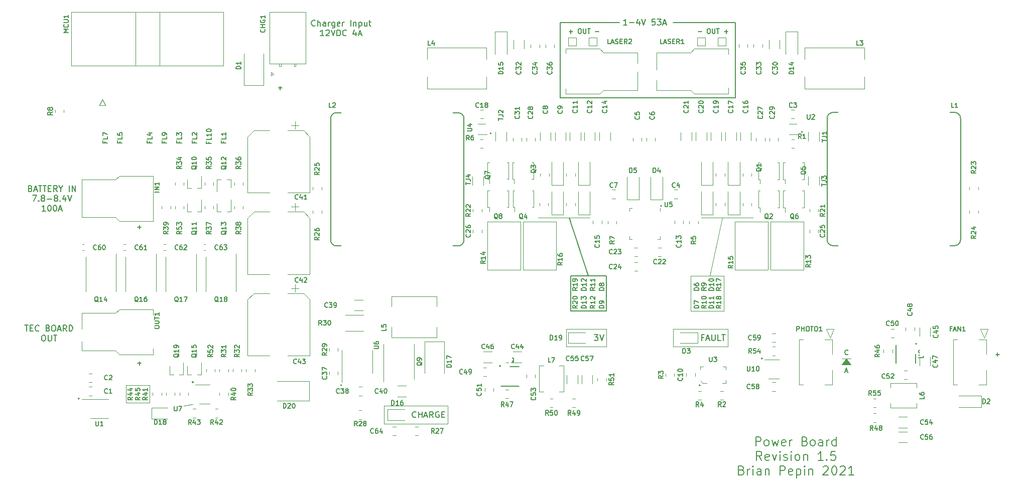
<source format=gto>
G04 #@! TF.GenerationSoftware,KiCad,Pcbnew,(5.1.8-0-10_14)*
G04 #@! TF.CreationDate,2021-10-03T11:30:45-07:00*
G04 #@! TF.ProjectId,PowerSupply,506f7765-7253-4757-9070-6c792e6b6963,v1.5*
G04 #@! TF.SameCoordinates,Original*
G04 #@! TF.FileFunction,Legend,Top*
G04 #@! TF.FilePolarity,Positive*
%FSLAX46Y46*%
G04 Gerber Fmt 4.6, Leading zero omitted, Abs format (unit mm)*
G04 Created by KiCad (PCBNEW (5.1.8-0-10_14)) date 2021-10-03 11:30:45*
%MOMM*%
%LPD*%
G01*
G04 APERTURE LIST*
%ADD10C,0.120000*%
%ADD11C,0.150000*%
%ADD12C,0.200000*%
%ADD13C,0.100000*%
%ADD14C,0.196850*%
%ADD15R,0.450000X0.700000*%
%ADD16R,2.500000X1.800000*%
%ADD17R,0.650000X0.300000*%
%ADD18R,1.700000X2.500000*%
%ADD19R,0.300000X0.650000*%
%ADD20R,2.500000X1.700000*%
%ADD21R,2.500000X1.500000*%
%ADD22R,1.500000X2.500000*%
%ADD23R,1.100000X1.100000*%
%ADD24R,1.800000X2.500000*%
%ADD25R,0.610000X1.270000*%
%ADD26R,0.610000X1.020000*%
%ADD27R,3.910000X3.810000*%
%ADD28O,1.700000X2.200000*%
%ADD29C,1.700000*%
%ADD30R,1.060000X0.650000*%
%ADD31R,3.100000X3.100000*%
%ADD32R,0.700000X0.250000*%
%ADD33R,1.000000X1.000000*%
%ADD34C,0.508000*%
%ADD35R,1.300000X0.800000*%
%ADD36R,2.999999X2.100000*%
%ADD37O,7.500000X3.500000*%
%ADD38O,3.500000X7.500000*%
%ADD39R,2.950000X3.500000*%
%ADD40R,4.000000X3.000000*%
%ADD41R,18.800000X5.900000*%
%ADD42O,6.500000X3.500000*%
%ADD43O,3.500000X6.500000*%
%ADD44C,6.400000*%
%ADD45C,0.800000*%
G04 APERTURE END LIST*
D10*
X71000000Y-128500000D02*
X71000000Y-131500000D01*
X75000000Y-128500000D02*
X71000000Y-128500000D01*
X75000000Y-131500000D02*
X75000000Y-128500000D01*
X71000000Y-131500000D02*
X75000000Y-131500000D01*
X80750000Y-132000000D02*
X82250000Y-131750000D01*
X152000000Y-119000000D02*
X145250000Y-119000000D01*
X152000000Y-122000000D02*
X152000000Y-119000000D01*
X145250000Y-122000000D02*
X152000000Y-122000000D01*
X145250000Y-119000000D02*
X145250000Y-122000000D01*
D11*
X149988095Y-119952380D02*
X150607142Y-119952380D01*
X150273809Y-120333333D01*
X150416666Y-120333333D01*
X150511904Y-120380952D01*
X150559523Y-120428571D01*
X150607142Y-120523809D01*
X150607142Y-120761904D01*
X150559523Y-120857142D01*
X150511904Y-120904761D01*
X150416666Y-120952380D01*
X150130952Y-120952380D01*
X150035714Y-120904761D01*
X149988095Y-120857142D01*
X150892857Y-119952380D02*
X151226190Y-120952380D01*
X151559523Y-119952380D01*
D12*
X134200000Y-125250000D02*
G75*
G03*
X134200000Y-125250000I-100000J0D01*
G01*
X204350000Y-121500000D02*
G75*
G03*
X204350000Y-121500000I-100000J0D01*
G01*
D10*
X168000000Y-100250000D02*
X176750000Y-100250000D01*
X140500000Y-100250000D02*
X149250000Y-100250000D01*
D11*
X217700038Y-123306242D02*
X218299961Y-123306242D01*
X218000000Y-123606204D02*
X218000000Y-123006280D01*
D13*
G36*
X193250000Y-125000000D02*
G01*
X191750000Y-125000000D01*
X192500000Y-124000000D01*
X193250000Y-125000000D01*
G37*
X193250000Y-125000000D02*
X191750000Y-125000000D01*
X192500000Y-124000000D01*
X193250000Y-125000000D01*
D10*
X114500000Y-135000000D02*
X114500000Y-132000000D01*
X125250000Y-135000000D02*
X114500000Y-135000000D01*
X125250000Y-132000000D02*
X125250000Y-135000000D01*
X114500000Y-132000000D02*
X125250000Y-132000000D01*
D11*
X119904761Y-133857142D02*
X119857142Y-133904761D01*
X119714285Y-133952380D01*
X119619047Y-133952380D01*
X119476190Y-133904761D01*
X119380952Y-133809523D01*
X119333333Y-133714285D01*
X119285714Y-133523809D01*
X119285714Y-133380952D01*
X119333333Y-133190476D01*
X119380952Y-133095238D01*
X119476190Y-133000000D01*
X119619047Y-132952380D01*
X119714285Y-132952380D01*
X119857142Y-133000000D01*
X119904761Y-133047619D01*
X120333333Y-133952380D02*
X120333333Y-132952380D01*
X120333333Y-133428571D02*
X120904761Y-133428571D01*
X120904761Y-133952380D02*
X120904761Y-132952380D01*
X121333333Y-133666666D02*
X121809523Y-133666666D01*
X121238095Y-133952380D02*
X121571428Y-132952380D01*
X121904761Y-133952380D01*
X122809523Y-133952380D02*
X122476190Y-133476190D01*
X122238095Y-133952380D02*
X122238095Y-132952380D01*
X122619047Y-132952380D01*
X122714285Y-133000000D01*
X122761904Y-133047619D01*
X122809523Y-133142857D01*
X122809523Y-133285714D01*
X122761904Y-133380952D01*
X122714285Y-133428571D01*
X122619047Y-133476190D01*
X122238095Y-133476190D01*
X123761904Y-133000000D02*
X123666666Y-132952380D01*
X123523809Y-132952380D01*
X123380952Y-133000000D01*
X123285714Y-133095238D01*
X123238095Y-133190476D01*
X123190476Y-133380952D01*
X123190476Y-133523809D01*
X123238095Y-133714285D01*
X123285714Y-133809523D01*
X123380952Y-133904761D01*
X123523809Y-133952380D01*
X123619047Y-133952380D01*
X123761904Y-133904761D01*
X123809523Y-133857142D01*
X123809523Y-133523809D01*
X123619047Y-133523809D01*
X124238095Y-133428571D02*
X124571428Y-133428571D01*
X124714285Y-133952380D02*
X124238095Y-133952380D01*
X124238095Y-132952380D01*
X124714285Y-132952380D01*
D10*
X163250000Y-122000000D02*
X163250000Y-119000000D01*
X172500000Y-122000000D02*
X163250000Y-122000000D01*
X172500000Y-119000000D02*
X172500000Y-122000000D01*
X163250000Y-119000000D02*
X172500000Y-119000000D01*
D11*
X168404761Y-120428571D02*
X168071428Y-120428571D01*
X168071428Y-120952380D02*
X168071428Y-119952380D01*
X168547619Y-119952380D01*
X168880952Y-120666666D02*
X169357142Y-120666666D01*
X168785714Y-120952380D02*
X169119047Y-119952380D01*
X169452380Y-120952380D01*
X169785714Y-119952380D02*
X169785714Y-120761904D01*
X169833333Y-120857142D01*
X169880952Y-120904761D01*
X169976190Y-120952380D01*
X170166666Y-120952380D01*
X170261904Y-120904761D01*
X170309523Y-120857142D01*
X170357142Y-120761904D01*
X170357142Y-119952380D01*
X171309523Y-120952380D02*
X170833333Y-120952380D01*
X170833333Y-119952380D01*
X171500000Y-119952380D02*
X172071428Y-119952380D01*
X171785714Y-120952380D02*
X171785714Y-119952380D01*
X192312523Y-126131233D02*
X192687476Y-126131233D01*
X192237533Y-126356204D02*
X192500000Y-125568804D01*
X192762466Y-126356204D01*
X192743719Y-123281214D02*
X192706223Y-123318709D01*
X192593738Y-123356204D01*
X192518747Y-123356204D01*
X192406261Y-123318709D01*
X192331271Y-123243719D01*
X192293776Y-123168728D01*
X192256280Y-123018747D01*
X192256280Y-122906261D01*
X192293776Y-122756280D01*
X192331271Y-122681290D01*
X192406261Y-122606300D01*
X192518747Y-122568804D01*
X192593738Y-122568804D01*
X192706223Y-122606300D01*
X192743719Y-122643795D01*
D10*
X191750000Y-124000000D02*
X193250000Y-124000000D01*
D12*
X144250000Y-67250000D02*
X154250000Y-67250000D01*
X144250000Y-80000000D02*
X144250000Y-67250000D01*
X173750000Y-80000000D02*
X144250000Y-80000000D01*
X173750000Y-67250000D02*
X173750000Y-80000000D01*
X163250000Y-67250000D02*
X173750000Y-67250000D01*
D11*
X155500000Y-67702380D02*
X154928571Y-67702380D01*
X155214285Y-67702380D02*
X155214285Y-66702380D01*
X155119047Y-66845238D01*
X155023809Y-66940476D01*
X154928571Y-66988095D01*
X155928571Y-67321428D02*
X156690476Y-67321428D01*
X157595238Y-67035714D02*
X157595238Y-67702380D01*
X157357142Y-66654761D02*
X157119047Y-67369047D01*
X157738095Y-67369047D01*
X157976190Y-66702380D02*
X158309523Y-67702380D01*
X158642857Y-66702380D01*
X160214285Y-66702380D02*
X159738095Y-66702380D01*
X159690476Y-67178571D01*
X159738095Y-67130952D01*
X159833333Y-67083333D01*
X160071428Y-67083333D01*
X160166666Y-67130952D01*
X160214285Y-67178571D01*
X160261904Y-67273809D01*
X160261904Y-67511904D01*
X160214285Y-67607142D01*
X160166666Y-67654761D01*
X160071428Y-67702380D01*
X159833333Y-67702380D01*
X159738095Y-67654761D01*
X159690476Y-67607142D01*
X160595238Y-66702380D02*
X161214285Y-66702380D01*
X160880952Y-67083333D01*
X161023809Y-67083333D01*
X161119047Y-67130952D01*
X161166666Y-67178571D01*
X161214285Y-67273809D01*
X161214285Y-67511904D01*
X161166666Y-67607142D01*
X161119047Y-67654761D01*
X161023809Y-67702380D01*
X160738095Y-67702380D01*
X160642857Y-67654761D01*
X160595238Y-67607142D01*
X161595238Y-67416666D02*
X162071428Y-67416666D01*
X161500000Y-67702380D02*
X161833333Y-66702380D01*
X162166666Y-67702380D01*
X72950038Y-124806242D02*
X73549961Y-124806242D01*
X73250000Y-125106204D02*
X73250000Y-124506280D01*
X72950038Y-101806242D02*
X73549961Y-101806242D01*
X73250000Y-102106204D02*
X73250000Y-101506280D01*
X96700038Y-78306242D02*
X97299961Y-78306242D01*
X97000000Y-78606204D02*
X97000000Y-78006280D01*
D14*
X177214285Y-138731721D02*
X177214285Y-137231721D01*
X177785714Y-137231721D01*
X177928571Y-137303150D01*
X178000000Y-137374578D01*
X178071428Y-137517435D01*
X178071428Y-137731721D01*
X178000000Y-137874578D01*
X177928571Y-137946007D01*
X177785714Y-138017435D01*
X177214285Y-138017435D01*
X178928571Y-138731721D02*
X178785714Y-138660292D01*
X178714285Y-138588864D01*
X178642857Y-138446007D01*
X178642857Y-138017435D01*
X178714285Y-137874578D01*
X178785714Y-137803150D01*
X178928571Y-137731721D01*
X179142857Y-137731721D01*
X179285714Y-137803150D01*
X179357142Y-137874578D01*
X179428571Y-138017435D01*
X179428571Y-138446007D01*
X179357142Y-138588864D01*
X179285714Y-138660292D01*
X179142857Y-138731721D01*
X178928571Y-138731721D01*
X179928571Y-137731721D02*
X180214285Y-138731721D01*
X180500000Y-138017435D01*
X180785714Y-138731721D01*
X181071428Y-137731721D01*
X182214285Y-138660292D02*
X182071428Y-138731721D01*
X181785714Y-138731721D01*
X181642857Y-138660292D01*
X181571428Y-138517435D01*
X181571428Y-137946007D01*
X181642857Y-137803150D01*
X181785714Y-137731721D01*
X182071428Y-137731721D01*
X182214285Y-137803150D01*
X182285714Y-137946007D01*
X182285714Y-138088864D01*
X181571428Y-138231721D01*
X182928571Y-138731721D02*
X182928571Y-137731721D01*
X182928571Y-138017435D02*
X183000000Y-137874578D01*
X183071428Y-137803150D01*
X183214285Y-137731721D01*
X183357142Y-137731721D01*
X185500000Y-137946007D02*
X185714285Y-138017435D01*
X185785714Y-138088864D01*
X185857142Y-138231721D01*
X185857142Y-138446007D01*
X185785714Y-138588864D01*
X185714285Y-138660292D01*
X185571428Y-138731721D01*
X185000000Y-138731721D01*
X185000000Y-137231721D01*
X185500000Y-137231721D01*
X185642857Y-137303150D01*
X185714285Y-137374578D01*
X185785714Y-137517435D01*
X185785714Y-137660292D01*
X185714285Y-137803150D01*
X185642857Y-137874578D01*
X185500000Y-137946007D01*
X185000000Y-137946007D01*
X186714285Y-138731721D02*
X186571428Y-138660292D01*
X186500000Y-138588864D01*
X186428571Y-138446007D01*
X186428571Y-138017435D01*
X186500000Y-137874578D01*
X186571428Y-137803150D01*
X186714285Y-137731721D01*
X186928571Y-137731721D01*
X187071428Y-137803150D01*
X187142857Y-137874578D01*
X187214285Y-138017435D01*
X187214285Y-138446007D01*
X187142857Y-138588864D01*
X187071428Y-138660292D01*
X186928571Y-138731721D01*
X186714285Y-138731721D01*
X188500000Y-138731721D02*
X188500000Y-137946007D01*
X188428571Y-137803150D01*
X188285714Y-137731721D01*
X188000000Y-137731721D01*
X187857142Y-137803150D01*
X188500000Y-138660292D02*
X188357142Y-138731721D01*
X188000000Y-138731721D01*
X187857142Y-138660292D01*
X187785714Y-138517435D01*
X187785714Y-138374578D01*
X187857142Y-138231721D01*
X188000000Y-138160292D01*
X188357142Y-138160292D01*
X188500000Y-138088864D01*
X189214285Y-138731721D02*
X189214285Y-137731721D01*
X189214285Y-138017435D02*
X189285714Y-137874578D01*
X189357142Y-137803150D01*
X189500000Y-137731721D01*
X189642857Y-137731721D01*
X190785714Y-138731721D02*
X190785714Y-137231721D01*
X190785714Y-138660292D02*
X190642857Y-138731721D01*
X190357142Y-138731721D01*
X190214285Y-138660292D01*
X190142857Y-138588864D01*
X190071428Y-138446007D01*
X190071428Y-138017435D01*
X190142857Y-137874578D01*
X190214285Y-137803150D01*
X190357142Y-137731721D01*
X190642857Y-137731721D01*
X190785714Y-137803150D01*
X178214285Y-141178571D02*
X177714285Y-140464285D01*
X177357142Y-141178571D02*
X177357142Y-139678571D01*
X177928571Y-139678571D01*
X178071428Y-139750000D01*
X178142857Y-139821428D01*
X178214285Y-139964285D01*
X178214285Y-140178571D01*
X178142857Y-140321428D01*
X178071428Y-140392857D01*
X177928571Y-140464285D01*
X177357142Y-140464285D01*
X179428571Y-141107142D02*
X179285714Y-141178571D01*
X179000000Y-141178571D01*
X178857142Y-141107142D01*
X178785714Y-140964285D01*
X178785714Y-140392857D01*
X178857142Y-140250000D01*
X179000000Y-140178571D01*
X179285714Y-140178571D01*
X179428571Y-140250000D01*
X179500000Y-140392857D01*
X179500000Y-140535714D01*
X178785714Y-140678571D01*
X180000000Y-140178571D02*
X180357142Y-141178571D01*
X180714285Y-140178571D01*
X181285714Y-141178571D02*
X181285714Y-140178571D01*
X181285714Y-139678571D02*
X181214285Y-139750000D01*
X181285714Y-139821428D01*
X181357142Y-139750000D01*
X181285714Y-139678571D01*
X181285714Y-139821428D01*
X181928571Y-141107142D02*
X182071428Y-141178571D01*
X182357142Y-141178571D01*
X182500000Y-141107142D01*
X182571428Y-140964285D01*
X182571428Y-140892857D01*
X182500000Y-140750000D01*
X182357142Y-140678571D01*
X182142857Y-140678571D01*
X182000000Y-140607142D01*
X181928571Y-140464285D01*
X181928571Y-140392857D01*
X182000000Y-140250000D01*
X182142857Y-140178571D01*
X182357142Y-140178571D01*
X182500000Y-140250000D01*
X183214285Y-141178571D02*
X183214285Y-140178571D01*
X183214285Y-139678571D02*
X183142857Y-139750000D01*
X183214285Y-139821428D01*
X183285714Y-139750000D01*
X183214285Y-139678571D01*
X183214285Y-139821428D01*
X184142857Y-141178571D02*
X184000000Y-141107142D01*
X183928571Y-141035714D01*
X183857142Y-140892857D01*
X183857142Y-140464285D01*
X183928571Y-140321428D01*
X184000000Y-140250000D01*
X184142857Y-140178571D01*
X184357142Y-140178571D01*
X184500000Y-140250000D01*
X184571428Y-140321428D01*
X184642857Y-140464285D01*
X184642857Y-140892857D01*
X184571428Y-141035714D01*
X184500000Y-141107142D01*
X184357142Y-141178571D01*
X184142857Y-141178571D01*
X185285714Y-140178571D02*
X185285714Y-141178571D01*
X185285714Y-140321428D02*
X185357142Y-140250000D01*
X185500000Y-140178571D01*
X185714285Y-140178571D01*
X185857142Y-140250000D01*
X185928571Y-140392857D01*
X185928571Y-141178571D01*
X188571428Y-141178571D02*
X187714285Y-141178571D01*
X188142857Y-141178571D02*
X188142857Y-139678571D01*
X188000000Y-139892857D01*
X187857142Y-140035714D01*
X187714285Y-140107142D01*
X189214285Y-141035714D02*
X189285714Y-141107142D01*
X189214285Y-141178571D01*
X189142857Y-141107142D01*
X189214285Y-141035714D01*
X189214285Y-141178571D01*
X190642857Y-139678571D02*
X189928571Y-139678571D01*
X189857142Y-140392857D01*
X189928571Y-140321428D01*
X190071428Y-140250000D01*
X190428571Y-140250000D01*
X190571428Y-140321428D01*
X190642857Y-140392857D01*
X190714285Y-140535714D01*
X190714285Y-140892857D01*
X190642857Y-141035714D01*
X190571428Y-141107142D01*
X190428571Y-141178571D01*
X190071428Y-141178571D01*
X189928571Y-141107142D01*
X189857142Y-141035714D01*
X174821428Y-142839707D02*
X175035714Y-142911135D01*
X175107142Y-142982564D01*
X175178571Y-143125421D01*
X175178571Y-143339707D01*
X175107142Y-143482564D01*
X175035714Y-143553992D01*
X174892857Y-143625421D01*
X174321428Y-143625421D01*
X174321428Y-142125421D01*
X174821428Y-142125421D01*
X174964285Y-142196850D01*
X175035714Y-142268278D01*
X175107142Y-142411135D01*
X175107142Y-142553992D01*
X175035714Y-142696850D01*
X174964285Y-142768278D01*
X174821428Y-142839707D01*
X174321428Y-142839707D01*
X175821428Y-143625421D02*
X175821428Y-142625421D01*
X175821428Y-142911135D02*
X175892857Y-142768278D01*
X175964285Y-142696850D01*
X176107142Y-142625421D01*
X176250000Y-142625421D01*
X176750000Y-143625421D02*
X176750000Y-142625421D01*
X176750000Y-142125421D02*
X176678571Y-142196850D01*
X176750000Y-142268278D01*
X176821428Y-142196850D01*
X176750000Y-142125421D01*
X176750000Y-142268278D01*
X178107142Y-143625421D02*
X178107142Y-142839707D01*
X178035714Y-142696850D01*
X177892857Y-142625421D01*
X177607142Y-142625421D01*
X177464285Y-142696850D01*
X178107142Y-143553992D02*
X177964285Y-143625421D01*
X177607142Y-143625421D01*
X177464285Y-143553992D01*
X177392857Y-143411135D01*
X177392857Y-143268278D01*
X177464285Y-143125421D01*
X177607142Y-143053992D01*
X177964285Y-143053992D01*
X178107142Y-142982564D01*
X178821428Y-142625421D02*
X178821428Y-143625421D01*
X178821428Y-142768278D02*
X178892857Y-142696850D01*
X179035714Y-142625421D01*
X179250000Y-142625421D01*
X179392857Y-142696850D01*
X179464285Y-142839707D01*
X179464285Y-143625421D01*
X181321428Y-143625421D02*
X181321428Y-142125421D01*
X181892857Y-142125421D01*
X182035714Y-142196850D01*
X182107142Y-142268278D01*
X182178571Y-142411135D01*
X182178571Y-142625421D01*
X182107142Y-142768278D01*
X182035714Y-142839707D01*
X181892857Y-142911135D01*
X181321428Y-142911135D01*
X183392857Y-143553992D02*
X183250000Y-143625421D01*
X182964285Y-143625421D01*
X182821428Y-143553992D01*
X182750000Y-143411135D01*
X182750000Y-142839707D01*
X182821428Y-142696850D01*
X182964285Y-142625421D01*
X183250000Y-142625421D01*
X183392857Y-142696850D01*
X183464285Y-142839707D01*
X183464285Y-142982564D01*
X182750000Y-143125421D01*
X184107142Y-142625421D02*
X184107142Y-144125421D01*
X184107142Y-142696850D02*
X184250000Y-142625421D01*
X184535714Y-142625421D01*
X184678571Y-142696850D01*
X184750000Y-142768278D01*
X184821428Y-142911135D01*
X184821428Y-143339707D01*
X184750000Y-143482564D01*
X184678571Y-143553992D01*
X184535714Y-143625421D01*
X184250000Y-143625421D01*
X184107142Y-143553992D01*
X185464285Y-143625421D02*
X185464285Y-142625421D01*
X185464285Y-142125421D02*
X185392857Y-142196850D01*
X185464285Y-142268278D01*
X185535714Y-142196850D01*
X185464285Y-142125421D01*
X185464285Y-142268278D01*
X186178571Y-142625421D02*
X186178571Y-143625421D01*
X186178571Y-142768278D02*
X186250000Y-142696850D01*
X186392857Y-142625421D01*
X186607142Y-142625421D01*
X186750000Y-142696850D01*
X186821428Y-142839707D01*
X186821428Y-143625421D01*
X188607142Y-142268278D02*
X188678571Y-142196850D01*
X188821428Y-142125421D01*
X189178571Y-142125421D01*
X189321428Y-142196850D01*
X189392857Y-142268278D01*
X189464285Y-142411135D01*
X189464285Y-142553992D01*
X189392857Y-142768278D01*
X188535714Y-143625421D01*
X189464285Y-143625421D01*
X190392857Y-142125421D02*
X190535714Y-142125421D01*
X190678571Y-142196850D01*
X190750000Y-142268278D01*
X190821428Y-142411135D01*
X190892857Y-142696850D01*
X190892857Y-143053992D01*
X190821428Y-143339707D01*
X190750000Y-143482564D01*
X190678571Y-143553992D01*
X190535714Y-143625421D01*
X190392857Y-143625421D01*
X190250000Y-143553992D01*
X190178571Y-143482564D01*
X190107142Y-143339707D01*
X190035714Y-143053992D01*
X190035714Y-142696850D01*
X190107142Y-142411135D01*
X190178571Y-142268278D01*
X190250000Y-142196850D01*
X190392857Y-142125421D01*
X191464285Y-142268278D02*
X191535714Y-142196850D01*
X191678571Y-142125421D01*
X192035714Y-142125421D01*
X192178571Y-142196850D01*
X192250000Y-142268278D01*
X192321428Y-142411135D01*
X192321428Y-142553992D01*
X192250000Y-142768278D01*
X191392857Y-143625421D01*
X192321428Y-143625421D01*
X193750000Y-143625421D02*
X192892857Y-143625421D01*
X193321428Y-143625421D02*
X193321428Y-142125421D01*
X193178571Y-142339707D01*
X193035714Y-142482564D01*
X192892857Y-142553992D01*
D11*
X167487819Y-68806242D02*
X168087742Y-68806242D01*
X169212600Y-68318804D02*
X169362580Y-68318804D01*
X169437571Y-68356300D01*
X169512561Y-68431290D01*
X169550057Y-68581271D01*
X169550057Y-68843738D01*
X169512561Y-68993719D01*
X169437571Y-69068709D01*
X169362580Y-69106204D01*
X169212600Y-69106204D01*
X169137609Y-69068709D01*
X169062619Y-68993719D01*
X169025123Y-68843738D01*
X169025123Y-68581271D01*
X169062619Y-68431290D01*
X169137609Y-68356300D01*
X169212600Y-68318804D01*
X169887514Y-68318804D02*
X169887514Y-68956223D01*
X169925009Y-69031214D01*
X169962504Y-69068709D01*
X170037495Y-69106204D01*
X170187476Y-69106204D01*
X170262466Y-69068709D01*
X170299961Y-69031214D01*
X170337457Y-68956223D01*
X170337457Y-68318804D01*
X170599923Y-68318804D02*
X171049866Y-68318804D01*
X170824895Y-69106204D02*
X170824895Y-68318804D01*
X171912257Y-68806242D02*
X172512180Y-68806242D01*
X172212219Y-69106204D02*
X172212219Y-68506280D01*
X145737819Y-68806242D02*
X146337742Y-68806242D01*
X146037780Y-69106204D02*
X146037780Y-68506280D01*
X147462600Y-68318804D02*
X147612580Y-68318804D01*
X147687571Y-68356300D01*
X147762561Y-68431290D01*
X147800057Y-68581271D01*
X147800057Y-68843738D01*
X147762561Y-68993719D01*
X147687571Y-69068709D01*
X147612580Y-69106204D01*
X147462600Y-69106204D01*
X147387609Y-69068709D01*
X147312619Y-68993719D01*
X147275123Y-68843738D01*
X147275123Y-68581271D01*
X147312619Y-68431290D01*
X147387609Y-68356300D01*
X147462600Y-68318804D01*
X148137514Y-68318804D02*
X148137514Y-68956223D01*
X148175009Y-69031214D01*
X148212504Y-69068709D01*
X148287495Y-69106204D01*
X148437476Y-69106204D01*
X148512466Y-69068709D01*
X148549961Y-69031214D01*
X148587457Y-68956223D01*
X148587457Y-68318804D01*
X148849923Y-68318804D02*
X149299866Y-68318804D01*
X149074895Y-69106204D02*
X149074895Y-68318804D01*
X150162257Y-68806242D02*
X150762180Y-68806242D01*
X102892857Y-67782142D02*
X102845238Y-67829761D01*
X102702380Y-67877380D01*
X102607142Y-67877380D01*
X102464285Y-67829761D01*
X102369047Y-67734523D01*
X102321428Y-67639285D01*
X102273809Y-67448809D01*
X102273809Y-67305952D01*
X102321428Y-67115476D01*
X102369047Y-67020238D01*
X102464285Y-66925000D01*
X102607142Y-66877380D01*
X102702380Y-66877380D01*
X102845238Y-66925000D01*
X102892857Y-66972619D01*
X103321428Y-67877380D02*
X103321428Y-66877380D01*
X103750000Y-67877380D02*
X103750000Y-67353571D01*
X103702380Y-67258333D01*
X103607142Y-67210714D01*
X103464285Y-67210714D01*
X103369047Y-67258333D01*
X103321428Y-67305952D01*
X104654761Y-67877380D02*
X104654761Y-67353571D01*
X104607142Y-67258333D01*
X104511904Y-67210714D01*
X104321428Y-67210714D01*
X104226190Y-67258333D01*
X104654761Y-67829761D02*
X104559523Y-67877380D01*
X104321428Y-67877380D01*
X104226190Y-67829761D01*
X104178571Y-67734523D01*
X104178571Y-67639285D01*
X104226190Y-67544047D01*
X104321428Y-67496428D01*
X104559523Y-67496428D01*
X104654761Y-67448809D01*
X105130952Y-67877380D02*
X105130952Y-67210714D01*
X105130952Y-67401190D02*
X105178571Y-67305952D01*
X105226190Y-67258333D01*
X105321428Y-67210714D01*
X105416666Y-67210714D01*
X106178571Y-67210714D02*
X106178571Y-68020238D01*
X106130952Y-68115476D01*
X106083333Y-68163095D01*
X105988095Y-68210714D01*
X105845238Y-68210714D01*
X105750000Y-68163095D01*
X106178571Y-67829761D02*
X106083333Y-67877380D01*
X105892857Y-67877380D01*
X105797619Y-67829761D01*
X105750000Y-67782142D01*
X105702380Y-67686904D01*
X105702380Y-67401190D01*
X105750000Y-67305952D01*
X105797619Y-67258333D01*
X105892857Y-67210714D01*
X106083333Y-67210714D01*
X106178571Y-67258333D01*
X107035714Y-67829761D02*
X106940476Y-67877380D01*
X106750000Y-67877380D01*
X106654761Y-67829761D01*
X106607142Y-67734523D01*
X106607142Y-67353571D01*
X106654761Y-67258333D01*
X106750000Y-67210714D01*
X106940476Y-67210714D01*
X107035714Y-67258333D01*
X107083333Y-67353571D01*
X107083333Y-67448809D01*
X106607142Y-67544047D01*
X107511904Y-67877380D02*
X107511904Y-67210714D01*
X107511904Y-67401190D02*
X107559523Y-67305952D01*
X107607142Y-67258333D01*
X107702380Y-67210714D01*
X107797619Y-67210714D01*
X108892857Y-67877380D02*
X108892857Y-66877380D01*
X109369047Y-67210714D02*
X109369047Y-67877380D01*
X109369047Y-67305952D02*
X109416666Y-67258333D01*
X109511904Y-67210714D01*
X109654761Y-67210714D01*
X109750000Y-67258333D01*
X109797619Y-67353571D01*
X109797619Y-67877380D01*
X110273809Y-67210714D02*
X110273809Y-68210714D01*
X110273809Y-67258333D02*
X110369047Y-67210714D01*
X110559523Y-67210714D01*
X110654761Y-67258333D01*
X110702380Y-67305952D01*
X110750000Y-67401190D01*
X110750000Y-67686904D01*
X110702380Y-67782142D01*
X110654761Y-67829761D01*
X110559523Y-67877380D01*
X110369047Y-67877380D01*
X110273809Y-67829761D01*
X111607142Y-67210714D02*
X111607142Y-67877380D01*
X111178571Y-67210714D02*
X111178571Y-67734523D01*
X111226190Y-67829761D01*
X111321428Y-67877380D01*
X111464285Y-67877380D01*
X111559523Y-67829761D01*
X111607142Y-67782142D01*
X111940476Y-67210714D02*
X112321428Y-67210714D01*
X112083333Y-66877380D02*
X112083333Y-67734523D01*
X112130952Y-67829761D01*
X112226190Y-67877380D01*
X112321428Y-67877380D01*
X104345238Y-69527380D02*
X103773809Y-69527380D01*
X104059523Y-69527380D02*
X104059523Y-68527380D01*
X103964285Y-68670238D01*
X103869047Y-68765476D01*
X103773809Y-68813095D01*
X104726190Y-68622619D02*
X104773809Y-68575000D01*
X104869047Y-68527380D01*
X105107142Y-68527380D01*
X105202380Y-68575000D01*
X105250000Y-68622619D01*
X105297619Y-68717857D01*
X105297619Y-68813095D01*
X105250000Y-68955952D01*
X104678571Y-69527380D01*
X105297619Y-69527380D01*
X105583333Y-68527380D02*
X105916666Y-69527380D01*
X106250000Y-68527380D01*
X106583333Y-69527380D02*
X106583333Y-68527380D01*
X106821428Y-68527380D01*
X106964285Y-68575000D01*
X107059523Y-68670238D01*
X107107142Y-68765476D01*
X107154761Y-68955952D01*
X107154761Y-69098809D01*
X107107142Y-69289285D01*
X107059523Y-69384523D01*
X106964285Y-69479761D01*
X106821428Y-69527380D01*
X106583333Y-69527380D01*
X108154761Y-69432142D02*
X108107142Y-69479761D01*
X107964285Y-69527380D01*
X107869047Y-69527380D01*
X107726190Y-69479761D01*
X107630952Y-69384523D01*
X107583333Y-69289285D01*
X107535714Y-69098809D01*
X107535714Y-68955952D01*
X107583333Y-68765476D01*
X107630952Y-68670238D01*
X107726190Y-68575000D01*
X107869047Y-68527380D01*
X107964285Y-68527380D01*
X108107142Y-68575000D01*
X108154761Y-68622619D01*
X109773809Y-68860714D02*
X109773809Y-69527380D01*
X109535714Y-68479761D02*
X109297619Y-69194047D01*
X109916666Y-69194047D01*
X110250000Y-69241666D02*
X110726190Y-69241666D01*
X110154761Y-69527380D02*
X110488095Y-68527380D01*
X110821428Y-69527380D01*
X53928571Y-118377380D02*
X54500000Y-118377380D01*
X54214285Y-119377380D02*
X54214285Y-118377380D01*
X54833333Y-118853571D02*
X55166666Y-118853571D01*
X55309523Y-119377380D02*
X54833333Y-119377380D01*
X54833333Y-118377380D01*
X55309523Y-118377380D01*
X56309523Y-119282142D02*
X56261904Y-119329761D01*
X56119047Y-119377380D01*
X56023809Y-119377380D01*
X55880952Y-119329761D01*
X55785714Y-119234523D01*
X55738095Y-119139285D01*
X55690476Y-118948809D01*
X55690476Y-118805952D01*
X55738095Y-118615476D01*
X55785714Y-118520238D01*
X55880952Y-118425000D01*
X56023809Y-118377380D01*
X56119047Y-118377380D01*
X56261904Y-118425000D01*
X56309523Y-118472619D01*
X57833333Y-118853571D02*
X57976190Y-118901190D01*
X58023809Y-118948809D01*
X58071428Y-119044047D01*
X58071428Y-119186904D01*
X58023809Y-119282142D01*
X57976190Y-119329761D01*
X57880952Y-119377380D01*
X57500000Y-119377380D01*
X57500000Y-118377380D01*
X57833333Y-118377380D01*
X57928571Y-118425000D01*
X57976190Y-118472619D01*
X58023809Y-118567857D01*
X58023809Y-118663095D01*
X57976190Y-118758333D01*
X57928571Y-118805952D01*
X57833333Y-118853571D01*
X57500000Y-118853571D01*
X58690476Y-118377380D02*
X58880952Y-118377380D01*
X58976190Y-118425000D01*
X59071428Y-118520238D01*
X59119047Y-118710714D01*
X59119047Y-119044047D01*
X59071428Y-119234523D01*
X58976190Y-119329761D01*
X58880952Y-119377380D01*
X58690476Y-119377380D01*
X58595238Y-119329761D01*
X58500000Y-119234523D01*
X58452380Y-119044047D01*
X58452380Y-118710714D01*
X58500000Y-118520238D01*
X58595238Y-118425000D01*
X58690476Y-118377380D01*
X59500000Y-119091666D02*
X59976190Y-119091666D01*
X59404761Y-119377380D02*
X59738095Y-118377380D01*
X60071428Y-119377380D01*
X60976190Y-119377380D02*
X60642857Y-118901190D01*
X60404761Y-119377380D02*
X60404761Y-118377380D01*
X60785714Y-118377380D01*
X60880952Y-118425000D01*
X60928571Y-118472619D01*
X60976190Y-118567857D01*
X60976190Y-118710714D01*
X60928571Y-118805952D01*
X60880952Y-118853571D01*
X60785714Y-118901190D01*
X60404761Y-118901190D01*
X61404761Y-119377380D02*
X61404761Y-118377380D01*
X61642857Y-118377380D01*
X61785714Y-118425000D01*
X61880952Y-118520238D01*
X61928571Y-118615476D01*
X61976190Y-118805952D01*
X61976190Y-118948809D01*
X61928571Y-119139285D01*
X61880952Y-119234523D01*
X61785714Y-119329761D01*
X61642857Y-119377380D01*
X61404761Y-119377380D01*
X57000000Y-120027380D02*
X57190476Y-120027380D01*
X57285714Y-120075000D01*
X57380952Y-120170238D01*
X57428571Y-120360714D01*
X57428571Y-120694047D01*
X57380952Y-120884523D01*
X57285714Y-120979761D01*
X57190476Y-121027380D01*
X57000000Y-121027380D01*
X56904761Y-120979761D01*
X56809523Y-120884523D01*
X56761904Y-120694047D01*
X56761904Y-120360714D01*
X56809523Y-120170238D01*
X56904761Y-120075000D01*
X57000000Y-120027380D01*
X57857142Y-120027380D02*
X57857142Y-120836904D01*
X57904761Y-120932142D01*
X57952380Y-120979761D01*
X58047619Y-121027380D01*
X58238095Y-121027380D01*
X58333333Y-120979761D01*
X58380952Y-120932142D01*
X58428571Y-120836904D01*
X58428571Y-120027380D01*
X58761904Y-120027380D02*
X59333333Y-120027380D01*
X59047619Y-121027380D02*
X59047619Y-120027380D01*
X54857142Y-95278571D02*
X55000000Y-95326190D01*
X55047619Y-95373809D01*
X55095238Y-95469047D01*
X55095238Y-95611904D01*
X55047619Y-95707142D01*
X55000000Y-95754761D01*
X54904761Y-95802380D01*
X54523809Y-95802380D01*
X54523809Y-94802380D01*
X54857142Y-94802380D01*
X54952380Y-94850000D01*
X55000000Y-94897619D01*
X55047619Y-94992857D01*
X55047619Y-95088095D01*
X55000000Y-95183333D01*
X54952380Y-95230952D01*
X54857142Y-95278571D01*
X54523809Y-95278571D01*
X55476190Y-95516666D02*
X55952380Y-95516666D01*
X55380952Y-95802380D02*
X55714285Y-94802380D01*
X56047619Y-95802380D01*
X56238095Y-94802380D02*
X56809523Y-94802380D01*
X56523809Y-95802380D02*
X56523809Y-94802380D01*
X57000000Y-94802380D02*
X57571428Y-94802380D01*
X57285714Y-95802380D02*
X57285714Y-94802380D01*
X57904761Y-95278571D02*
X58238095Y-95278571D01*
X58380952Y-95802380D02*
X57904761Y-95802380D01*
X57904761Y-94802380D01*
X58380952Y-94802380D01*
X59380952Y-95802380D02*
X59047619Y-95326190D01*
X58809523Y-95802380D02*
X58809523Y-94802380D01*
X59190476Y-94802380D01*
X59285714Y-94850000D01*
X59333333Y-94897619D01*
X59380952Y-94992857D01*
X59380952Y-95135714D01*
X59333333Y-95230952D01*
X59285714Y-95278571D01*
X59190476Y-95326190D01*
X58809523Y-95326190D01*
X60000000Y-95326190D02*
X60000000Y-95802380D01*
X59666666Y-94802380D02*
X60000000Y-95326190D01*
X60333333Y-94802380D01*
X61428571Y-95802380D02*
X61428571Y-94802380D01*
X61904761Y-95802380D02*
X61904761Y-94802380D01*
X62476190Y-95802380D01*
X62476190Y-94802380D01*
X55214285Y-96452380D02*
X55880952Y-96452380D01*
X55452380Y-97452380D01*
X56261904Y-97357142D02*
X56309523Y-97404761D01*
X56261904Y-97452380D01*
X56214285Y-97404761D01*
X56261904Y-97357142D01*
X56261904Y-97452380D01*
X56880952Y-96880952D02*
X56785714Y-96833333D01*
X56738095Y-96785714D01*
X56690476Y-96690476D01*
X56690476Y-96642857D01*
X56738095Y-96547619D01*
X56785714Y-96500000D01*
X56880952Y-96452380D01*
X57071428Y-96452380D01*
X57166666Y-96500000D01*
X57214285Y-96547619D01*
X57261904Y-96642857D01*
X57261904Y-96690476D01*
X57214285Y-96785714D01*
X57166666Y-96833333D01*
X57071428Y-96880952D01*
X56880952Y-96880952D01*
X56785714Y-96928571D01*
X56738095Y-96976190D01*
X56690476Y-97071428D01*
X56690476Y-97261904D01*
X56738095Y-97357142D01*
X56785714Y-97404761D01*
X56880952Y-97452380D01*
X57071428Y-97452380D01*
X57166666Y-97404761D01*
X57214285Y-97357142D01*
X57261904Y-97261904D01*
X57261904Y-97071428D01*
X57214285Y-96976190D01*
X57166666Y-96928571D01*
X57071428Y-96880952D01*
X57690476Y-97071428D02*
X58452380Y-97071428D01*
X59071428Y-96880952D02*
X58976190Y-96833333D01*
X58928571Y-96785714D01*
X58880952Y-96690476D01*
X58880952Y-96642857D01*
X58928571Y-96547619D01*
X58976190Y-96500000D01*
X59071428Y-96452380D01*
X59261904Y-96452380D01*
X59357142Y-96500000D01*
X59404761Y-96547619D01*
X59452380Y-96642857D01*
X59452380Y-96690476D01*
X59404761Y-96785714D01*
X59357142Y-96833333D01*
X59261904Y-96880952D01*
X59071428Y-96880952D01*
X58976190Y-96928571D01*
X58928571Y-96976190D01*
X58880952Y-97071428D01*
X58880952Y-97261904D01*
X58928571Y-97357142D01*
X58976190Y-97404761D01*
X59071428Y-97452380D01*
X59261904Y-97452380D01*
X59357142Y-97404761D01*
X59404761Y-97357142D01*
X59452380Y-97261904D01*
X59452380Y-97071428D01*
X59404761Y-96976190D01*
X59357142Y-96928571D01*
X59261904Y-96880952D01*
X59880952Y-97357142D02*
X59928571Y-97404761D01*
X59880952Y-97452380D01*
X59833333Y-97404761D01*
X59880952Y-97357142D01*
X59880952Y-97452380D01*
X60785714Y-96785714D02*
X60785714Y-97452380D01*
X60547619Y-96404761D02*
X60309523Y-97119047D01*
X60928571Y-97119047D01*
X61166666Y-96452380D02*
X61500000Y-97452380D01*
X61833333Y-96452380D01*
X57404761Y-99102380D02*
X56833333Y-99102380D01*
X57119047Y-99102380D02*
X57119047Y-98102380D01*
X57023809Y-98245238D01*
X56928571Y-98340476D01*
X56833333Y-98388095D01*
X58023809Y-98102380D02*
X58119047Y-98102380D01*
X58214285Y-98150000D01*
X58261904Y-98197619D01*
X58309523Y-98292857D01*
X58357142Y-98483333D01*
X58357142Y-98721428D01*
X58309523Y-98911904D01*
X58261904Y-99007142D01*
X58214285Y-99054761D01*
X58119047Y-99102380D01*
X58023809Y-99102380D01*
X57928571Y-99054761D01*
X57880952Y-99007142D01*
X57833333Y-98911904D01*
X57785714Y-98721428D01*
X57785714Y-98483333D01*
X57833333Y-98292857D01*
X57880952Y-98197619D01*
X57928571Y-98150000D01*
X58023809Y-98102380D01*
X58976190Y-98102380D02*
X59071428Y-98102380D01*
X59166666Y-98150000D01*
X59214285Y-98197619D01*
X59261904Y-98292857D01*
X59309523Y-98483333D01*
X59309523Y-98721428D01*
X59261904Y-98911904D01*
X59214285Y-99007142D01*
X59166666Y-99054761D01*
X59071428Y-99102380D01*
X58976190Y-99102380D01*
X58880952Y-99054761D01*
X58833333Y-99007142D01*
X58785714Y-98911904D01*
X58738095Y-98721428D01*
X58738095Y-98483333D01*
X58785714Y-98292857D01*
X58833333Y-98197619D01*
X58880952Y-98150000D01*
X58976190Y-98102380D01*
X59690476Y-98816666D02*
X60166666Y-98816666D01*
X59595238Y-99102380D02*
X59928571Y-98102380D01*
X60261904Y-99102380D01*
D12*
X132600000Y-86000000D02*
G75*
G03*
X132600000Y-86000000I-100000J0D01*
G01*
X185100000Y-85750000D02*
G75*
G03*
X185100000Y-85750000I-100000J0D01*
G01*
X161350000Y-98250000D02*
G75*
G03*
X161350000Y-98250000I-100000J0D01*
G01*
X178350000Y-124000000D02*
G75*
G03*
X178350000Y-124000000I-100000J0D01*
G01*
X167850000Y-128500000D02*
G75*
G03*
X167850000Y-128500000I-100000J0D01*
G01*
X107350000Y-128500000D02*
G75*
G03*
X107350000Y-128500000I-100000J0D01*
G01*
X82350000Y-128000000D02*
G75*
G03*
X82350000Y-128000000I-100000J0D01*
G01*
X63100000Y-130750000D02*
G75*
G03*
X63100000Y-130750000I-100000J0D01*
G01*
D11*
X145750000Y-100250000D02*
X149000000Y-110000000D01*
X146000000Y-116000000D02*
X146000000Y-110000000D01*
X152000000Y-116000000D02*
X146000000Y-116000000D01*
X152000000Y-110000000D02*
X152000000Y-116000000D01*
X146000000Y-110000000D02*
X152000000Y-110000000D01*
D10*
X171600000Y-100250000D02*
X169500000Y-110000000D01*
X166250000Y-116000000D02*
X166250000Y-110000000D01*
X171750000Y-116000000D02*
X166250000Y-116000000D01*
X171850000Y-110000000D02*
X171850000Y-116000000D01*
X166250000Y-110000000D02*
X171850000Y-110000000D01*
X115988748Y-135515000D02*
X116511252Y-135515000D01*
X115988748Y-136985000D02*
X116511252Y-136985000D01*
X84109420Y-105760000D02*
X84390580Y-105760000D01*
X84109420Y-104740000D02*
X84390580Y-104740000D01*
X77359420Y-105760000D02*
X77640580Y-105760000D01*
X77359420Y-104740000D02*
X77640580Y-104740000D01*
X70609420Y-105760000D02*
X70890580Y-105760000D01*
X70609420Y-104740000D02*
X70890580Y-104740000D01*
X63609420Y-105760000D02*
X63890580Y-105760000D01*
X63609420Y-104740000D02*
X63890580Y-104740000D01*
X79265000Y-98272936D02*
X79265000Y-98727064D01*
X80735000Y-98272936D02*
X80735000Y-98727064D01*
X85985000Y-126227064D02*
X85985000Y-125772936D01*
X84515000Y-126227064D02*
X84515000Y-125772936D01*
X179988748Y-128015000D02*
X180511252Y-128015000D01*
X179988748Y-129485000D02*
X180511252Y-129485000D01*
X78340000Y-125320000D02*
X78340000Y-126730000D01*
X80660000Y-126730000D02*
X80660000Y-124700000D01*
X80660000Y-126730000D02*
X80000000Y-126730000D01*
X79000000Y-126730000D02*
X78340000Y-126730000D01*
X197022936Y-132235000D02*
X197477064Y-132235000D01*
X197022936Y-130765000D02*
X197477064Y-130765000D01*
X101900000Y-131150000D02*
X96500000Y-131150000D01*
X101900000Y-127850000D02*
X96500000Y-127850000D01*
X101900000Y-131150000D02*
X101900000Y-127850000D01*
D11*
X135750000Y-125350000D02*
X137250000Y-125350000D01*
X134250000Y-128650000D02*
X137250000Y-128650000D01*
X204150000Y-123250000D02*
X204150000Y-124750000D01*
X200850000Y-121750000D02*
X200850000Y-124750000D01*
D10*
X186090000Y-85772936D02*
X186090000Y-87227064D01*
X187910000Y-85772936D02*
X187910000Y-87227064D01*
X150515000Y-127272936D02*
X150515000Y-127727064D01*
X151985000Y-127272936D02*
X151985000Y-127727064D01*
X142522936Y-132235000D02*
X142977064Y-132235000D01*
X142522936Y-130765000D02*
X142977064Y-130765000D01*
X146272936Y-132235000D02*
X146727064Y-132235000D01*
X146272936Y-130765000D02*
X146727064Y-130765000D01*
X197022936Y-134735000D02*
X197477064Y-134735000D01*
X197022936Y-133265000D02*
X197477064Y-133265000D01*
X135022936Y-130735000D02*
X135477064Y-130735000D01*
X135022936Y-129265000D02*
X135477064Y-129265000D01*
X198765000Y-122522936D02*
X198765000Y-122977064D01*
X200235000Y-122522936D02*
X200235000Y-122977064D01*
X140700000Y-129600000D02*
X140700000Y-125200000D01*
X144800000Y-125200000D02*
X144800000Y-129600000D01*
X144800000Y-129600000D02*
X140700000Y-129600000D01*
X144800000Y-125200000D02*
X140700000Y-125200000D01*
X199900000Y-128200000D02*
X204300000Y-128200000D01*
X204300000Y-132300000D02*
X199900000Y-132300000D01*
X199900000Y-132300000D02*
X199900000Y-128200000D01*
X204300000Y-132300000D02*
X204300000Y-128200000D01*
X145615000Y-121410000D02*
X148500000Y-121410000D01*
X145615000Y-119590000D02*
X145615000Y-121410000D01*
X148500000Y-119590000D02*
X145615000Y-119590000D01*
X215300000Y-132250000D02*
X211450000Y-132250000D01*
X215300000Y-130250000D02*
X211450000Y-130250000D01*
X215300000Y-132250000D02*
X215300000Y-130250000D01*
X147840000Y-126788748D02*
X147840000Y-128211252D01*
X149660000Y-126788748D02*
X149660000Y-128211252D01*
X202711252Y-136340000D02*
X201288748Y-136340000D01*
X202711252Y-138160000D02*
X201288748Y-138160000D01*
X145340000Y-126788748D02*
X145340000Y-128211252D01*
X147160000Y-126788748D02*
X147160000Y-128211252D01*
X202711252Y-133840000D02*
X201288748Y-133840000D01*
X202711252Y-135660000D02*
X201288748Y-135660000D01*
X138515000Y-126738748D02*
X138515000Y-127261252D01*
X139985000Y-126738748D02*
X139985000Y-127261252D01*
X202761252Y-126015000D02*
X202238748Y-126015000D01*
X202761252Y-127485000D02*
X202238748Y-127485000D01*
X132985000Y-129511252D02*
X132985000Y-128988748D01*
X131515000Y-129511252D02*
X131515000Y-128988748D01*
X199988748Y-120485000D02*
X200511252Y-120485000D01*
X199988748Y-119015000D02*
X200511252Y-119015000D01*
X131811252Y-125515000D02*
X131288748Y-125515000D01*
X131811252Y-126985000D02*
X131288748Y-126985000D01*
X203985000Y-119261252D02*
X203985000Y-118738748D01*
X202515000Y-119261252D02*
X202515000Y-118738748D01*
X206660000Y-125211252D02*
X206660000Y-123788748D01*
X204840000Y-125211252D02*
X204840000Y-123788748D01*
X131288748Y-124660000D02*
X132711252Y-124660000D01*
X131288748Y-122840000D02*
X132711252Y-122840000D01*
X204840000Y-118788748D02*
X204840000Y-120211252D01*
X206660000Y-118788748D02*
X206660000Y-120211252D01*
X137711252Y-122840000D02*
X136288748Y-122840000D01*
X137711252Y-124660000D02*
X136288748Y-124660000D01*
X100135000Y-112125000D02*
X98885000Y-112125000D01*
X99510000Y-111500000D02*
X99510000Y-112750000D01*
X92554437Y-112990000D02*
X91490000Y-114054437D01*
X100945563Y-112990000D02*
X102010000Y-114054437D01*
X100945563Y-112990000D02*
X98260000Y-112990000D01*
X92554437Y-112990000D02*
X95240000Y-112990000D01*
X91490000Y-114054437D02*
X91490000Y-123510000D01*
X102010000Y-114054437D02*
X102010000Y-123510000D01*
X102010000Y-123510000D02*
X98260000Y-123510000D01*
X91490000Y-123510000D02*
X95240000Y-123510000D01*
X100135000Y-98375000D02*
X98885000Y-98375000D01*
X99510000Y-97750000D02*
X99510000Y-99000000D01*
X92554437Y-99240000D02*
X91490000Y-100304437D01*
X100945563Y-99240000D02*
X102010000Y-100304437D01*
X100945563Y-99240000D02*
X98260000Y-99240000D01*
X92554437Y-99240000D02*
X95240000Y-99240000D01*
X91490000Y-100304437D02*
X91490000Y-109760000D01*
X102010000Y-100304437D02*
X102010000Y-109760000D01*
X102010000Y-109760000D02*
X98260000Y-109760000D01*
X91490000Y-109760000D02*
X95240000Y-109760000D01*
X100135000Y-84625000D02*
X98885000Y-84625000D01*
X99510000Y-84000000D02*
X99510000Y-85250000D01*
X92554437Y-85490000D02*
X91490000Y-86554437D01*
X100945563Y-85490000D02*
X102010000Y-86554437D01*
X100945563Y-85490000D02*
X98260000Y-85490000D01*
X92554437Y-85490000D02*
X95240000Y-85490000D01*
X91490000Y-86554437D02*
X91490000Y-96010000D01*
X102010000Y-86554437D02*
X102010000Y-96010000D01*
X102010000Y-96010000D02*
X98260000Y-96010000D01*
X91490000Y-96010000D02*
X95240000Y-96010000D01*
X169590000Y-87211252D02*
X169590000Y-85788748D01*
X171410000Y-87211252D02*
X171410000Y-85788748D01*
X172090000Y-87211252D02*
X172090000Y-85788748D01*
X173910000Y-87211252D02*
X173910000Y-85788748D01*
X174590000Y-87211252D02*
X174590000Y-85788748D01*
X176410000Y-87211252D02*
X176410000Y-85788748D01*
X145840000Y-87211252D02*
X145840000Y-85788748D01*
X147660000Y-87211252D02*
X147660000Y-85788748D01*
X143340000Y-87211252D02*
X143340000Y-85788748D01*
X145160000Y-87211252D02*
X145160000Y-85788748D01*
X120227064Y-135515000D02*
X119772936Y-135515000D01*
X120227064Y-136985000D02*
X119772936Y-136985000D01*
X162015000Y-126522936D02*
X162015000Y-126977064D01*
X163485000Y-126522936D02*
X163485000Y-126977064D01*
X115115000Y-134410000D02*
X118000000Y-134410000D01*
X115115000Y-132590000D02*
X115115000Y-134410000D01*
X118000000Y-132590000D02*
X115115000Y-132590000D01*
X167385000Y-119590000D02*
X164500000Y-119590000D01*
X167385000Y-121410000D02*
X167385000Y-119590000D01*
X164500000Y-121410000D02*
X167385000Y-121410000D01*
X90850000Y-77900000D02*
X94150000Y-77900000D01*
X94150000Y-77900000D02*
X94150000Y-72500000D01*
X90850000Y-77900000D02*
X90850000Y-72500000D01*
X107972936Y-116640000D02*
X111027064Y-116640000D01*
X107972936Y-119360000D02*
X111027064Y-119360000D01*
X114430000Y-127900000D02*
X114430000Y-121555000D01*
X119570000Y-127445000D02*
X119570000Y-121555000D01*
X95170000Y-74190000D02*
X101330000Y-74190000D01*
X101330000Y-74190000D02*
X101330000Y-65510000D01*
X101330000Y-65510000D02*
X95170000Y-65510000D01*
X95170000Y-65510000D02*
X95170000Y-74190000D01*
X97150000Y-74190000D02*
X96850000Y-74190000D01*
X96850000Y-74190000D02*
X96850000Y-74640000D01*
X96850000Y-74640000D02*
X97150000Y-74640000D01*
X97150000Y-74640000D02*
X97150000Y-74190000D01*
X99650000Y-74190000D02*
X99350000Y-74190000D01*
X99350000Y-74190000D02*
X99350000Y-74640000D01*
X99350000Y-74640000D02*
X99650000Y-74640000D01*
X99650000Y-74640000D02*
X99650000Y-74190000D01*
X95890000Y-76000000D02*
X95465736Y-75700000D01*
X95465736Y-75700000D02*
X95465736Y-76300000D01*
X95465736Y-76300000D02*
X95890000Y-76000000D01*
X82000000Y-126730000D02*
X81340000Y-126730000D01*
X83660000Y-126730000D02*
X83000000Y-126730000D01*
X83660000Y-126730000D02*
X83660000Y-124700000D01*
X81340000Y-125320000D02*
X81340000Y-126730000D01*
X82000000Y-95230000D02*
X81340000Y-95230000D01*
X83660000Y-95230000D02*
X83000000Y-95230000D01*
X83660000Y-95230000D02*
X83660000Y-93200000D01*
X81340000Y-93820000D02*
X81340000Y-95230000D01*
X176485000Y-92772936D02*
X176485000Y-93227064D01*
X175015000Y-92772936D02*
X175015000Y-93227064D01*
X176485000Y-97772936D02*
X176485000Y-98227064D01*
X175015000Y-97772936D02*
X175015000Y-98227064D01*
X171985000Y-92772936D02*
X171985000Y-93227064D01*
X170515000Y-92772936D02*
X170515000Y-93227064D01*
X171985000Y-97772936D02*
X171985000Y-98227064D01*
X170515000Y-97772936D02*
X170515000Y-98227064D01*
X168000000Y-94700000D02*
X170000000Y-94700000D01*
X170000000Y-94700000D02*
X170000000Y-90850000D01*
X168000000Y-94700000D02*
X168000000Y-90850000D01*
X168000000Y-99700000D02*
X170000000Y-99700000D01*
X170000000Y-99700000D02*
X170000000Y-95850000D01*
X168000000Y-99700000D02*
X168000000Y-95850000D01*
X172500000Y-94700000D02*
X174500000Y-94700000D01*
X174500000Y-94700000D02*
X174500000Y-90850000D01*
X172500000Y-94700000D02*
X172500000Y-90850000D01*
X172500000Y-99700000D02*
X174500000Y-99700000D01*
X174500000Y-99700000D02*
X174500000Y-95850000D01*
X172500000Y-99700000D02*
X172500000Y-95850000D01*
X129440000Y-94727064D02*
X129440000Y-93272936D01*
X131260000Y-94727064D02*
X131260000Y-93272936D01*
X186090000Y-94727064D02*
X186090000Y-93272936D01*
X187910000Y-94727064D02*
X187910000Y-93272936D01*
X135160000Y-85772936D02*
X135160000Y-87227064D01*
X133340000Y-85772936D02*
X133340000Y-87227064D01*
X179350000Y-127360000D02*
X181150000Y-127360000D01*
X181150000Y-124140000D02*
X178700000Y-124140000D01*
X83350000Y-131610000D02*
X85150000Y-131610000D01*
X85150000Y-128390000D02*
X82700000Y-128390000D01*
X112560000Y-124500000D02*
X112560000Y-122550000D01*
X112560000Y-124500000D02*
X112560000Y-126450000D01*
X107440000Y-124500000D02*
X107440000Y-122550000D01*
X107440000Y-124500000D02*
X107440000Y-127950000D01*
X161110000Y-103385000D02*
X161110000Y-103860000D01*
X161110000Y-103860000D02*
X160635000Y-103860000D01*
X155890000Y-99115000D02*
X155890000Y-98640000D01*
X155890000Y-98640000D02*
X156365000Y-98640000D01*
X155890000Y-103385000D02*
X155890000Y-103860000D01*
X155890000Y-103860000D02*
X156365000Y-103860000D01*
X161110000Y-99115000D02*
X161110000Y-98640000D01*
X131900000Y-86150000D02*
X130350000Y-86150000D01*
X130350000Y-84350000D02*
X131650000Y-84350000D01*
D13*
X172150000Y-127750000D02*
X172150000Y-127650000D01*
X172150000Y-128150000D02*
X172150000Y-127750000D01*
X167850000Y-125350000D02*
X167850000Y-125850000D01*
X167850000Y-125350000D02*
X168350000Y-125350000D01*
X172100000Y-128150000D02*
X171600000Y-128150000D01*
X172150000Y-125350000D02*
X171650000Y-125350000D01*
X172150000Y-125350000D02*
X172150000Y-125850000D01*
X169080000Y-128290000D02*
X169080000Y-128130000D01*
X169080000Y-128130000D02*
X168240000Y-128130000D01*
X168240000Y-128130000D02*
X168200000Y-128130000D01*
X168200000Y-128130000D02*
X168180000Y-128130000D01*
X168180000Y-128130000D02*
X167910000Y-127750000D01*
D10*
X184350000Y-86150000D02*
X182800000Y-86150000D01*
X182800000Y-84350000D02*
X184100000Y-84350000D01*
X66500000Y-134110000D02*
X68000000Y-134110000D01*
X66500000Y-134110000D02*
X65000000Y-134110000D01*
X66500000Y-130890000D02*
X68000000Y-130890000D01*
X66500000Y-130890000D02*
X63575000Y-130890000D01*
X149050000Y-69800000D02*
X150450000Y-69800000D01*
X150450000Y-69800000D02*
X150450000Y-71200000D01*
X150450000Y-71200000D02*
X149050000Y-71200000D01*
X149050000Y-71200000D02*
X149050000Y-69800000D01*
X145550000Y-69800000D02*
X146950000Y-69800000D01*
X146950000Y-69800000D02*
X146950000Y-71200000D01*
X146950000Y-71200000D02*
X145550000Y-71200000D01*
X145550000Y-71200000D02*
X145550000Y-69800000D01*
X167300000Y-69800000D02*
X168700000Y-69800000D01*
X168700000Y-69800000D02*
X168700000Y-71200000D01*
X168700000Y-71200000D02*
X167300000Y-71200000D01*
X167300000Y-71200000D02*
X167300000Y-69800000D01*
X170800000Y-69800000D02*
X172200000Y-69800000D01*
X172200000Y-69800000D02*
X172200000Y-71200000D01*
X172200000Y-71200000D02*
X170800000Y-71200000D01*
X170800000Y-71200000D02*
X170800000Y-69800000D01*
X180022936Y-122015000D02*
X180477064Y-122015000D01*
X180022936Y-123485000D02*
X180477064Y-123485000D01*
X79235000Y-129772936D02*
X79235000Y-130227064D01*
X77765000Y-129772936D02*
X77765000Y-130227064D01*
X76985000Y-129772936D02*
X76985000Y-130227064D01*
X75515000Y-129772936D02*
X75515000Y-130227064D01*
X82727064Y-133985000D02*
X82272936Y-133985000D01*
X82727064Y-132515000D02*
X82272936Y-132515000D01*
X86022936Y-132515000D02*
X86477064Y-132515000D01*
X86022936Y-133985000D02*
X86477064Y-133985000D01*
X80015000Y-130227064D02*
X80015000Y-129772936D01*
X81485000Y-130227064D02*
X81485000Y-129772936D01*
X88235000Y-129772936D02*
X88235000Y-130227064D01*
X86765000Y-129772936D02*
X86765000Y-130227064D01*
X78485000Y-98272936D02*
X78485000Y-98727064D01*
X77015000Y-98272936D02*
X77015000Y-98727064D01*
X89265000Y-98727064D02*
X89265000Y-98272936D01*
X90735000Y-98727064D02*
X90735000Y-98272936D01*
X85735000Y-98272936D02*
X85735000Y-98727064D01*
X84265000Y-98272936D02*
X84265000Y-98727064D01*
X90735000Y-94272936D02*
X90735000Y-94727064D01*
X89265000Y-94272936D02*
X89265000Y-94727064D01*
X85735000Y-94272936D02*
X85735000Y-94727064D01*
X84265000Y-94272936D02*
X84265000Y-94727064D01*
X79265000Y-94727064D02*
X79265000Y-94272936D01*
X80735000Y-94727064D02*
X80735000Y-94272936D01*
X91265000Y-126227064D02*
X91265000Y-125772936D01*
X92735000Y-126227064D02*
X92735000Y-125772936D01*
X90485000Y-125772936D02*
X90485000Y-126227064D01*
X89015000Y-125772936D02*
X89015000Y-126227064D01*
X86765000Y-126227064D02*
X86765000Y-125772936D01*
X88235000Y-126227064D02*
X88235000Y-125772936D01*
X105265000Y-122727064D02*
X105265000Y-122272936D01*
X106735000Y-122727064D02*
X106735000Y-122272936D01*
X110272936Y-132765000D02*
X110727064Y-132765000D01*
X110272936Y-134235000D02*
X110727064Y-134235000D01*
X103985000Y-99022936D02*
X103985000Y-99477064D01*
X102515000Y-99022936D02*
X102515000Y-99477064D01*
X103985000Y-95022936D02*
X103985000Y-95477064D01*
X102515000Y-95022936D02*
X102515000Y-95477064D01*
X214735000Y-99022936D02*
X214735000Y-99477064D01*
X213265000Y-99022936D02*
X213265000Y-99477064D01*
X214735000Y-95022936D02*
X214735000Y-95477064D01*
X213265000Y-95022936D02*
X213265000Y-95477064D01*
X130985000Y-98772936D02*
X130985000Y-99227064D01*
X129515000Y-98772936D02*
X129515000Y-99227064D01*
X187735000Y-98772936D02*
X187735000Y-99227064D01*
X186265000Y-98772936D02*
X186265000Y-99227064D01*
X142235000Y-97772936D02*
X142235000Y-98227064D01*
X140765000Y-97772936D02*
X140765000Y-98227064D01*
X142335000Y-92772936D02*
X142335000Y-93227064D01*
X140865000Y-92772936D02*
X140865000Y-93227064D01*
X137956000Y-100936000D02*
X143544000Y-100936000D01*
X137956000Y-109064000D02*
X137956000Y-100936000D01*
X143544000Y-109064000D02*
X137956000Y-109064000D01*
X143544000Y-100936000D02*
X143544000Y-109064000D01*
X173706000Y-100936000D02*
X179294000Y-100936000D01*
X173706000Y-109064000D02*
X173706000Y-100936000D01*
X179294000Y-109064000D02*
X173706000Y-109064000D01*
X179294000Y-100936000D02*
X179294000Y-109064000D01*
X131956000Y-100936000D02*
X137544000Y-100936000D01*
X131956000Y-109064000D02*
X131956000Y-100936000D01*
X137544000Y-109064000D02*
X131956000Y-109064000D01*
X137544000Y-100936000D02*
X137544000Y-109064000D01*
X179706000Y-100936000D02*
X185294000Y-100936000D01*
X179706000Y-109064000D02*
X179706000Y-100936000D01*
X185294000Y-109064000D02*
X179706000Y-109064000D01*
X185294000Y-100936000D02*
X185294000Y-109064000D01*
X146735000Y-97772936D02*
X146735000Y-98227064D01*
X145265000Y-97772936D02*
X145265000Y-98227064D01*
X146735000Y-92772936D02*
X146735000Y-93227064D01*
X145265000Y-92772936D02*
X145265000Y-93227064D01*
X60485000Y-82022936D02*
X60485000Y-82477064D01*
X59015000Y-82022936D02*
X59015000Y-82477064D01*
X152265000Y-101227064D02*
X152265000Y-100772936D01*
X153735000Y-101227064D02*
X153735000Y-100772936D01*
X130772936Y-87015000D02*
X131227064Y-87015000D01*
X130772936Y-88485000D02*
X131227064Y-88485000D01*
X166015000Y-101227064D02*
X166015000Y-100772936D01*
X167485000Y-101227064D02*
X167485000Y-100772936D01*
X167977064Y-130985000D02*
X167522936Y-130985000D01*
X167977064Y-129515000D02*
X167522936Y-129515000D01*
X171272936Y-129515000D02*
X171727064Y-129515000D01*
X171272936Y-130985000D02*
X171727064Y-130985000D01*
X183222936Y-87015000D02*
X183677064Y-87015000D01*
X183222936Y-88485000D02*
X183677064Y-88485000D01*
X89570000Y-106350000D02*
X89570000Y-112695000D01*
X84430000Y-106805000D02*
X84430000Y-112695000D01*
X77680000Y-106805000D02*
X77680000Y-112695000D01*
X82820000Y-106350000D02*
X82820000Y-112695000D01*
X76070000Y-106350000D02*
X76070000Y-112695000D01*
X70930000Y-106805000D02*
X70930000Y-112695000D01*
X69320000Y-106350000D02*
X69320000Y-112695000D01*
X64180000Y-106805000D02*
X64180000Y-112695000D01*
X87000000Y-99230000D02*
X86340000Y-99230000D01*
X88660000Y-99230000D02*
X88000000Y-99230000D01*
X88660000Y-99230000D02*
X88660000Y-97200000D01*
X86340000Y-97820000D02*
X86340000Y-99230000D01*
X88000000Y-93770000D02*
X88660000Y-93770000D01*
X86340000Y-93770000D02*
X87000000Y-93770000D01*
X86340000Y-93770000D02*
X86340000Y-95800000D01*
X88660000Y-95180000D02*
X88660000Y-93770000D01*
X82000000Y-99230000D02*
X81340000Y-99230000D01*
X83660000Y-99230000D02*
X83000000Y-99230000D01*
X83660000Y-99230000D02*
X83660000Y-97200000D01*
X81340000Y-97820000D02*
X81340000Y-99230000D01*
X135225000Y-98470000D02*
X135520000Y-98470000D01*
X135520000Y-98470000D02*
X135520000Y-95630000D01*
X135520000Y-95630000D02*
X135225000Y-95630000D01*
X132275000Y-95630000D02*
X131980000Y-95630000D01*
X131980000Y-95630000D02*
X131980000Y-98470000D01*
X131980000Y-98470000D02*
X132275000Y-98470000D01*
X132275000Y-99200000D02*
X132275000Y-98470000D01*
X135225000Y-93720000D02*
X135520000Y-93720000D01*
X135520000Y-93720000D02*
X135520000Y-90880000D01*
X135520000Y-90880000D02*
X135225000Y-90880000D01*
X132275000Y-90880000D02*
X131980000Y-90880000D01*
X131980000Y-90880000D02*
X131980000Y-93720000D01*
X131980000Y-93720000D02*
X132275000Y-93720000D01*
X132275000Y-94450000D02*
X132275000Y-93720000D01*
X185075000Y-98520000D02*
X185370000Y-98520000D01*
X185370000Y-98520000D02*
X185370000Y-95680000D01*
X185370000Y-95680000D02*
X185075000Y-95680000D01*
X182125000Y-95680000D02*
X181830000Y-95680000D01*
X181830000Y-95680000D02*
X181830000Y-98520000D01*
X181830000Y-98520000D02*
X182125000Y-98520000D01*
X182125000Y-99250000D02*
X182125000Y-98520000D01*
X185075000Y-93770000D02*
X185370000Y-93770000D01*
X185370000Y-93770000D02*
X185370000Y-90930000D01*
X185370000Y-90930000D02*
X185075000Y-90930000D01*
X182125000Y-90930000D02*
X181830000Y-90930000D01*
X181830000Y-90930000D02*
X181830000Y-93770000D01*
X181830000Y-93770000D02*
X182125000Y-93770000D01*
X182125000Y-94500000D02*
X182125000Y-93770000D01*
X139475000Y-98470000D02*
X139770000Y-98470000D01*
X139770000Y-98470000D02*
X139770000Y-95630000D01*
X139770000Y-95630000D02*
X139475000Y-95630000D01*
X136525000Y-95630000D02*
X136230000Y-95630000D01*
X136230000Y-95630000D02*
X136230000Y-98470000D01*
X136230000Y-98470000D02*
X136525000Y-98470000D01*
X136525000Y-99200000D02*
X136525000Y-98470000D01*
X139425000Y-93720000D02*
X139720000Y-93720000D01*
X139720000Y-93720000D02*
X139720000Y-90880000D01*
X139720000Y-90880000D02*
X139425000Y-90880000D01*
X136475000Y-90880000D02*
X136180000Y-90880000D01*
X136180000Y-90880000D02*
X136180000Y-93720000D01*
X136180000Y-93720000D02*
X136475000Y-93720000D01*
X136475000Y-94450000D02*
X136475000Y-93720000D01*
X180875000Y-98520000D02*
X181170000Y-98520000D01*
X181170000Y-98520000D02*
X181170000Y-95680000D01*
X181170000Y-95680000D02*
X180875000Y-95680000D01*
X177925000Y-95680000D02*
X177630000Y-95680000D01*
X177630000Y-95680000D02*
X177630000Y-98520000D01*
X177630000Y-98520000D02*
X177925000Y-98520000D01*
X177925000Y-99250000D02*
X177925000Y-98520000D01*
X180875000Y-93770000D02*
X181170000Y-93770000D01*
X181170000Y-93770000D02*
X181170000Y-90930000D01*
X181170000Y-90930000D02*
X180875000Y-90930000D01*
X177925000Y-90930000D02*
X177630000Y-90930000D01*
X177630000Y-90930000D02*
X177630000Y-93770000D01*
X177630000Y-93770000D02*
X177925000Y-93770000D01*
X177925000Y-94500000D02*
X177925000Y-93770000D01*
X189750000Y-120546009D02*
X189115000Y-119022009D01*
X189115000Y-119022009D02*
X190385000Y-119022009D01*
X190385000Y-119022009D02*
X189750000Y-120546009D01*
X184500001Y-128449993D02*
X185179961Y-128449993D01*
X190100000Y-128449993D02*
X190100000Y-125970040D01*
X190100000Y-120800009D02*
X188820040Y-120800009D01*
X184500001Y-120800009D02*
X184500001Y-128449993D01*
X190100000Y-123279960D02*
X190100000Y-120800009D01*
X185179961Y-120800009D02*
X184500001Y-120800009D01*
X188820040Y-128449993D02*
X190100000Y-128449993D01*
X75580000Y-115690000D02*
X75580000Y-123310000D01*
X75580000Y-123310000D02*
X69865000Y-123310000D01*
X69865000Y-123310000D02*
X69230000Y-122675000D01*
X69230000Y-122675000D02*
X63515000Y-122675000D01*
X63515000Y-122675000D02*
X63515000Y-116325000D01*
X63515000Y-116325000D02*
X69230000Y-116325000D01*
X69230000Y-116325000D02*
X69865000Y-115690000D01*
X69865000Y-115690000D02*
X75580000Y-115690000D01*
X72570000Y-74597000D02*
X72570000Y-65477000D01*
X76670000Y-74597000D02*
X76670000Y-65477000D01*
X61790000Y-74597000D02*
X61790000Y-65477000D01*
X61790000Y-65477000D02*
X87450000Y-65477000D01*
X87450000Y-65477000D02*
X87450000Y-74597000D01*
X87450000Y-74597000D02*
X61790000Y-74597000D01*
X67000000Y-80217000D02*
X66500000Y-81217000D01*
X66500000Y-81217000D02*
X67500000Y-81217000D01*
X67500000Y-81217000D02*
X67000000Y-80217000D01*
X145170000Y-79310000D02*
X145170000Y-71690000D01*
X145170000Y-71690000D02*
X150885000Y-71690000D01*
X150885000Y-71690000D02*
X151520000Y-72325000D01*
X151520000Y-72325000D02*
X157235000Y-72325000D01*
X157235000Y-72325000D02*
X157235000Y-78675000D01*
X157235000Y-78675000D02*
X151520000Y-78675000D01*
X151520000Y-78675000D02*
X150885000Y-79310000D01*
X150885000Y-79310000D02*
X145170000Y-79310000D01*
X172580000Y-71690000D02*
X172580000Y-79310000D01*
X172580000Y-79310000D02*
X166865000Y-79310000D01*
X166865000Y-79310000D02*
X166230000Y-78675000D01*
X166230000Y-78675000D02*
X160515000Y-78675000D01*
X160515000Y-78675000D02*
X160515000Y-72325000D01*
X160515000Y-72325000D02*
X166230000Y-72325000D01*
X166230000Y-72325000D02*
X166865000Y-71690000D01*
X166865000Y-71690000D02*
X172580000Y-71690000D01*
X123375000Y-113550000D02*
X123375000Y-120450000D01*
X115775000Y-113550000D02*
X115775000Y-120450000D01*
X123375000Y-113550000D02*
X115775000Y-113550000D01*
X115775000Y-120450000D02*
X123375000Y-120450000D01*
X121750000Y-71500000D02*
X131750000Y-71500000D01*
X131750000Y-71500000D02*
X131750000Y-78500000D01*
X131750000Y-78500000D02*
X121750000Y-78500000D01*
X121750000Y-71500000D02*
X121750000Y-78500000D01*
X195500000Y-78500000D02*
X185500000Y-78500000D01*
X185500000Y-78500000D02*
X185500000Y-71500000D01*
X185500000Y-71500000D02*
X195500000Y-71500000D01*
X195500000Y-78500000D02*
X195500000Y-71500000D01*
D12*
X128000000Y-83500000D02*
X128000000Y-104000000D01*
X105500000Y-83500000D02*
X105500000Y-104000000D01*
X106500000Y-82500000D02*
X127000000Y-82500000D01*
X106500000Y-105000000D02*
X127000000Y-105000000D01*
X128000000Y-104000000D02*
G75*
G02*
X127000000Y-105000000I-1000000J0D01*
G01*
X106500000Y-105000000D02*
G75*
G02*
X105500000Y-104000000I0J1000000D01*
G01*
X105500000Y-83500000D02*
G75*
G02*
X106500000Y-82500000I1000000J0D01*
G01*
X127000000Y-82500000D02*
G75*
G02*
X128000000Y-83500000I0J-1000000D01*
G01*
X211750000Y-83450000D02*
X211750000Y-103950000D01*
X189250000Y-83450000D02*
X189250000Y-103950000D01*
X190250000Y-82450000D02*
X210750000Y-82450000D01*
X190250000Y-104950000D02*
X210750000Y-104950000D01*
X211750000Y-103950000D02*
G75*
G02*
X210750000Y-104950000I-1000000J0D01*
G01*
X190250000Y-104950000D02*
G75*
G02*
X189250000Y-103950000I0J1000000D01*
G01*
X189250000Y-83450000D02*
G75*
G02*
X190250000Y-82450000I1000000J0D01*
G01*
X210750000Y-82450000D02*
G75*
G02*
X211750000Y-83450000I0J-1000000D01*
G01*
D10*
X69865000Y-93190000D02*
X75580000Y-93190000D01*
X69230000Y-93825000D02*
X69865000Y-93190000D01*
X63515000Y-93825000D02*
X69230000Y-93825000D01*
X63515000Y-100175000D02*
X63515000Y-93825000D01*
X69230000Y-100175000D02*
X63515000Y-100175000D01*
X69865000Y-100810000D02*
X69230000Y-100175000D01*
X75580000Y-100810000D02*
X69865000Y-100810000D01*
X75580000Y-93190000D02*
X75580000Y-100810000D01*
X215750000Y-120546009D02*
X215115000Y-119022009D01*
X215115000Y-119022009D02*
X216385000Y-119022009D01*
X216385000Y-119022009D02*
X215750000Y-120546009D01*
X210500001Y-128449993D02*
X211179961Y-128449993D01*
X216100000Y-128449993D02*
X216100000Y-125970040D01*
X216100000Y-120800009D02*
X214820040Y-120800009D01*
X210500001Y-120800009D02*
X210500001Y-128449993D01*
X216100000Y-123279960D02*
X216100000Y-120800009D01*
X211179961Y-120800009D02*
X210500001Y-120800009D01*
X214820040Y-128449993D02*
X216100000Y-128449993D01*
X78000000Y-132290000D02*
X75315000Y-132290000D01*
X75315000Y-132290000D02*
X75315000Y-134210000D01*
X75315000Y-134210000D02*
X78000000Y-134210000D01*
X124650000Y-121100000D02*
X121350000Y-121100000D01*
X121350000Y-121100000D02*
X121350000Y-126500000D01*
X124650000Y-121100000D02*
X124650000Y-126500000D01*
X135250000Y-68800000D02*
X133250000Y-68800000D01*
X133250000Y-68800000D02*
X133250000Y-72650000D01*
X135250000Y-68800000D02*
X135250000Y-72650000D01*
X184250000Y-68800000D02*
X182250000Y-68800000D01*
X182250000Y-68800000D02*
X182250000Y-72650000D01*
X184250000Y-68800000D02*
X184250000Y-72650000D01*
X142750000Y-99700000D02*
X144750000Y-99700000D01*
X144750000Y-99700000D02*
X144750000Y-95850000D01*
X142750000Y-99700000D02*
X142750000Y-95850000D01*
X142750000Y-94700000D02*
X144750000Y-94700000D01*
X144750000Y-94700000D02*
X144750000Y-90850000D01*
X142750000Y-94700000D02*
X142750000Y-90850000D01*
X147250000Y-99700000D02*
X149250000Y-99700000D01*
X149250000Y-99700000D02*
X149250000Y-95850000D01*
X147250000Y-99700000D02*
X147250000Y-95850000D01*
X147250000Y-94700000D02*
X149250000Y-94700000D01*
X149250000Y-94700000D02*
X149250000Y-90850000D01*
X147250000Y-94700000D02*
X147250000Y-90850000D01*
X155500000Y-97200000D02*
X157500000Y-97200000D01*
X157500000Y-97200000D02*
X157500000Y-93350000D01*
X155500000Y-97200000D02*
X155500000Y-93350000D01*
X159500000Y-97200000D02*
X161500000Y-97200000D01*
X161500000Y-97200000D02*
X161500000Y-93350000D01*
X159500000Y-97200000D02*
X159500000Y-93350000D01*
X179988748Y-119765000D02*
X180511252Y-119765000D01*
X179988748Y-121235000D02*
X180511252Y-121235000D01*
X118211252Y-130410000D02*
X116788748Y-130410000D01*
X118211252Y-128590000D02*
X116788748Y-128590000D01*
X109538748Y-114090000D02*
X110961252Y-114090000D01*
X109538748Y-115910000D02*
X110961252Y-115910000D01*
X110238748Y-128765000D02*
X110761252Y-128765000D01*
X110238748Y-130235000D02*
X110761252Y-130235000D01*
X106735000Y-126238748D02*
X106735000Y-126761252D01*
X105265000Y-126238748D02*
X105265000Y-126761252D01*
X141765000Y-71511252D02*
X141765000Y-70988748D01*
X143235000Y-71511252D02*
X143235000Y-70988748D01*
X174365000Y-71461252D02*
X174365000Y-70938748D01*
X175835000Y-71461252D02*
X175835000Y-70938748D01*
X139265000Y-71511252D02*
X139265000Y-70988748D01*
X140735000Y-71511252D02*
X140735000Y-70988748D01*
X176865000Y-71461252D02*
X176865000Y-70938748D01*
X178335000Y-71461252D02*
X178335000Y-70938748D01*
X136340000Y-71711252D02*
X136340000Y-70288748D01*
X138160000Y-71711252D02*
X138160000Y-70288748D01*
X136265000Y-87261252D02*
X136265000Y-86738748D01*
X137735000Y-87261252D02*
X137735000Y-86738748D01*
X179440000Y-71661252D02*
X179440000Y-70238748D01*
X181260000Y-71661252D02*
X181260000Y-70238748D01*
X179515000Y-87261252D02*
X179515000Y-86738748D01*
X180985000Y-87261252D02*
X180985000Y-86738748D01*
X138515000Y-87261252D02*
X138515000Y-86738748D01*
X139985000Y-87261252D02*
X139985000Y-86738748D01*
X177265000Y-87261252D02*
X177265000Y-86738748D01*
X178735000Y-87261252D02*
X178735000Y-86738748D01*
X130985000Y-102238748D02*
X130985000Y-102761252D01*
X129515000Y-102238748D02*
X129515000Y-102761252D01*
X187735000Y-102238748D02*
X187735000Y-102761252D01*
X186265000Y-102238748D02*
X186265000Y-102761252D01*
X156738748Y-107765000D02*
X157261252Y-107765000D01*
X156738748Y-109235000D02*
X157261252Y-109235000D01*
X156738748Y-105265000D02*
X157261252Y-105265000D01*
X156738748Y-106735000D02*
X157261252Y-106735000D01*
X161261252Y-106735000D02*
X160738748Y-106735000D01*
X161261252Y-105265000D02*
X160738748Y-105265000D01*
X164590000Y-87211252D02*
X164590000Y-85788748D01*
X166410000Y-87211252D02*
X166410000Y-85788748D01*
X167090000Y-87211252D02*
X167090000Y-85788748D01*
X168910000Y-87211252D02*
X168910000Y-85788748D01*
X150840000Y-87211252D02*
X150840000Y-85788748D01*
X152660000Y-87211252D02*
X152660000Y-85788748D01*
X130738748Y-82015000D02*
X131261252Y-82015000D01*
X130738748Y-83485000D02*
X131261252Y-83485000D01*
X148290000Y-87211252D02*
X148290000Y-85788748D01*
X150110000Y-87211252D02*
X150110000Y-85788748D01*
X140840000Y-87211252D02*
X140840000Y-85788748D01*
X142660000Y-87211252D02*
X142660000Y-85788748D01*
X151235000Y-100738748D02*
X151235000Y-101261252D01*
X149765000Y-100738748D02*
X149765000Y-101261252D01*
X158765000Y-87261252D02*
X158765000Y-86738748D01*
X160235000Y-87261252D02*
X160235000Y-86738748D01*
X164985000Y-100738748D02*
X164985000Y-101261252D01*
X163515000Y-100738748D02*
X163515000Y-101261252D01*
X156515000Y-87261252D02*
X156515000Y-86738748D01*
X157985000Y-87261252D02*
X157985000Y-86738748D01*
X166985000Y-126488748D02*
X166985000Y-127011252D01*
X165515000Y-126488748D02*
X165515000Y-127011252D01*
X153511252Y-96985000D02*
X152988748Y-96985000D01*
X153511252Y-95515000D02*
X152988748Y-95515000D01*
X163488748Y-95515000D02*
X164011252Y-95515000D01*
X163488748Y-96985000D02*
X164011252Y-96985000D01*
X183188748Y-82015000D02*
X183711252Y-82015000D01*
X183188748Y-83485000D02*
X183711252Y-83485000D01*
X64738748Y-126515000D02*
X65261252Y-126515000D01*
X64738748Y-127985000D02*
X65261252Y-127985000D01*
X64738748Y-128765000D02*
X65261252Y-128765000D01*
X64738748Y-130235000D02*
X65261252Y-130235000D01*
D11*
X112743814Y-136531214D02*
X112706319Y-136568709D01*
X112593833Y-136606204D01*
X112518842Y-136606204D01*
X112406357Y-136568709D01*
X112331366Y-136493719D01*
X112293871Y-136418728D01*
X112256376Y-136268747D01*
X112256376Y-136156261D01*
X112293871Y-136006280D01*
X112331366Y-135931290D01*
X112406357Y-135856300D01*
X112518842Y-135818804D01*
X112593833Y-135818804D01*
X112706319Y-135856300D01*
X112743814Y-135893795D01*
X113418728Y-135818804D02*
X113268747Y-135818804D01*
X113193757Y-135856300D01*
X113156261Y-135893795D01*
X113081271Y-136006280D01*
X113043776Y-136156261D01*
X113043776Y-136456223D01*
X113081271Y-136531214D01*
X113118766Y-136568709D01*
X113193757Y-136606204D01*
X113343738Y-136606204D01*
X113418728Y-136568709D01*
X113456223Y-136531214D01*
X113493719Y-136456223D01*
X113493719Y-136268747D01*
X113456223Y-136193757D01*
X113418728Y-136156261D01*
X113343738Y-136118766D01*
X113193757Y-136118766D01*
X113118766Y-136156261D01*
X113081271Y-136193757D01*
X113043776Y-136268747D01*
X114168633Y-136081271D02*
X114168633Y-136606204D01*
X113981157Y-135781309D02*
X113793680Y-136343738D01*
X114281119Y-136343738D01*
X86493814Y-105531214D02*
X86456319Y-105568709D01*
X86343833Y-105606204D01*
X86268842Y-105606204D01*
X86156357Y-105568709D01*
X86081366Y-105493719D01*
X86043871Y-105418728D01*
X86006376Y-105268747D01*
X86006376Y-105156261D01*
X86043871Y-105006280D01*
X86081366Y-104931290D01*
X86156357Y-104856300D01*
X86268842Y-104818804D01*
X86343833Y-104818804D01*
X86456319Y-104856300D01*
X86493814Y-104893795D01*
X87168728Y-104818804D02*
X87018747Y-104818804D01*
X86943757Y-104856300D01*
X86906261Y-104893795D01*
X86831271Y-105006280D01*
X86793776Y-105156261D01*
X86793776Y-105456223D01*
X86831271Y-105531214D01*
X86868766Y-105568709D01*
X86943757Y-105606204D01*
X87093738Y-105606204D01*
X87168728Y-105568709D01*
X87206223Y-105531214D01*
X87243719Y-105456223D01*
X87243719Y-105268747D01*
X87206223Y-105193757D01*
X87168728Y-105156261D01*
X87093738Y-105118766D01*
X86943757Y-105118766D01*
X86868766Y-105156261D01*
X86831271Y-105193757D01*
X86793776Y-105268747D01*
X87506185Y-104818804D02*
X87993623Y-104818804D01*
X87731157Y-105118766D01*
X87843642Y-105118766D01*
X87918633Y-105156261D01*
X87956128Y-105193757D01*
X87993623Y-105268747D01*
X87993623Y-105456223D01*
X87956128Y-105531214D01*
X87918633Y-105568709D01*
X87843642Y-105606204D01*
X87618671Y-105606204D01*
X87543680Y-105568709D01*
X87506185Y-105531214D01*
X79743814Y-105531214D02*
X79706319Y-105568709D01*
X79593833Y-105606204D01*
X79518842Y-105606204D01*
X79406357Y-105568709D01*
X79331366Y-105493719D01*
X79293871Y-105418728D01*
X79256376Y-105268747D01*
X79256376Y-105156261D01*
X79293871Y-105006280D01*
X79331366Y-104931290D01*
X79406357Y-104856300D01*
X79518842Y-104818804D01*
X79593833Y-104818804D01*
X79706319Y-104856300D01*
X79743814Y-104893795D01*
X80418728Y-104818804D02*
X80268747Y-104818804D01*
X80193757Y-104856300D01*
X80156261Y-104893795D01*
X80081271Y-105006280D01*
X80043776Y-105156261D01*
X80043776Y-105456223D01*
X80081271Y-105531214D01*
X80118766Y-105568709D01*
X80193757Y-105606204D01*
X80343738Y-105606204D01*
X80418728Y-105568709D01*
X80456223Y-105531214D01*
X80493719Y-105456223D01*
X80493719Y-105268747D01*
X80456223Y-105193757D01*
X80418728Y-105156261D01*
X80343738Y-105118766D01*
X80193757Y-105118766D01*
X80118766Y-105156261D01*
X80081271Y-105193757D01*
X80043776Y-105268747D01*
X80793680Y-104893795D02*
X80831176Y-104856300D01*
X80906166Y-104818804D01*
X81093642Y-104818804D01*
X81168633Y-104856300D01*
X81206128Y-104893795D01*
X81243623Y-104968785D01*
X81243623Y-105043776D01*
X81206128Y-105156261D01*
X80756185Y-105606204D01*
X81243623Y-105606204D01*
X72993814Y-105531214D02*
X72956319Y-105568709D01*
X72843833Y-105606204D01*
X72768842Y-105606204D01*
X72656357Y-105568709D01*
X72581366Y-105493719D01*
X72543871Y-105418728D01*
X72506376Y-105268747D01*
X72506376Y-105156261D01*
X72543871Y-105006280D01*
X72581366Y-104931290D01*
X72656357Y-104856300D01*
X72768842Y-104818804D01*
X72843833Y-104818804D01*
X72956319Y-104856300D01*
X72993814Y-104893795D01*
X73668728Y-104818804D02*
X73518747Y-104818804D01*
X73443757Y-104856300D01*
X73406261Y-104893795D01*
X73331271Y-105006280D01*
X73293776Y-105156261D01*
X73293776Y-105456223D01*
X73331271Y-105531214D01*
X73368766Y-105568709D01*
X73443757Y-105606204D01*
X73593738Y-105606204D01*
X73668728Y-105568709D01*
X73706223Y-105531214D01*
X73743719Y-105456223D01*
X73743719Y-105268747D01*
X73706223Y-105193757D01*
X73668728Y-105156261D01*
X73593738Y-105118766D01*
X73443757Y-105118766D01*
X73368766Y-105156261D01*
X73331271Y-105193757D01*
X73293776Y-105268747D01*
X74493623Y-105606204D02*
X74043680Y-105606204D01*
X74268652Y-105606204D02*
X74268652Y-104818804D01*
X74193661Y-104931290D01*
X74118671Y-105006280D01*
X74043680Y-105043776D01*
X65993814Y-105531214D02*
X65956319Y-105568709D01*
X65843833Y-105606204D01*
X65768842Y-105606204D01*
X65656357Y-105568709D01*
X65581366Y-105493719D01*
X65543871Y-105418728D01*
X65506376Y-105268747D01*
X65506376Y-105156261D01*
X65543871Y-105006280D01*
X65581366Y-104931290D01*
X65656357Y-104856300D01*
X65768842Y-104818804D01*
X65843833Y-104818804D01*
X65956319Y-104856300D01*
X65993814Y-104893795D01*
X66668728Y-104818804D02*
X66518747Y-104818804D01*
X66443757Y-104856300D01*
X66406261Y-104893795D01*
X66331271Y-105006280D01*
X66293776Y-105156261D01*
X66293776Y-105456223D01*
X66331271Y-105531214D01*
X66368766Y-105568709D01*
X66443757Y-105606204D01*
X66593738Y-105606204D01*
X66668728Y-105568709D01*
X66706223Y-105531214D01*
X66743719Y-105456223D01*
X66743719Y-105268747D01*
X66706223Y-105193757D01*
X66668728Y-105156261D01*
X66593738Y-105118766D01*
X66443757Y-105118766D01*
X66368766Y-105156261D01*
X66331271Y-105193757D01*
X66293776Y-105268747D01*
X67231157Y-104818804D02*
X67306147Y-104818804D01*
X67381138Y-104856300D01*
X67418633Y-104893795D01*
X67456128Y-104968785D01*
X67493623Y-105118766D01*
X67493623Y-105306242D01*
X67456128Y-105456223D01*
X67418633Y-105531214D01*
X67381138Y-105568709D01*
X67306147Y-105606204D01*
X67231157Y-105606204D01*
X67156166Y-105568709D01*
X67118671Y-105531214D01*
X67081176Y-105456223D01*
X67043680Y-105306242D01*
X67043680Y-105118766D01*
X67081176Y-104968785D01*
X67118671Y-104893795D01*
X67156166Y-104856300D01*
X67231157Y-104818804D01*
X80356204Y-102506185D02*
X79981252Y-102768652D01*
X80356204Y-102956128D02*
X79568804Y-102956128D01*
X79568804Y-102656166D01*
X79606300Y-102581176D01*
X79643795Y-102543680D01*
X79718785Y-102506185D01*
X79831271Y-102506185D01*
X79906261Y-102543680D01*
X79943757Y-102581176D01*
X79981252Y-102656166D01*
X79981252Y-102956128D01*
X79568804Y-101793776D02*
X79568804Y-102168728D01*
X79943757Y-102206223D01*
X79906261Y-102168728D01*
X79868766Y-102093738D01*
X79868766Y-101906261D01*
X79906261Y-101831271D01*
X79943757Y-101793776D01*
X80018747Y-101756280D01*
X80206223Y-101756280D01*
X80281214Y-101793776D01*
X80318709Y-101831271D01*
X80356204Y-101906261D01*
X80356204Y-102093738D01*
X80318709Y-102168728D01*
X80281214Y-102206223D01*
X79568804Y-101493814D02*
X79568804Y-101006376D01*
X79868766Y-101268842D01*
X79868766Y-101156357D01*
X79906261Y-101081366D01*
X79943757Y-101043871D01*
X80018747Y-101006376D01*
X80206223Y-101006376D01*
X80281214Y-101043871D01*
X80318709Y-101081366D01*
X80356204Y-101156357D01*
X80356204Y-101381328D01*
X80318709Y-101456319D01*
X80281214Y-101493814D01*
X85606204Y-123256185D02*
X85231252Y-123518652D01*
X85606204Y-123706128D02*
X84818804Y-123706128D01*
X84818804Y-123406166D01*
X84856300Y-123331176D01*
X84893795Y-123293680D01*
X84968785Y-123256185D01*
X85081271Y-123256185D01*
X85156261Y-123293680D01*
X85193757Y-123331176D01*
X85231252Y-123406166D01*
X85231252Y-123706128D01*
X84818804Y-122543776D02*
X84818804Y-122918728D01*
X85193757Y-122956223D01*
X85156261Y-122918728D01*
X85118766Y-122843738D01*
X85118766Y-122656261D01*
X85156261Y-122581271D01*
X85193757Y-122543776D01*
X85268747Y-122506280D01*
X85456223Y-122506280D01*
X85531214Y-122543776D01*
X85568709Y-122581271D01*
X85606204Y-122656261D01*
X85606204Y-122843738D01*
X85568709Y-122918728D01*
X85531214Y-122956223D01*
X84893795Y-122206319D02*
X84856300Y-122168823D01*
X84818804Y-122093833D01*
X84818804Y-121906357D01*
X84856300Y-121831366D01*
X84893795Y-121793871D01*
X84968785Y-121756376D01*
X85043776Y-121756376D01*
X85156261Y-121793871D01*
X85606204Y-122243814D01*
X85606204Y-121756376D01*
X176243814Y-129031214D02*
X176206319Y-129068709D01*
X176093833Y-129106204D01*
X176018842Y-129106204D01*
X175906357Y-129068709D01*
X175831366Y-128993719D01*
X175793871Y-128918728D01*
X175756376Y-128768747D01*
X175756376Y-128656261D01*
X175793871Y-128506280D01*
X175831366Y-128431290D01*
X175906357Y-128356300D01*
X176018842Y-128318804D01*
X176093833Y-128318804D01*
X176206319Y-128356300D01*
X176243814Y-128393795D01*
X176956223Y-128318804D02*
X176581271Y-128318804D01*
X176543776Y-128693757D01*
X176581271Y-128656261D01*
X176656261Y-128618766D01*
X176843738Y-128618766D01*
X176918728Y-128656261D01*
X176956223Y-128693757D01*
X176993719Y-128768747D01*
X176993719Y-128956223D01*
X176956223Y-129031214D01*
X176918728Y-129068709D01*
X176843738Y-129106204D01*
X176656261Y-129106204D01*
X176581271Y-129068709D01*
X176543776Y-129031214D01*
X177443661Y-128656261D02*
X177368671Y-128618766D01*
X177331176Y-128581271D01*
X177293680Y-128506280D01*
X177293680Y-128468785D01*
X177331176Y-128393795D01*
X177368671Y-128356300D01*
X177443661Y-128318804D01*
X177593642Y-128318804D01*
X177668633Y-128356300D01*
X177706128Y-128393795D01*
X177743623Y-128468785D01*
X177743623Y-128506280D01*
X177706128Y-128581271D01*
X177668633Y-128618766D01*
X177593642Y-128656261D01*
X177443661Y-128656261D01*
X177368671Y-128693757D01*
X177331176Y-128731252D01*
X177293680Y-128806242D01*
X177293680Y-128956223D01*
X177331176Y-129031214D01*
X177368671Y-129068709D01*
X177443661Y-129106204D01*
X177593642Y-129106204D01*
X177668633Y-129068709D01*
X177706128Y-129031214D01*
X177743623Y-128956223D01*
X177743623Y-128806242D01*
X177706128Y-128731252D01*
X177668633Y-128693757D01*
X177593642Y-128656261D01*
X79931195Y-123199942D02*
X79893700Y-123274933D01*
X79818709Y-123349923D01*
X79706223Y-123462409D01*
X79668728Y-123537400D01*
X79668728Y-123612390D01*
X79856204Y-123574895D02*
X79818709Y-123649885D01*
X79743719Y-123724876D01*
X79593738Y-123762371D01*
X79331271Y-123762371D01*
X79181290Y-123724876D01*
X79106300Y-123649885D01*
X79068804Y-123574895D01*
X79068804Y-123424914D01*
X79106300Y-123349923D01*
X79181290Y-123274933D01*
X79331271Y-123237438D01*
X79593738Y-123237438D01*
X79743719Y-123274933D01*
X79818709Y-123349923D01*
X79856204Y-123424914D01*
X79856204Y-123574895D01*
X79856204Y-122487533D02*
X79856204Y-122937476D01*
X79856204Y-122712504D02*
X79068804Y-122712504D01*
X79181290Y-122787495D01*
X79256280Y-122862485D01*
X79293776Y-122937476D01*
X79856204Y-122112580D02*
X79856204Y-121962600D01*
X79818709Y-121887609D01*
X79781214Y-121850114D01*
X79668728Y-121775123D01*
X79518747Y-121737628D01*
X79218785Y-121737628D01*
X79143795Y-121775123D01*
X79106300Y-121812619D01*
X79068804Y-121887609D01*
X79068804Y-122037590D01*
X79106300Y-122112580D01*
X79143795Y-122150076D01*
X79218785Y-122187571D01*
X79406261Y-122187571D01*
X79481252Y-122150076D01*
X79518747Y-122112580D01*
X79556242Y-122037590D01*
X79556242Y-121887609D01*
X79518747Y-121812619D01*
X79481252Y-121775123D01*
X79406261Y-121737628D01*
X196743814Y-130206204D02*
X196481347Y-129831252D01*
X196293871Y-130206204D02*
X196293871Y-129418804D01*
X196593833Y-129418804D01*
X196668823Y-129456300D01*
X196706319Y-129493795D01*
X196743814Y-129568785D01*
X196743814Y-129681271D01*
X196706319Y-129756261D01*
X196668823Y-129793757D01*
X196593833Y-129831252D01*
X196293871Y-129831252D01*
X197456223Y-129418804D02*
X197081271Y-129418804D01*
X197043776Y-129793757D01*
X197081271Y-129756261D01*
X197156261Y-129718766D01*
X197343738Y-129718766D01*
X197418728Y-129756261D01*
X197456223Y-129793757D01*
X197493719Y-129868747D01*
X197493719Y-130056223D01*
X197456223Y-130131214D01*
X197418728Y-130168709D01*
X197343738Y-130206204D01*
X197156261Y-130206204D01*
X197081271Y-130168709D01*
X197043776Y-130131214D01*
X198206128Y-129418804D02*
X197831176Y-129418804D01*
X197793680Y-129793757D01*
X197831176Y-129756261D01*
X197906166Y-129718766D01*
X198093642Y-129718766D01*
X198168633Y-129756261D01*
X198206128Y-129793757D01*
X198243623Y-129868747D01*
X198243623Y-130056223D01*
X198206128Y-130131214D01*
X198168633Y-130168709D01*
X198093642Y-130206204D01*
X197906166Y-130206204D01*
X197831176Y-130168709D01*
X197793680Y-130131214D01*
X97543871Y-132356204D02*
X97543871Y-131568804D01*
X97731347Y-131568804D01*
X97843833Y-131606300D01*
X97918823Y-131681290D01*
X97956319Y-131756280D01*
X97993814Y-131906261D01*
X97993814Y-132018747D01*
X97956319Y-132168728D01*
X97918823Y-132243719D01*
X97843833Y-132318709D01*
X97731347Y-132356204D01*
X97543871Y-132356204D01*
X98293776Y-131643795D02*
X98331271Y-131606300D01*
X98406261Y-131568804D01*
X98593738Y-131568804D01*
X98668728Y-131606300D01*
X98706223Y-131643795D01*
X98743719Y-131718785D01*
X98743719Y-131793776D01*
X98706223Y-131906261D01*
X98256280Y-132356204D01*
X98743719Y-132356204D01*
X99231157Y-131568804D02*
X99306147Y-131568804D01*
X99381138Y-131606300D01*
X99418633Y-131643795D01*
X99456128Y-131718785D01*
X99493623Y-131868766D01*
X99493623Y-132056242D01*
X99456128Y-132206223D01*
X99418633Y-132281214D01*
X99381138Y-132318709D01*
X99306147Y-132356204D01*
X99231157Y-132356204D01*
X99156166Y-132318709D01*
X99118671Y-132281214D01*
X99081176Y-132206223D01*
X99043680Y-132056242D01*
X99043680Y-131868766D01*
X99081176Y-131718785D01*
X99118671Y-131643795D01*
X99156166Y-131606300D01*
X99231157Y-131568804D01*
X135150076Y-123918804D02*
X135150076Y-124556223D01*
X135187571Y-124631214D01*
X135225066Y-124668709D01*
X135300057Y-124706204D01*
X135450038Y-124706204D01*
X135525028Y-124668709D01*
X135562523Y-124631214D01*
X135600019Y-124556223D01*
X135600019Y-123918804D01*
X136012466Y-124706204D02*
X136162447Y-124706204D01*
X136237438Y-124668709D01*
X136274933Y-124631214D01*
X136349923Y-124518728D01*
X136387419Y-124368747D01*
X136387419Y-124068785D01*
X136349923Y-123993795D01*
X136312428Y-123956300D01*
X136237438Y-123918804D01*
X136087457Y-123918804D01*
X136012466Y-123956300D01*
X135974971Y-123993795D01*
X135937476Y-124068785D01*
X135937476Y-124256261D01*
X135974971Y-124331252D01*
X136012466Y-124368747D01*
X136087457Y-124406242D01*
X136237438Y-124406242D01*
X136312428Y-124368747D01*
X136349923Y-124331252D01*
X136387419Y-124256261D01*
X204718804Y-123849923D02*
X205356223Y-123849923D01*
X205431214Y-123812428D01*
X205468709Y-123774933D01*
X205506204Y-123699942D01*
X205506204Y-123549961D01*
X205468709Y-123474971D01*
X205431214Y-123437476D01*
X205356223Y-123399980D01*
X204718804Y-123399980D01*
X205056261Y-122912542D02*
X205018766Y-122987533D01*
X204981271Y-123025028D01*
X204906280Y-123062523D01*
X204868785Y-123062523D01*
X204793795Y-123025028D01*
X204756300Y-122987533D01*
X204718804Y-122912542D01*
X204718804Y-122762561D01*
X204756300Y-122687571D01*
X204793795Y-122650076D01*
X204868785Y-122612580D01*
X204906280Y-122612580D01*
X204981271Y-122650076D01*
X205018766Y-122687571D01*
X205056261Y-122762561D01*
X205056261Y-122912542D01*
X205093757Y-122987533D01*
X205131252Y-123025028D01*
X205206242Y-123062523D01*
X205356223Y-123062523D01*
X205431214Y-123025028D01*
X205468709Y-122987533D01*
X205506204Y-122912542D01*
X205506204Y-122762561D01*
X205468709Y-122687571D01*
X205431214Y-122650076D01*
X205356223Y-122612580D01*
X205206242Y-122612580D01*
X205131252Y-122650076D01*
X205093757Y-122687571D01*
X205056261Y-122762561D01*
X188388804Y-87399885D02*
X188388804Y-86949942D01*
X189176204Y-87174914D02*
X188388804Y-87174914D01*
X188388804Y-86462504D02*
X188951233Y-86462504D01*
X189063719Y-86500000D01*
X189138709Y-86574990D01*
X189176204Y-86687476D01*
X189176204Y-86762466D01*
X189176204Y-85675104D02*
X189176204Y-86125047D01*
X189176204Y-85900076D02*
X188388804Y-85900076D01*
X188501290Y-85975066D01*
X188576280Y-86050057D01*
X188613776Y-86125047D01*
X153256204Y-128006185D02*
X152881252Y-128268652D01*
X153256204Y-128456128D02*
X152468804Y-128456128D01*
X152468804Y-128156166D01*
X152506300Y-128081176D01*
X152543795Y-128043680D01*
X152618785Y-128006185D01*
X152731271Y-128006185D01*
X152806261Y-128043680D01*
X152843757Y-128081176D01*
X152881252Y-128156166D01*
X152881252Y-128456128D01*
X152468804Y-127293776D02*
X152468804Y-127668728D01*
X152843757Y-127706223D01*
X152806261Y-127668728D01*
X152768766Y-127593738D01*
X152768766Y-127406261D01*
X152806261Y-127331271D01*
X152843757Y-127293776D01*
X152918747Y-127256280D01*
X153106223Y-127256280D01*
X153181214Y-127293776D01*
X153218709Y-127331271D01*
X153256204Y-127406261D01*
X153256204Y-127593738D01*
X153218709Y-127668728D01*
X153181214Y-127706223D01*
X153256204Y-126506376D02*
X153256204Y-126956319D01*
X153256204Y-126731347D02*
X152468804Y-126731347D01*
X152581290Y-126806338D01*
X152656280Y-126881328D01*
X152693776Y-126956319D01*
X142243814Y-133556204D02*
X141981347Y-133181252D01*
X141793871Y-133556204D02*
X141793871Y-132768804D01*
X142093833Y-132768804D01*
X142168823Y-132806300D01*
X142206319Y-132843795D01*
X142243814Y-132918785D01*
X142243814Y-133031271D01*
X142206319Y-133106261D01*
X142168823Y-133143757D01*
X142093833Y-133181252D01*
X141793871Y-133181252D01*
X142956223Y-132768804D02*
X142581271Y-132768804D01*
X142543776Y-133143757D01*
X142581271Y-133106261D01*
X142656261Y-133068766D01*
X142843738Y-133068766D01*
X142918728Y-133106261D01*
X142956223Y-133143757D01*
X142993719Y-133218747D01*
X142993719Y-133406223D01*
X142956223Y-133481214D01*
X142918728Y-133518709D01*
X142843738Y-133556204D01*
X142656261Y-133556204D01*
X142581271Y-133518709D01*
X142543776Y-133481214D01*
X143481157Y-132768804D02*
X143556147Y-132768804D01*
X143631138Y-132806300D01*
X143668633Y-132843795D01*
X143706128Y-132918785D01*
X143743623Y-133068766D01*
X143743623Y-133256242D01*
X143706128Y-133406223D01*
X143668633Y-133481214D01*
X143631138Y-133518709D01*
X143556147Y-133556204D01*
X143481157Y-133556204D01*
X143406166Y-133518709D01*
X143368671Y-133481214D01*
X143331176Y-133406223D01*
X143293680Y-133256242D01*
X143293680Y-133068766D01*
X143331176Y-132918785D01*
X143368671Y-132843795D01*
X143406166Y-132806300D01*
X143481157Y-132768804D01*
X146043814Y-133556204D02*
X145781347Y-133181252D01*
X145593871Y-133556204D02*
X145593871Y-132768804D01*
X145893833Y-132768804D01*
X145968823Y-132806300D01*
X146006319Y-132843795D01*
X146043814Y-132918785D01*
X146043814Y-133031271D01*
X146006319Y-133106261D01*
X145968823Y-133143757D01*
X145893833Y-133181252D01*
X145593871Y-133181252D01*
X146718728Y-133031271D02*
X146718728Y-133556204D01*
X146531252Y-132731309D02*
X146343776Y-133293738D01*
X146831214Y-133293738D01*
X147168671Y-133556204D02*
X147318652Y-133556204D01*
X147393642Y-133518709D01*
X147431138Y-133481214D01*
X147506128Y-133368728D01*
X147543623Y-133218747D01*
X147543623Y-132918785D01*
X147506128Y-132843795D01*
X147468633Y-132806300D01*
X147393642Y-132768804D01*
X147243661Y-132768804D01*
X147168671Y-132806300D01*
X147131176Y-132843795D01*
X147093680Y-132918785D01*
X147093680Y-133106261D01*
X147131176Y-133181252D01*
X147168671Y-133218747D01*
X147243661Y-133256242D01*
X147393642Y-133256242D01*
X147468633Y-133218747D01*
X147506128Y-133181252D01*
X147543623Y-133106261D01*
X196993814Y-136106204D02*
X196731347Y-135731252D01*
X196543871Y-136106204D02*
X196543871Y-135318804D01*
X196843833Y-135318804D01*
X196918823Y-135356300D01*
X196956319Y-135393795D01*
X196993814Y-135468785D01*
X196993814Y-135581271D01*
X196956319Y-135656261D01*
X196918823Y-135693757D01*
X196843833Y-135731252D01*
X196543871Y-135731252D01*
X197668728Y-135581271D02*
X197668728Y-136106204D01*
X197481252Y-135281309D02*
X197293776Y-135843738D01*
X197781214Y-135843738D01*
X198193661Y-135656261D02*
X198118671Y-135618766D01*
X198081176Y-135581271D01*
X198043680Y-135506280D01*
X198043680Y-135468785D01*
X198081176Y-135393795D01*
X198118671Y-135356300D01*
X198193661Y-135318804D01*
X198343642Y-135318804D01*
X198418633Y-135356300D01*
X198456128Y-135393795D01*
X198493623Y-135468785D01*
X198493623Y-135506280D01*
X198456128Y-135581271D01*
X198418633Y-135618766D01*
X198343642Y-135656261D01*
X198193661Y-135656261D01*
X198118671Y-135693757D01*
X198081176Y-135731252D01*
X198043680Y-135806242D01*
X198043680Y-135956223D01*
X198081176Y-136031214D01*
X198118671Y-136068709D01*
X198193661Y-136106204D01*
X198343642Y-136106204D01*
X198418633Y-136068709D01*
X198456128Y-136031214D01*
X198493623Y-135956223D01*
X198493623Y-135806242D01*
X198456128Y-135731252D01*
X198418633Y-135693757D01*
X198343642Y-135656261D01*
X134743814Y-132106204D02*
X134481347Y-131731252D01*
X134293871Y-132106204D02*
X134293871Y-131318804D01*
X134593833Y-131318804D01*
X134668823Y-131356300D01*
X134706319Y-131393795D01*
X134743814Y-131468785D01*
X134743814Y-131581271D01*
X134706319Y-131656261D01*
X134668823Y-131693757D01*
X134593833Y-131731252D01*
X134293871Y-131731252D01*
X135418728Y-131581271D02*
X135418728Y-132106204D01*
X135231252Y-131281309D02*
X135043776Y-131843738D01*
X135531214Y-131843738D01*
X135756185Y-131318804D02*
X136281119Y-131318804D01*
X135943661Y-132106204D01*
X198106204Y-123256185D02*
X197731252Y-123518652D01*
X198106204Y-123706128D02*
X197318804Y-123706128D01*
X197318804Y-123406166D01*
X197356300Y-123331176D01*
X197393795Y-123293680D01*
X197468785Y-123256185D01*
X197581271Y-123256185D01*
X197656261Y-123293680D01*
X197693757Y-123331176D01*
X197731252Y-123406166D01*
X197731252Y-123706128D01*
X197581271Y-122581271D02*
X198106204Y-122581271D01*
X197281309Y-122768747D02*
X197843738Y-122956223D01*
X197843738Y-122468785D01*
X197318804Y-121831366D02*
X197318804Y-121981347D01*
X197356300Y-122056338D01*
X197393795Y-122093833D01*
X197506280Y-122168823D01*
X197656261Y-122206319D01*
X197956223Y-122206319D01*
X198031214Y-122168823D01*
X198068709Y-122131328D01*
X198106204Y-122056338D01*
X198106204Y-121906357D01*
X198068709Y-121831366D01*
X198031214Y-121793871D01*
X197956223Y-121756376D01*
X197768747Y-121756376D01*
X197693757Y-121793871D01*
X197656261Y-121831366D01*
X197618766Y-121906357D01*
X197618766Y-122056338D01*
X197656261Y-122131328D01*
X197693757Y-122168823D01*
X197768747Y-122206319D01*
X142618766Y-124606204D02*
X142243814Y-124606204D01*
X142243814Y-123818804D01*
X142806242Y-123818804D02*
X143331176Y-123818804D01*
X142993719Y-124606204D01*
X205606204Y-130381233D02*
X205606204Y-130756185D01*
X204818804Y-130756185D01*
X204818804Y-129781309D02*
X204818804Y-129931290D01*
X204856300Y-130006280D01*
X204893795Y-130043776D01*
X205006280Y-130118766D01*
X205156261Y-130156261D01*
X205456223Y-130156261D01*
X205531214Y-130118766D01*
X205568709Y-130081271D01*
X205606204Y-130006280D01*
X205606204Y-129856300D01*
X205568709Y-129781309D01*
X205531214Y-129743814D01*
X205456223Y-129706319D01*
X205268747Y-129706319D01*
X205193757Y-129743814D01*
X205156261Y-129781309D01*
X205118766Y-129856300D01*
X205118766Y-130006280D01*
X205156261Y-130081271D01*
X205193757Y-130118766D01*
X205268747Y-130156261D01*
X142543871Y-120856204D02*
X142543871Y-120068804D01*
X142731347Y-120068804D01*
X142843833Y-120106300D01*
X142918823Y-120181290D01*
X142956319Y-120256280D01*
X142993814Y-120406261D01*
X142993814Y-120518747D01*
X142956319Y-120668728D01*
X142918823Y-120743719D01*
X142843833Y-120818709D01*
X142731347Y-120856204D01*
X142543871Y-120856204D01*
X143743719Y-120856204D02*
X143293776Y-120856204D01*
X143518747Y-120856204D02*
X143518747Y-120068804D01*
X143443757Y-120181290D01*
X143368766Y-120256280D01*
X143293776Y-120293776D01*
X144118671Y-120856204D02*
X144268652Y-120856204D01*
X144343642Y-120818709D01*
X144381138Y-120781214D01*
X144456128Y-120668728D01*
X144493623Y-120518747D01*
X144493623Y-120218785D01*
X144456128Y-120143795D01*
X144418633Y-120106300D01*
X144343642Y-120068804D01*
X144193661Y-120068804D01*
X144118671Y-120106300D01*
X144081176Y-120143795D01*
X144043680Y-120218785D01*
X144043680Y-120406261D01*
X144081176Y-120481252D01*
X144118671Y-120518747D01*
X144193661Y-120556242D01*
X144343642Y-120556242D01*
X144418633Y-120518747D01*
X144456128Y-120481252D01*
X144493623Y-120406261D01*
X215518823Y-131606204D02*
X215518823Y-130818804D01*
X215706300Y-130818804D01*
X215818785Y-130856300D01*
X215893776Y-130931290D01*
X215931271Y-131006280D01*
X215968766Y-131156261D01*
X215968766Y-131268747D01*
X215931271Y-131418728D01*
X215893776Y-131493719D01*
X215818785Y-131568709D01*
X215706300Y-131606204D01*
X215518823Y-131606204D01*
X216268728Y-130893795D02*
X216306223Y-130856300D01*
X216381214Y-130818804D01*
X216568690Y-130818804D01*
X216643680Y-130856300D01*
X216681176Y-130893795D01*
X216718671Y-130968785D01*
X216718671Y-131043776D01*
X216681176Y-131156261D01*
X216231233Y-131606204D01*
X216718671Y-131606204D01*
X148243814Y-124281214D02*
X148206319Y-124318709D01*
X148093833Y-124356204D01*
X148018842Y-124356204D01*
X147906357Y-124318709D01*
X147831366Y-124243719D01*
X147793871Y-124168728D01*
X147756376Y-124018747D01*
X147756376Y-123906261D01*
X147793871Y-123756280D01*
X147831366Y-123681290D01*
X147906357Y-123606300D01*
X148018842Y-123568804D01*
X148093833Y-123568804D01*
X148206319Y-123606300D01*
X148243814Y-123643795D01*
X148956223Y-123568804D02*
X148581271Y-123568804D01*
X148543776Y-123943757D01*
X148581271Y-123906261D01*
X148656261Y-123868766D01*
X148843738Y-123868766D01*
X148918728Y-123906261D01*
X148956223Y-123943757D01*
X148993719Y-124018747D01*
X148993719Y-124206223D01*
X148956223Y-124281214D01*
X148918728Y-124318709D01*
X148843738Y-124356204D01*
X148656261Y-124356204D01*
X148581271Y-124318709D01*
X148543776Y-124281214D01*
X149256185Y-123568804D02*
X149781119Y-123568804D01*
X149443661Y-124356204D01*
X205493814Y-137531214D02*
X205456319Y-137568709D01*
X205343833Y-137606204D01*
X205268842Y-137606204D01*
X205156357Y-137568709D01*
X205081366Y-137493719D01*
X205043871Y-137418728D01*
X205006376Y-137268747D01*
X205006376Y-137156261D01*
X205043871Y-137006280D01*
X205081366Y-136931290D01*
X205156357Y-136856300D01*
X205268842Y-136818804D01*
X205343833Y-136818804D01*
X205456319Y-136856300D01*
X205493814Y-136893795D01*
X206206223Y-136818804D02*
X205831271Y-136818804D01*
X205793776Y-137193757D01*
X205831271Y-137156261D01*
X205906261Y-137118766D01*
X206093738Y-137118766D01*
X206168728Y-137156261D01*
X206206223Y-137193757D01*
X206243719Y-137268747D01*
X206243719Y-137456223D01*
X206206223Y-137531214D01*
X206168728Y-137568709D01*
X206093738Y-137606204D01*
X205906261Y-137606204D01*
X205831271Y-137568709D01*
X205793776Y-137531214D01*
X206918633Y-136818804D02*
X206768652Y-136818804D01*
X206693661Y-136856300D01*
X206656166Y-136893795D01*
X206581176Y-137006280D01*
X206543680Y-137156261D01*
X206543680Y-137456223D01*
X206581176Y-137531214D01*
X206618671Y-137568709D01*
X206693661Y-137606204D01*
X206843642Y-137606204D01*
X206918633Y-137568709D01*
X206956128Y-137531214D01*
X206993623Y-137456223D01*
X206993623Y-137268747D01*
X206956128Y-137193757D01*
X206918633Y-137156261D01*
X206843642Y-137118766D01*
X206693661Y-137118766D01*
X206618671Y-137156261D01*
X206581176Y-137193757D01*
X206543680Y-137268747D01*
X145743814Y-124281214D02*
X145706319Y-124318709D01*
X145593833Y-124356204D01*
X145518842Y-124356204D01*
X145406357Y-124318709D01*
X145331366Y-124243719D01*
X145293871Y-124168728D01*
X145256376Y-124018747D01*
X145256376Y-123906261D01*
X145293871Y-123756280D01*
X145331366Y-123681290D01*
X145406357Y-123606300D01*
X145518842Y-123568804D01*
X145593833Y-123568804D01*
X145706319Y-123606300D01*
X145743814Y-123643795D01*
X146456223Y-123568804D02*
X146081271Y-123568804D01*
X146043776Y-123943757D01*
X146081271Y-123906261D01*
X146156261Y-123868766D01*
X146343738Y-123868766D01*
X146418728Y-123906261D01*
X146456223Y-123943757D01*
X146493719Y-124018747D01*
X146493719Y-124206223D01*
X146456223Y-124281214D01*
X146418728Y-124318709D01*
X146343738Y-124356204D01*
X146156261Y-124356204D01*
X146081271Y-124318709D01*
X146043776Y-124281214D01*
X147206128Y-123568804D02*
X146831176Y-123568804D01*
X146793680Y-123943757D01*
X146831176Y-123906261D01*
X146906166Y-123868766D01*
X147093642Y-123868766D01*
X147168633Y-123906261D01*
X147206128Y-123943757D01*
X147243623Y-124018747D01*
X147243623Y-124206223D01*
X147206128Y-124281214D01*
X147168633Y-124318709D01*
X147093642Y-124356204D01*
X146906166Y-124356204D01*
X146831176Y-124318709D01*
X146793680Y-124281214D01*
X205493814Y-135031214D02*
X205456319Y-135068709D01*
X205343833Y-135106204D01*
X205268842Y-135106204D01*
X205156357Y-135068709D01*
X205081366Y-134993719D01*
X205043871Y-134918728D01*
X205006376Y-134768747D01*
X205006376Y-134656261D01*
X205043871Y-134506280D01*
X205081366Y-134431290D01*
X205156357Y-134356300D01*
X205268842Y-134318804D01*
X205343833Y-134318804D01*
X205456319Y-134356300D01*
X205493814Y-134393795D01*
X206206223Y-134318804D02*
X205831271Y-134318804D01*
X205793776Y-134693757D01*
X205831271Y-134656261D01*
X205906261Y-134618766D01*
X206093738Y-134618766D01*
X206168728Y-134656261D01*
X206206223Y-134693757D01*
X206243719Y-134768747D01*
X206243719Y-134956223D01*
X206206223Y-135031214D01*
X206168728Y-135068709D01*
X206093738Y-135106204D01*
X205906261Y-135106204D01*
X205831271Y-135068709D01*
X205793776Y-135031214D01*
X206918633Y-134581271D02*
X206918633Y-135106204D01*
X206731157Y-134281309D02*
X206543680Y-134843738D01*
X207031119Y-134843738D01*
X140031214Y-130506185D02*
X140068709Y-130543680D01*
X140106204Y-130656166D01*
X140106204Y-130731157D01*
X140068709Y-130843642D01*
X139993719Y-130918633D01*
X139918728Y-130956128D01*
X139768747Y-130993623D01*
X139656261Y-130993623D01*
X139506280Y-130956128D01*
X139431290Y-130918633D01*
X139356300Y-130843642D01*
X139318804Y-130731157D01*
X139318804Y-130656166D01*
X139356300Y-130543680D01*
X139393795Y-130506185D01*
X139318804Y-129793776D02*
X139318804Y-130168728D01*
X139693757Y-130206223D01*
X139656261Y-130168728D01*
X139618766Y-130093738D01*
X139618766Y-129906261D01*
X139656261Y-129831271D01*
X139693757Y-129793776D01*
X139768747Y-129756280D01*
X139956223Y-129756280D01*
X140031214Y-129793776D01*
X140068709Y-129831271D01*
X140106204Y-129906261D01*
X140106204Y-130093738D01*
X140068709Y-130168728D01*
X140031214Y-130206223D01*
X139318804Y-129493814D02*
X139318804Y-129006376D01*
X139618766Y-129268842D01*
X139618766Y-129156357D01*
X139656261Y-129081366D01*
X139693757Y-129043871D01*
X139768747Y-129006376D01*
X139956223Y-129006376D01*
X140031214Y-129043871D01*
X140068709Y-129081366D01*
X140106204Y-129156357D01*
X140106204Y-129381328D01*
X140068709Y-129456319D01*
X140031214Y-129493814D01*
X198993814Y-127281214D02*
X198956319Y-127318709D01*
X198843833Y-127356204D01*
X198768842Y-127356204D01*
X198656357Y-127318709D01*
X198581366Y-127243719D01*
X198543871Y-127168728D01*
X198506376Y-127018747D01*
X198506376Y-126906261D01*
X198543871Y-126756280D01*
X198581366Y-126681290D01*
X198656357Y-126606300D01*
X198768842Y-126568804D01*
X198843833Y-126568804D01*
X198956319Y-126606300D01*
X198993814Y-126643795D01*
X199706223Y-126568804D02*
X199331271Y-126568804D01*
X199293776Y-126943757D01*
X199331271Y-126906261D01*
X199406261Y-126868766D01*
X199593738Y-126868766D01*
X199668728Y-126906261D01*
X199706223Y-126943757D01*
X199743719Y-127018747D01*
X199743719Y-127206223D01*
X199706223Y-127281214D01*
X199668728Y-127318709D01*
X199593738Y-127356204D01*
X199406261Y-127356204D01*
X199331271Y-127318709D01*
X199293776Y-127281214D01*
X200043680Y-126643795D02*
X200081176Y-126606300D01*
X200156166Y-126568804D01*
X200343642Y-126568804D01*
X200418633Y-126606300D01*
X200456128Y-126643795D01*
X200493623Y-126718785D01*
X200493623Y-126793776D01*
X200456128Y-126906261D01*
X200006185Y-127356204D01*
X200493623Y-127356204D01*
X130851214Y-129756185D02*
X130888709Y-129793680D01*
X130926204Y-129906166D01*
X130926204Y-129981157D01*
X130888709Y-130093642D01*
X130813719Y-130168633D01*
X130738728Y-130206128D01*
X130588747Y-130243623D01*
X130476261Y-130243623D01*
X130326280Y-130206128D01*
X130251290Y-130168633D01*
X130176300Y-130093642D01*
X130138804Y-129981157D01*
X130138804Y-129906166D01*
X130176300Y-129793680D01*
X130213795Y-129756185D01*
X130138804Y-129043776D02*
X130138804Y-129418728D01*
X130513757Y-129456223D01*
X130476261Y-129418728D01*
X130438766Y-129343738D01*
X130438766Y-129156261D01*
X130476261Y-129081271D01*
X130513757Y-129043776D01*
X130588747Y-129006280D01*
X130776223Y-129006280D01*
X130851214Y-129043776D01*
X130888709Y-129081271D01*
X130926204Y-129156261D01*
X130926204Y-129343738D01*
X130888709Y-129418728D01*
X130851214Y-129456223D01*
X130926204Y-128256376D02*
X130926204Y-128706319D01*
X130926204Y-128481347D02*
X130138804Y-128481347D01*
X130251290Y-128556338D01*
X130326280Y-128631328D01*
X130363776Y-128706319D01*
X199743814Y-118351214D02*
X199706319Y-118388709D01*
X199593833Y-118426204D01*
X199518842Y-118426204D01*
X199406357Y-118388709D01*
X199331366Y-118313719D01*
X199293871Y-118238728D01*
X199256376Y-118088747D01*
X199256376Y-117976261D01*
X199293871Y-117826280D01*
X199331366Y-117751290D01*
X199406357Y-117676300D01*
X199518842Y-117638804D01*
X199593833Y-117638804D01*
X199706319Y-117676300D01*
X199743814Y-117713795D01*
X200456223Y-117638804D02*
X200081271Y-117638804D01*
X200043776Y-118013757D01*
X200081271Y-117976261D01*
X200156261Y-117938766D01*
X200343738Y-117938766D01*
X200418728Y-117976261D01*
X200456223Y-118013757D01*
X200493719Y-118088747D01*
X200493719Y-118276223D01*
X200456223Y-118351214D01*
X200418728Y-118388709D01*
X200343738Y-118426204D01*
X200156261Y-118426204D01*
X200081271Y-118388709D01*
X200043776Y-118351214D01*
X200981157Y-117638804D02*
X201056147Y-117638804D01*
X201131138Y-117676300D01*
X201168633Y-117713795D01*
X201206128Y-117788785D01*
X201243623Y-117938766D01*
X201243623Y-118126242D01*
X201206128Y-118276223D01*
X201168633Y-118351214D01*
X201131138Y-118388709D01*
X201056147Y-118426204D01*
X200981157Y-118426204D01*
X200906166Y-118388709D01*
X200868671Y-118351214D01*
X200831176Y-118276223D01*
X200793680Y-118126242D01*
X200793680Y-117938766D01*
X200831176Y-117788785D01*
X200868671Y-117713795D01*
X200906166Y-117676300D01*
X200981157Y-117638804D01*
X127743814Y-126531214D02*
X127706319Y-126568709D01*
X127593833Y-126606204D01*
X127518842Y-126606204D01*
X127406357Y-126568709D01*
X127331366Y-126493719D01*
X127293871Y-126418728D01*
X127256376Y-126268747D01*
X127256376Y-126156261D01*
X127293871Y-126006280D01*
X127331366Y-125931290D01*
X127406357Y-125856300D01*
X127518842Y-125818804D01*
X127593833Y-125818804D01*
X127706319Y-125856300D01*
X127743814Y-125893795D01*
X128418728Y-126081271D02*
X128418728Y-126606204D01*
X128231252Y-125781309D02*
X128043776Y-126343738D01*
X128531214Y-126343738D01*
X128868671Y-126606204D02*
X129018652Y-126606204D01*
X129093642Y-126568709D01*
X129131138Y-126531214D01*
X129206128Y-126418728D01*
X129243623Y-126268747D01*
X129243623Y-125968785D01*
X129206128Y-125893795D01*
X129168633Y-125856300D01*
X129093642Y-125818804D01*
X128943661Y-125818804D01*
X128868671Y-125856300D01*
X128831176Y-125893795D01*
X128793680Y-125968785D01*
X128793680Y-126156261D01*
X128831176Y-126231252D01*
X128868671Y-126268747D01*
X128943661Y-126306242D01*
X129093642Y-126306242D01*
X129168633Y-126268747D01*
X129206128Y-126231252D01*
X129243623Y-126156261D01*
X203531214Y-116256185D02*
X203568709Y-116293680D01*
X203606204Y-116406166D01*
X203606204Y-116481157D01*
X203568709Y-116593642D01*
X203493719Y-116668633D01*
X203418728Y-116706128D01*
X203268747Y-116743623D01*
X203156261Y-116743623D01*
X203006280Y-116706128D01*
X202931290Y-116668633D01*
X202856300Y-116593642D01*
X202818804Y-116481157D01*
X202818804Y-116406166D01*
X202856300Y-116293680D01*
X202893795Y-116256185D01*
X203081271Y-115581271D02*
X203606204Y-115581271D01*
X202781309Y-115768747D02*
X203343738Y-115956223D01*
X203343738Y-115468785D01*
X203156261Y-115056338D02*
X203118766Y-115131328D01*
X203081271Y-115168823D01*
X203006280Y-115206319D01*
X202968785Y-115206319D01*
X202893795Y-115168823D01*
X202856300Y-115131328D01*
X202818804Y-115056338D01*
X202818804Y-114906357D01*
X202856300Y-114831366D01*
X202893795Y-114793871D01*
X202968785Y-114756376D01*
X203006280Y-114756376D01*
X203081271Y-114793871D01*
X203118766Y-114831366D01*
X203156261Y-114906357D01*
X203156261Y-115056338D01*
X203193757Y-115131328D01*
X203231252Y-115168823D01*
X203306242Y-115206319D01*
X203456223Y-115206319D01*
X203531214Y-115168823D01*
X203568709Y-115131328D01*
X203606204Y-115056338D01*
X203606204Y-114906357D01*
X203568709Y-114831366D01*
X203531214Y-114793871D01*
X203456223Y-114756376D01*
X203306242Y-114756376D01*
X203231252Y-114793871D01*
X203193757Y-114831366D01*
X203156261Y-114906357D01*
X207781214Y-125006185D02*
X207818709Y-125043680D01*
X207856204Y-125156166D01*
X207856204Y-125231157D01*
X207818709Y-125343642D01*
X207743719Y-125418633D01*
X207668728Y-125456128D01*
X207518747Y-125493623D01*
X207406261Y-125493623D01*
X207256280Y-125456128D01*
X207181290Y-125418633D01*
X207106300Y-125343642D01*
X207068804Y-125231157D01*
X207068804Y-125156166D01*
X207106300Y-125043680D01*
X207143795Y-125006185D01*
X207331271Y-124331271D02*
X207856204Y-124331271D01*
X207031309Y-124518747D02*
X207593738Y-124706223D01*
X207593738Y-124218785D01*
X207068804Y-123993814D02*
X207068804Y-123468880D01*
X207856204Y-123806338D01*
X131493814Y-122281214D02*
X131456319Y-122318709D01*
X131343833Y-122356204D01*
X131268842Y-122356204D01*
X131156357Y-122318709D01*
X131081366Y-122243719D01*
X131043871Y-122168728D01*
X131006376Y-122018747D01*
X131006376Y-121906261D01*
X131043871Y-121756280D01*
X131081366Y-121681290D01*
X131156357Y-121606300D01*
X131268842Y-121568804D01*
X131343833Y-121568804D01*
X131456319Y-121606300D01*
X131493814Y-121643795D01*
X132168728Y-121831271D02*
X132168728Y-122356204D01*
X131981252Y-121531309D02*
X131793776Y-122093738D01*
X132281214Y-122093738D01*
X132918633Y-121568804D02*
X132768652Y-121568804D01*
X132693661Y-121606300D01*
X132656166Y-121643795D01*
X132581176Y-121756280D01*
X132543680Y-121906261D01*
X132543680Y-122206223D01*
X132581176Y-122281214D01*
X132618671Y-122318709D01*
X132693661Y-122356204D01*
X132843642Y-122356204D01*
X132918633Y-122318709D01*
X132956128Y-122281214D01*
X132993623Y-122206223D01*
X132993623Y-122018747D01*
X132956128Y-121943757D01*
X132918633Y-121906261D01*
X132843642Y-121868766D01*
X132693661Y-121868766D01*
X132618671Y-121906261D01*
X132581176Y-121943757D01*
X132543680Y-122018747D01*
X207881214Y-120006185D02*
X207918709Y-120043680D01*
X207956204Y-120156166D01*
X207956204Y-120231157D01*
X207918709Y-120343642D01*
X207843719Y-120418633D01*
X207768728Y-120456128D01*
X207618747Y-120493623D01*
X207506261Y-120493623D01*
X207356280Y-120456128D01*
X207281290Y-120418633D01*
X207206300Y-120343642D01*
X207168804Y-120231157D01*
X207168804Y-120156166D01*
X207206300Y-120043680D01*
X207243795Y-120006185D01*
X207431271Y-119331271D02*
X207956204Y-119331271D01*
X207131309Y-119518747D02*
X207693738Y-119706223D01*
X207693738Y-119218785D01*
X207168804Y-118543871D02*
X207168804Y-118918823D01*
X207543757Y-118956319D01*
X207506261Y-118918823D01*
X207468766Y-118843833D01*
X207468766Y-118656357D01*
X207506261Y-118581366D01*
X207543757Y-118543871D01*
X207618747Y-118506376D01*
X207806223Y-118506376D01*
X207881214Y-118543871D01*
X207918709Y-118581366D01*
X207956204Y-118656357D01*
X207956204Y-118843833D01*
X207918709Y-118918823D01*
X207881214Y-118956319D01*
X136493814Y-122281214D02*
X136456319Y-122318709D01*
X136343833Y-122356204D01*
X136268842Y-122356204D01*
X136156357Y-122318709D01*
X136081366Y-122243719D01*
X136043871Y-122168728D01*
X136006376Y-122018747D01*
X136006376Y-121906261D01*
X136043871Y-121756280D01*
X136081366Y-121681290D01*
X136156357Y-121606300D01*
X136268842Y-121568804D01*
X136343833Y-121568804D01*
X136456319Y-121606300D01*
X136493814Y-121643795D01*
X137168728Y-121831271D02*
X137168728Y-122356204D01*
X136981252Y-121531309D02*
X136793776Y-122093738D01*
X137281214Y-122093738D01*
X137918633Y-121831271D02*
X137918633Y-122356204D01*
X137731157Y-121531309D02*
X137543680Y-122093738D01*
X138031119Y-122093738D01*
X99743814Y-124781214D02*
X99706319Y-124818709D01*
X99593833Y-124856204D01*
X99518842Y-124856204D01*
X99406357Y-124818709D01*
X99331366Y-124743719D01*
X99293871Y-124668728D01*
X99256376Y-124518747D01*
X99256376Y-124406261D01*
X99293871Y-124256280D01*
X99331366Y-124181290D01*
X99406357Y-124106300D01*
X99518842Y-124068804D01*
X99593833Y-124068804D01*
X99706319Y-124106300D01*
X99743814Y-124143795D01*
X100418728Y-124331271D02*
X100418728Y-124856204D01*
X100231252Y-124031309D02*
X100043776Y-124593738D01*
X100531214Y-124593738D01*
X100756185Y-124068804D02*
X101243623Y-124068804D01*
X100981157Y-124368766D01*
X101093642Y-124368766D01*
X101168633Y-124406261D01*
X101206128Y-124443757D01*
X101243623Y-124518747D01*
X101243623Y-124706223D01*
X101206128Y-124781214D01*
X101168633Y-124818709D01*
X101093642Y-124856204D01*
X100868671Y-124856204D01*
X100793680Y-124818709D01*
X100756185Y-124781214D01*
X99993814Y-111031214D02*
X99956319Y-111068709D01*
X99843833Y-111106204D01*
X99768842Y-111106204D01*
X99656357Y-111068709D01*
X99581366Y-110993719D01*
X99543871Y-110918728D01*
X99506376Y-110768747D01*
X99506376Y-110656261D01*
X99543871Y-110506280D01*
X99581366Y-110431290D01*
X99656357Y-110356300D01*
X99768842Y-110318804D01*
X99843833Y-110318804D01*
X99956319Y-110356300D01*
X99993814Y-110393795D01*
X100668728Y-110581271D02*
X100668728Y-111106204D01*
X100481252Y-110281309D02*
X100293776Y-110843738D01*
X100781214Y-110843738D01*
X101043680Y-110393795D02*
X101081176Y-110356300D01*
X101156166Y-110318804D01*
X101343642Y-110318804D01*
X101418633Y-110356300D01*
X101456128Y-110393795D01*
X101493623Y-110468785D01*
X101493623Y-110543776D01*
X101456128Y-110656261D01*
X101006185Y-111106204D01*
X101493623Y-111106204D01*
X99993814Y-97031214D02*
X99956319Y-97068709D01*
X99843833Y-97106204D01*
X99768842Y-97106204D01*
X99656357Y-97068709D01*
X99581366Y-96993719D01*
X99543871Y-96918728D01*
X99506376Y-96768747D01*
X99506376Y-96656261D01*
X99543871Y-96506280D01*
X99581366Y-96431290D01*
X99656357Y-96356300D01*
X99768842Y-96318804D01*
X99843833Y-96318804D01*
X99956319Y-96356300D01*
X99993814Y-96393795D01*
X100668728Y-96581271D02*
X100668728Y-97106204D01*
X100481252Y-96281309D02*
X100293776Y-96843738D01*
X100781214Y-96843738D01*
X101493623Y-97106204D02*
X101043680Y-97106204D01*
X101268652Y-97106204D02*
X101268652Y-96318804D01*
X101193661Y-96431290D01*
X101118671Y-96506280D01*
X101043680Y-96543776D01*
X170781214Y-82006185D02*
X170818709Y-82043680D01*
X170856204Y-82156166D01*
X170856204Y-82231157D01*
X170818709Y-82343642D01*
X170743719Y-82418633D01*
X170668728Y-82456128D01*
X170518747Y-82493623D01*
X170406261Y-82493623D01*
X170256280Y-82456128D01*
X170181290Y-82418633D01*
X170106300Y-82343642D01*
X170068804Y-82231157D01*
X170068804Y-82156166D01*
X170106300Y-82043680D01*
X170143795Y-82006185D01*
X170856204Y-81256280D02*
X170856204Y-81706223D01*
X170856204Y-81481252D02*
X170068804Y-81481252D01*
X170181290Y-81556242D01*
X170256280Y-81631233D01*
X170293776Y-81706223D01*
X170856204Y-80881328D02*
X170856204Y-80731347D01*
X170818709Y-80656357D01*
X170781214Y-80618861D01*
X170668728Y-80543871D01*
X170518747Y-80506376D01*
X170218785Y-80506376D01*
X170143795Y-80543871D01*
X170106300Y-80581366D01*
X170068804Y-80656357D01*
X170068804Y-80806338D01*
X170106300Y-80881328D01*
X170143795Y-80918823D01*
X170218785Y-80956319D01*
X170406261Y-80956319D01*
X170481252Y-80918823D01*
X170518747Y-80881328D01*
X170556242Y-80806338D01*
X170556242Y-80656357D01*
X170518747Y-80581366D01*
X170481252Y-80543871D01*
X170406261Y-80506376D01*
X173281214Y-82006185D02*
X173318709Y-82043680D01*
X173356204Y-82156166D01*
X173356204Y-82231157D01*
X173318709Y-82343642D01*
X173243719Y-82418633D01*
X173168728Y-82456128D01*
X173018747Y-82493623D01*
X172906261Y-82493623D01*
X172756280Y-82456128D01*
X172681290Y-82418633D01*
X172606300Y-82343642D01*
X172568804Y-82231157D01*
X172568804Y-82156166D01*
X172606300Y-82043680D01*
X172643795Y-82006185D01*
X173356204Y-81256280D02*
X173356204Y-81706223D01*
X173356204Y-81481252D02*
X172568804Y-81481252D01*
X172681290Y-81556242D01*
X172756280Y-81631233D01*
X172793776Y-81706223D01*
X172568804Y-80993814D02*
X172568804Y-80468880D01*
X173356204Y-80806338D01*
X175781214Y-82006185D02*
X175818709Y-82043680D01*
X175856204Y-82156166D01*
X175856204Y-82231157D01*
X175818709Y-82343642D01*
X175743719Y-82418633D01*
X175668728Y-82456128D01*
X175518747Y-82493623D01*
X175406261Y-82493623D01*
X175256280Y-82456128D01*
X175181290Y-82418633D01*
X175106300Y-82343642D01*
X175068804Y-82231157D01*
X175068804Y-82156166D01*
X175106300Y-82043680D01*
X175143795Y-82006185D01*
X175856204Y-81256280D02*
X175856204Y-81706223D01*
X175856204Y-81481252D02*
X175068804Y-81481252D01*
X175181290Y-81556242D01*
X175256280Y-81631233D01*
X175293776Y-81706223D01*
X175068804Y-80581366D02*
X175068804Y-80731347D01*
X175106300Y-80806338D01*
X175143795Y-80843833D01*
X175256280Y-80918823D01*
X175406261Y-80956319D01*
X175706223Y-80956319D01*
X175781214Y-80918823D01*
X175818709Y-80881328D01*
X175856204Y-80806338D01*
X175856204Y-80656357D01*
X175818709Y-80581366D01*
X175781214Y-80543871D01*
X175706223Y-80506376D01*
X175518747Y-80506376D01*
X175443757Y-80543871D01*
X175406261Y-80581366D01*
X175368766Y-80656357D01*
X175368766Y-80806338D01*
X175406261Y-80881328D01*
X175443757Y-80918823D01*
X175518747Y-80956319D01*
X147031214Y-82006185D02*
X147068709Y-82043680D01*
X147106204Y-82156166D01*
X147106204Y-82231157D01*
X147068709Y-82343642D01*
X146993719Y-82418633D01*
X146918728Y-82456128D01*
X146768747Y-82493623D01*
X146656261Y-82493623D01*
X146506280Y-82456128D01*
X146431290Y-82418633D01*
X146356300Y-82343642D01*
X146318804Y-82231157D01*
X146318804Y-82156166D01*
X146356300Y-82043680D01*
X146393795Y-82006185D01*
X147106204Y-81256280D02*
X147106204Y-81706223D01*
X147106204Y-81481252D02*
X146318804Y-81481252D01*
X146431290Y-81556242D01*
X146506280Y-81631233D01*
X146543776Y-81706223D01*
X147106204Y-80506376D02*
X147106204Y-80956319D01*
X147106204Y-80731347D02*
X146318804Y-80731347D01*
X146431290Y-80806338D01*
X146506280Y-80881328D01*
X146543776Y-80956319D01*
X144531214Y-82131233D02*
X144568709Y-82168728D01*
X144606204Y-82281214D01*
X144606204Y-82356204D01*
X144568709Y-82468690D01*
X144493719Y-82543680D01*
X144418728Y-82581176D01*
X144268747Y-82618671D01*
X144156261Y-82618671D01*
X144006280Y-82581176D01*
X143931290Y-82543680D01*
X143856300Y-82468690D01*
X143818804Y-82356204D01*
X143818804Y-82281214D01*
X143856300Y-82168728D01*
X143893795Y-82131233D01*
X144606204Y-81756280D02*
X144606204Y-81606300D01*
X144568709Y-81531309D01*
X144531214Y-81493814D01*
X144418728Y-81418823D01*
X144268747Y-81381328D01*
X143968785Y-81381328D01*
X143893795Y-81418823D01*
X143856300Y-81456319D01*
X143818804Y-81531309D01*
X143818804Y-81681290D01*
X143856300Y-81756280D01*
X143893795Y-81793776D01*
X143968785Y-81831271D01*
X144156261Y-81831271D01*
X144231252Y-81793776D01*
X144268747Y-81756280D01*
X144306242Y-81681290D01*
X144306242Y-81531309D01*
X144268747Y-81456319D01*
X144231252Y-81418823D01*
X144156261Y-81381328D01*
X122993814Y-136606204D02*
X122731347Y-136231252D01*
X122543871Y-136606204D02*
X122543871Y-135818804D01*
X122843833Y-135818804D01*
X122918823Y-135856300D01*
X122956319Y-135893795D01*
X122993814Y-135968785D01*
X122993814Y-136081271D01*
X122956319Y-136156261D01*
X122918823Y-136193757D01*
X122843833Y-136231252D01*
X122543871Y-136231252D01*
X123293776Y-135893795D02*
X123331271Y-135856300D01*
X123406261Y-135818804D01*
X123593738Y-135818804D01*
X123668728Y-135856300D01*
X123706223Y-135893795D01*
X123743719Y-135968785D01*
X123743719Y-136043776D01*
X123706223Y-136156261D01*
X123256280Y-136606204D01*
X123743719Y-136606204D01*
X124006185Y-135818804D02*
X124531119Y-135818804D01*
X124193661Y-136606204D01*
X161606204Y-126881233D02*
X161231252Y-127143700D01*
X161606204Y-127331176D02*
X160818804Y-127331176D01*
X160818804Y-127031214D01*
X160856300Y-126956223D01*
X160893795Y-126918728D01*
X160968785Y-126881233D01*
X161081271Y-126881233D01*
X161156261Y-126918728D01*
X161193757Y-126956223D01*
X161231252Y-127031214D01*
X161231252Y-127331176D01*
X160818804Y-126618766D02*
X160818804Y-126131328D01*
X161118766Y-126393795D01*
X161118766Y-126281309D01*
X161156261Y-126206319D01*
X161193757Y-126168823D01*
X161268747Y-126131328D01*
X161456223Y-126131328D01*
X161531214Y-126168823D01*
X161568709Y-126206319D01*
X161606204Y-126281309D01*
X161606204Y-126506280D01*
X161568709Y-126581271D01*
X161531214Y-126618766D01*
X115793871Y-131856204D02*
X115793871Y-131068804D01*
X115981347Y-131068804D01*
X116093833Y-131106300D01*
X116168823Y-131181290D01*
X116206319Y-131256280D01*
X116243814Y-131406261D01*
X116243814Y-131518747D01*
X116206319Y-131668728D01*
X116168823Y-131743719D01*
X116093833Y-131818709D01*
X115981347Y-131856204D01*
X115793871Y-131856204D01*
X116993719Y-131856204D02*
X116543776Y-131856204D01*
X116768747Y-131856204D02*
X116768747Y-131068804D01*
X116693757Y-131181290D01*
X116618766Y-131256280D01*
X116543776Y-131293776D01*
X117668633Y-131068804D02*
X117518652Y-131068804D01*
X117443661Y-131106300D01*
X117406166Y-131143795D01*
X117331176Y-131256280D01*
X117293680Y-131406261D01*
X117293680Y-131706223D01*
X117331176Y-131781214D01*
X117368671Y-131818709D01*
X117443661Y-131856204D01*
X117593642Y-131856204D01*
X117668633Y-131818709D01*
X117706128Y-131781214D01*
X117743623Y-131706223D01*
X117743623Y-131518747D01*
X117706128Y-131443757D01*
X117668633Y-131406261D01*
X117593642Y-131368766D01*
X117443661Y-131368766D01*
X117368671Y-131406261D01*
X117331176Y-131443757D01*
X117293680Y-131518747D01*
X164918823Y-123106204D02*
X164918823Y-122318804D01*
X165106300Y-122318804D01*
X165218785Y-122356300D01*
X165293776Y-122431290D01*
X165331271Y-122506280D01*
X165368766Y-122656261D01*
X165368766Y-122768747D01*
X165331271Y-122918728D01*
X165293776Y-122993719D01*
X165218785Y-123068709D01*
X165106300Y-123106204D01*
X164918823Y-123106204D01*
X165631233Y-122318804D02*
X166118671Y-122318804D01*
X165856204Y-122618766D01*
X165968690Y-122618766D01*
X166043680Y-122656261D01*
X166081176Y-122693757D01*
X166118671Y-122768747D01*
X166118671Y-122956223D01*
X166081176Y-123031214D01*
X166043680Y-123068709D01*
X165968690Y-123106204D01*
X165743719Y-123106204D01*
X165668728Y-123068709D01*
X165631233Y-123031214D01*
X90356204Y-75081176D02*
X89568804Y-75081176D01*
X89568804Y-74893700D01*
X89606300Y-74781214D01*
X89681290Y-74706223D01*
X89756280Y-74668728D01*
X89906261Y-74631233D01*
X90018747Y-74631233D01*
X90168728Y-74668728D01*
X90243719Y-74706223D01*
X90318709Y-74781214D01*
X90356204Y-74893700D01*
X90356204Y-75081176D01*
X90356204Y-73881328D02*
X90356204Y-74331271D01*
X90356204Y-74106300D02*
X89568804Y-74106300D01*
X89681290Y-74181290D01*
X89756280Y-74256280D01*
X89793776Y-74331271D01*
X87443757Y-87331176D02*
X87443757Y-87593642D01*
X87856204Y-87593642D02*
X87068804Y-87593642D01*
X87068804Y-87218690D01*
X87856204Y-86543776D02*
X87856204Y-86918728D01*
X87068804Y-86918728D01*
X87856204Y-85868861D02*
X87856204Y-86318804D01*
X87856204Y-86093833D02*
X87068804Y-86093833D01*
X87181290Y-86168823D01*
X87256280Y-86243814D01*
X87293776Y-86318804D01*
X103993814Y-118356204D02*
X103731347Y-117981252D01*
X103543871Y-118356204D02*
X103543871Y-117568804D01*
X103843833Y-117568804D01*
X103918823Y-117606300D01*
X103956319Y-117643795D01*
X103993814Y-117718785D01*
X103993814Y-117831271D01*
X103956319Y-117906261D01*
X103918823Y-117943757D01*
X103843833Y-117981252D01*
X103543871Y-117981252D01*
X104256280Y-117568804D02*
X104743719Y-117568804D01*
X104481252Y-117868766D01*
X104593738Y-117868766D01*
X104668728Y-117906261D01*
X104706223Y-117943757D01*
X104743719Y-118018747D01*
X104743719Y-118206223D01*
X104706223Y-118281214D01*
X104668728Y-118318709D01*
X104593738Y-118356204D01*
X104368766Y-118356204D01*
X104293776Y-118318709D01*
X104256280Y-118281214D01*
X105231157Y-117568804D02*
X105306147Y-117568804D01*
X105381138Y-117606300D01*
X105418633Y-117643795D01*
X105456128Y-117718785D01*
X105493623Y-117868766D01*
X105493623Y-118056242D01*
X105456128Y-118206223D01*
X105418633Y-118281214D01*
X105381138Y-118318709D01*
X105306147Y-118356204D01*
X105231157Y-118356204D01*
X105156166Y-118318709D01*
X105118671Y-118281214D01*
X105081176Y-118206223D01*
X105043680Y-118056242D01*
X105043680Y-117868766D01*
X105081176Y-117718785D01*
X105118671Y-117643795D01*
X105156166Y-117606300D01*
X105231157Y-117568804D01*
X120931195Y-124574990D02*
X120893700Y-124649980D01*
X120818709Y-124724971D01*
X120706223Y-124837457D01*
X120668728Y-124912447D01*
X120668728Y-124987438D01*
X120856204Y-124949942D02*
X120818709Y-125024933D01*
X120743719Y-125099923D01*
X120593738Y-125137419D01*
X120331271Y-125137419D01*
X120181290Y-125099923D01*
X120106300Y-125024933D01*
X120068804Y-124949942D01*
X120068804Y-124799961D01*
X120106300Y-124724971D01*
X120181290Y-124649980D01*
X120331271Y-124612485D01*
X120593738Y-124612485D01*
X120743719Y-124649980D01*
X120818709Y-124724971D01*
X120856204Y-124799961D01*
X120856204Y-124949942D01*
X120856204Y-124237533D02*
X120856204Y-124087552D01*
X120818709Y-124012561D01*
X120781214Y-123975066D01*
X120668728Y-123900076D01*
X120518747Y-123862580D01*
X120218785Y-123862580D01*
X120143795Y-123900076D01*
X120106300Y-123937571D01*
X120068804Y-124012561D01*
X120068804Y-124162542D01*
X120106300Y-124237533D01*
X120143795Y-124275028D01*
X120218785Y-124312523D01*
X120406261Y-124312523D01*
X120481252Y-124275028D01*
X120518747Y-124237533D01*
X120556242Y-124162542D01*
X120556242Y-124012561D01*
X120518747Y-123937571D01*
X120481252Y-123900076D01*
X120406261Y-123862580D01*
X94361214Y-68437380D02*
X94398709Y-68474876D01*
X94436204Y-68587361D01*
X94436204Y-68662352D01*
X94398709Y-68774838D01*
X94323719Y-68849828D01*
X94248728Y-68887323D01*
X94098747Y-68924819D01*
X93986261Y-68924819D01*
X93836280Y-68887323D01*
X93761290Y-68849828D01*
X93686300Y-68774838D01*
X93648804Y-68662352D01*
X93648804Y-68587361D01*
X93686300Y-68474876D01*
X93723795Y-68437380D01*
X94436204Y-68099923D02*
X93648804Y-68099923D01*
X94023757Y-68099923D02*
X94023757Y-67649980D01*
X94436204Y-67649980D02*
X93648804Y-67649980D01*
X93686300Y-66862580D02*
X93648804Y-66937571D01*
X93648804Y-67050057D01*
X93686300Y-67162542D01*
X93761290Y-67237533D01*
X93836280Y-67275028D01*
X93986261Y-67312523D01*
X94098747Y-67312523D01*
X94248728Y-67275028D01*
X94323719Y-67237533D01*
X94398709Y-67162542D01*
X94436204Y-67050057D01*
X94436204Y-66975066D01*
X94398709Y-66862580D01*
X94361214Y-66825085D01*
X94098747Y-66825085D01*
X94098747Y-66975066D01*
X94436204Y-66075180D02*
X94436204Y-66525123D01*
X94436204Y-66300152D02*
X93648804Y-66300152D01*
X93761290Y-66375142D01*
X93836280Y-66450133D01*
X93873776Y-66525123D01*
X82931195Y-123199942D02*
X82893700Y-123274933D01*
X82818709Y-123349923D01*
X82706223Y-123462409D01*
X82668728Y-123537400D01*
X82668728Y-123612390D01*
X82856204Y-123574895D02*
X82818709Y-123649885D01*
X82743719Y-123724876D01*
X82593738Y-123762371D01*
X82331271Y-123762371D01*
X82181290Y-123724876D01*
X82106300Y-123649885D01*
X82068804Y-123574895D01*
X82068804Y-123424914D01*
X82106300Y-123349923D01*
X82181290Y-123274933D01*
X82331271Y-123237438D01*
X82593738Y-123237438D01*
X82743719Y-123274933D01*
X82818709Y-123349923D01*
X82856204Y-123424914D01*
X82856204Y-123574895D01*
X82856204Y-122487533D02*
X82856204Y-122937476D01*
X82856204Y-122712504D02*
X82068804Y-122712504D01*
X82181290Y-122787495D01*
X82256280Y-122862485D01*
X82293776Y-122937476D01*
X82068804Y-121775123D02*
X82068804Y-122150076D01*
X82443757Y-122187571D01*
X82406261Y-122150076D01*
X82368766Y-122075085D01*
X82368766Y-121887609D01*
X82406261Y-121812619D01*
X82443757Y-121775123D01*
X82518747Y-121737628D01*
X82706223Y-121737628D01*
X82781214Y-121775123D01*
X82818709Y-121812619D01*
X82856204Y-121887609D01*
X82856204Y-122075085D01*
X82818709Y-122150076D01*
X82781214Y-122187571D01*
X82931195Y-91449942D02*
X82893700Y-91524933D01*
X82818709Y-91599923D01*
X82706223Y-91712409D01*
X82668728Y-91787400D01*
X82668728Y-91862390D01*
X82856204Y-91824895D02*
X82818709Y-91899885D01*
X82743719Y-91974876D01*
X82593738Y-92012371D01*
X82331271Y-92012371D01*
X82181290Y-91974876D01*
X82106300Y-91899885D01*
X82068804Y-91824895D01*
X82068804Y-91674914D01*
X82106300Y-91599923D01*
X82181290Y-91524933D01*
X82331271Y-91487438D01*
X82593738Y-91487438D01*
X82743719Y-91524933D01*
X82818709Y-91599923D01*
X82856204Y-91674914D01*
X82856204Y-91824895D01*
X82856204Y-90737533D02*
X82856204Y-91187476D01*
X82856204Y-90962504D02*
X82068804Y-90962504D01*
X82181290Y-91037495D01*
X82256280Y-91112485D01*
X82293776Y-91187476D01*
X82068804Y-90250095D02*
X82068804Y-90175104D01*
X82106300Y-90100114D01*
X82143795Y-90062619D01*
X82218785Y-90025123D01*
X82368766Y-89987628D01*
X82556242Y-89987628D01*
X82706223Y-90025123D01*
X82781214Y-90062619D01*
X82818709Y-90100114D01*
X82856204Y-90175104D01*
X82856204Y-90250095D01*
X82818709Y-90325085D01*
X82781214Y-90362580D01*
X82706223Y-90400076D01*
X82556242Y-90437571D01*
X82368766Y-90437571D01*
X82218785Y-90400076D01*
X82143795Y-90362580D01*
X82106300Y-90325085D01*
X82068804Y-90250095D01*
X171356204Y-112015080D02*
X170981252Y-112277547D01*
X171356204Y-112465023D02*
X170568804Y-112465023D01*
X170568804Y-112165061D01*
X170606300Y-112090071D01*
X170643795Y-112052576D01*
X170718785Y-112015080D01*
X170831271Y-112015080D01*
X170906261Y-112052576D01*
X170943757Y-112090071D01*
X170981252Y-112165061D01*
X170981252Y-112465023D01*
X171356204Y-111265176D02*
X171356204Y-111715119D01*
X171356204Y-111490147D02*
X170568804Y-111490147D01*
X170681290Y-111565138D01*
X170756280Y-111640128D01*
X170793776Y-111715119D01*
X170568804Y-111002709D02*
X170568804Y-110477776D01*
X171356204Y-110815233D01*
X171356204Y-115015080D02*
X170981252Y-115277547D01*
X171356204Y-115465023D02*
X170568804Y-115465023D01*
X170568804Y-115165061D01*
X170606300Y-115090071D01*
X170643795Y-115052576D01*
X170718785Y-115015080D01*
X170831271Y-115015080D01*
X170906261Y-115052576D01*
X170943757Y-115090071D01*
X170981252Y-115165061D01*
X170981252Y-115465023D01*
X171356204Y-114265176D02*
X171356204Y-114715119D01*
X171356204Y-114490147D02*
X170568804Y-114490147D01*
X170681290Y-114565138D01*
X170756280Y-114640128D01*
X170793776Y-114715119D01*
X170906261Y-113815233D02*
X170868766Y-113890223D01*
X170831271Y-113927719D01*
X170756280Y-113965214D01*
X170718785Y-113965214D01*
X170643795Y-113927719D01*
X170606300Y-113890223D01*
X170568804Y-113815233D01*
X170568804Y-113665252D01*
X170606300Y-113590261D01*
X170643795Y-113552766D01*
X170718785Y-113515271D01*
X170756280Y-113515271D01*
X170831271Y-113552766D01*
X170868766Y-113590261D01*
X170906261Y-113665252D01*
X170906261Y-113815233D01*
X170943757Y-113890223D01*
X170981252Y-113927719D01*
X171056242Y-113965214D01*
X171206223Y-113965214D01*
X171281214Y-113927719D01*
X171318709Y-113890223D01*
X171356204Y-113815233D01*
X171356204Y-113665252D01*
X171318709Y-113590261D01*
X171281214Y-113552766D01*
X171206223Y-113515271D01*
X171056242Y-113515271D01*
X170981252Y-113552766D01*
X170943757Y-113590261D01*
X170906261Y-113665252D01*
X168856204Y-112015080D02*
X168481252Y-112277547D01*
X168856204Y-112465023D02*
X168068804Y-112465023D01*
X168068804Y-112165061D01*
X168106300Y-112090071D01*
X168143795Y-112052576D01*
X168218785Y-112015080D01*
X168331271Y-112015080D01*
X168406261Y-112052576D01*
X168443757Y-112090071D01*
X168481252Y-112165061D01*
X168481252Y-112465023D01*
X168856204Y-111640128D02*
X168856204Y-111490147D01*
X168818709Y-111415157D01*
X168781214Y-111377661D01*
X168668728Y-111302671D01*
X168518747Y-111265176D01*
X168218785Y-111265176D01*
X168143795Y-111302671D01*
X168106300Y-111340166D01*
X168068804Y-111415157D01*
X168068804Y-111565138D01*
X168106300Y-111640128D01*
X168143795Y-111677623D01*
X168218785Y-111715119D01*
X168406261Y-111715119D01*
X168481252Y-111677623D01*
X168518747Y-111640128D01*
X168556242Y-111565138D01*
X168556242Y-111415157D01*
X168518747Y-111340166D01*
X168481252Y-111302671D01*
X168406261Y-111265176D01*
X168856204Y-115015080D02*
X168481252Y-115277547D01*
X168856204Y-115465023D02*
X168068804Y-115465023D01*
X168068804Y-115165061D01*
X168106300Y-115090071D01*
X168143795Y-115052576D01*
X168218785Y-115015080D01*
X168331271Y-115015080D01*
X168406261Y-115052576D01*
X168443757Y-115090071D01*
X168481252Y-115165061D01*
X168481252Y-115465023D01*
X168856204Y-114265176D02*
X168856204Y-114715119D01*
X168856204Y-114490147D02*
X168068804Y-114490147D01*
X168181290Y-114565138D01*
X168256280Y-114640128D01*
X168293776Y-114715119D01*
X168068804Y-113777738D02*
X168068804Y-113702747D01*
X168106300Y-113627757D01*
X168143795Y-113590261D01*
X168218785Y-113552766D01*
X168368766Y-113515271D01*
X168556242Y-113515271D01*
X168706223Y-113552766D01*
X168781214Y-113590261D01*
X168818709Y-113627757D01*
X168856204Y-113702747D01*
X168856204Y-113777738D01*
X168818709Y-113852728D01*
X168781214Y-113890223D01*
X168706223Y-113927719D01*
X168556242Y-113965214D01*
X168368766Y-113965214D01*
X168218785Y-113927719D01*
X168143795Y-113890223D01*
X168106300Y-113852728D01*
X168068804Y-113777738D01*
X167606204Y-112465023D02*
X166818804Y-112465023D01*
X166818804Y-112277547D01*
X166856300Y-112165061D01*
X166931290Y-112090071D01*
X167006280Y-112052576D01*
X167156261Y-112015080D01*
X167268747Y-112015080D01*
X167418728Y-112052576D01*
X167493719Y-112090071D01*
X167568709Y-112165061D01*
X167606204Y-112277547D01*
X167606204Y-112465023D01*
X166818804Y-111340166D02*
X166818804Y-111490147D01*
X166856300Y-111565138D01*
X166893795Y-111602633D01*
X167006280Y-111677623D01*
X167156261Y-111715119D01*
X167456223Y-111715119D01*
X167531214Y-111677623D01*
X167568709Y-111640128D01*
X167606204Y-111565138D01*
X167606204Y-111415157D01*
X167568709Y-111340166D01*
X167531214Y-111302671D01*
X167456223Y-111265176D01*
X167268747Y-111265176D01*
X167193757Y-111302671D01*
X167156261Y-111340166D01*
X167118766Y-111415157D01*
X167118766Y-111565138D01*
X167156261Y-111640128D01*
X167193757Y-111677623D01*
X167268747Y-111715119D01*
X167606204Y-115465023D02*
X166818804Y-115465023D01*
X166818804Y-115277547D01*
X166856300Y-115165061D01*
X166931290Y-115090071D01*
X167006280Y-115052576D01*
X167156261Y-115015080D01*
X167268747Y-115015080D01*
X167418728Y-115052576D01*
X167493719Y-115090071D01*
X167568709Y-115165061D01*
X167606204Y-115277547D01*
X167606204Y-115465023D01*
X166818804Y-114752614D02*
X166818804Y-114227680D01*
X167606204Y-114565138D01*
X170106204Y-112465023D02*
X169318804Y-112465023D01*
X169318804Y-112277547D01*
X169356300Y-112165061D01*
X169431290Y-112090071D01*
X169506280Y-112052576D01*
X169656261Y-112015080D01*
X169768747Y-112015080D01*
X169918728Y-112052576D01*
X169993719Y-112090071D01*
X170068709Y-112165061D01*
X170106204Y-112277547D01*
X170106204Y-112465023D01*
X170106204Y-111265176D02*
X170106204Y-111715119D01*
X170106204Y-111490147D02*
X169318804Y-111490147D01*
X169431290Y-111565138D01*
X169506280Y-111640128D01*
X169543776Y-111715119D01*
X169318804Y-110777738D02*
X169318804Y-110702747D01*
X169356300Y-110627757D01*
X169393795Y-110590261D01*
X169468785Y-110552766D01*
X169618766Y-110515271D01*
X169806242Y-110515271D01*
X169956223Y-110552766D01*
X170031214Y-110590261D01*
X170068709Y-110627757D01*
X170106204Y-110702747D01*
X170106204Y-110777738D01*
X170068709Y-110852728D01*
X170031214Y-110890223D01*
X169956223Y-110927719D01*
X169806242Y-110965214D01*
X169618766Y-110965214D01*
X169468785Y-110927719D01*
X169393795Y-110890223D01*
X169356300Y-110852728D01*
X169318804Y-110777738D01*
X170106204Y-115465023D02*
X169318804Y-115465023D01*
X169318804Y-115277547D01*
X169356300Y-115165061D01*
X169431290Y-115090071D01*
X169506280Y-115052576D01*
X169656261Y-115015080D01*
X169768747Y-115015080D01*
X169918728Y-115052576D01*
X169993719Y-115090071D01*
X170068709Y-115165061D01*
X170106204Y-115277547D01*
X170106204Y-115465023D01*
X170106204Y-114265176D02*
X170106204Y-114715119D01*
X170106204Y-114490147D02*
X169318804Y-114490147D01*
X169431290Y-114565138D01*
X169506280Y-114640128D01*
X169543776Y-114715119D01*
X170106204Y-113515271D02*
X170106204Y-113965214D01*
X170106204Y-113740242D02*
X169318804Y-113740242D01*
X169431290Y-113815233D01*
X169506280Y-113890223D01*
X169543776Y-113965214D01*
X128318804Y-94649885D02*
X128318804Y-94199942D01*
X129106204Y-94424914D02*
X128318804Y-94424914D01*
X128318804Y-93712504D02*
X128881233Y-93712504D01*
X128993719Y-93750000D01*
X129068709Y-93824990D01*
X129106204Y-93937476D01*
X129106204Y-94012466D01*
X128581271Y-93000095D02*
X129106204Y-93000095D01*
X128281309Y-93187571D02*
X128843738Y-93375047D01*
X128843738Y-92887609D01*
X188318804Y-94899885D02*
X188318804Y-94449942D01*
X189106204Y-94674914D02*
X188318804Y-94674914D01*
X188318804Y-93962504D02*
X188881233Y-93962504D01*
X188993719Y-94000000D01*
X189068709Y-94074990D01*
X189106204Y-94187476D01*
X189106204Y-94262466D01*
X188318804Y-93662542D02*
X188318804Y-93175104D01*
X188618766Y-93437571D01*
X188618766Y-93325085D01*
X188656261Y-93250095D01*
X188693757Y-93212600D01*
X188768747Y-93175104D01*
X188956223Y-93175104D01*
X189031214Y-93212600D01*
X189068709Y-93250095D01*
X189106204Y-93325085D01*
X189106204Y-93550057D01*
X189068709Y-93625047D01*
X189031214Y-93662542D01*
X133818804Y-83799885D02*
X133818804Y-83349942D01*
X134606204Y-83574914D02*
X133818804Y-83574914D01*
X133818804Y-82862504D02*
X134381233Y-82862504D01*
X134493719Y-82900000D01*
X134568709Y-82974990D01*
X134606204Y-83087476D01*
X134606204Y-83162466D01*
X133893795Y-82525047D02*
X133856300Y-82487552D01*
X133818804Y-82412561D01*
X133818804Y-82225085D01*
X133856300Y-82150095D01*
X133893795Y-82112600D01*
X133968785Y-82075104D01*
X134043776Y-82075104D01*
X134156261Y-82112600D01*
X134606204Y-82562542D01*
X134606204Y-82075104D01*
X175775123Y-125318804D02*
X175775123Y-125956223D01*
X175812619Y-126031214D01*
X175850114Y-126068709D01*
X175925104Y-126106204D01*
X176075085Y-126106204D01*
X176150076Y-126068709D01*
X176187571Y-126031214D01*
X176225066Y-125956223D01*
X176225066Y-125318804D01*
X177012466Y-126106204D02*
X176562523Y-126106204D01*
X176787495Y-126106204D02*
X176787495Y-125318804D01*
X176712504Y-125431290D01*
X176637514Y-125506280D01*
X176562523Y-125543776D01*
X177499904Y-125318804D02*
X177574895Y-125318804D01*
X177649885Y-125356300D01*
X177687380Y-125393795D01*
X177724876Y-125468785D01*
X177762371Y-125618766D01*
X177762371Y-125806242D01*
X177724876Y-125956223D01*
X177687380Y-126031214D01*
X177649885Y-126068709D01*
X177574895Y-126106204D01*
X177499904Y-126106204D01*
X177424914Y-126068709D01*
X177387419Y-126031214D01*
X177349923Y-125956223D01*
X177312428Y-125806242D01*
X177312428Y-125618766D01*
X177349923Y-125468785D01*
X177387419Y-125393795D01*
X177424914Y-125356300D01*
X177499904Y-125318804D01*
X79150076Y-132068804D02*
X79150076Y-132706223D01*
X79187571Y-132781214D01*
X79225066Y-132818709D01*
X79300057Y-132856204D01*
X79450038Y-132856204D01*
X79525028Y-132818709D01*
X79562523Y-132781214D01*
X79600019Y-132706223D01*
X79600019Y-132068804D01*
X79899980Y-132068804D02*
X80424914Y-132068804D01*
X80087457Y-132856204D01*
X112818804Y-122349923D02*
X113456223Y-122349923D01*
X113531214Y-122312428D01*
X113568709Y-122274933D01*
X113606204Y-122199942D01*
X113606204Y-122049961D01*
X113568709Y-121974971D01*
X113531214Y-121937476D01*
X113456223Y-121899980D01*
X112818804Y-121899980D01*
X112818804Y-121187571D02*
X112818804Y-121337552D01*
X112856300Y-121412542D01*
X112893795Y-121450038D01*
X113006280Y-121525028D01*
X113156261Y-121562523D01*
X113456223Y-121562523D01*
X113531214Y-121525028D01*
X113568709Y-121487533D01*
X113606204Y-121412542D01*
X113606204Y-121262561D01*
X113568709Y-121187571D01*
X113531214Y-121150076D01*
X113456223Y-121112580D01*
X113268747Y-121112580D01*
X113193757Y-121150076D01*
X113156261Y-121187571D01*
X113118766Y-121262561D01*
X113118766Y-121412542D01*
X113156261Y-121487533D01*
X113193757Y-121525028D01*
X113268747Y-121562523D01*
X161900076Y-97568804D02*
X161900076Y-98206223D01*
X161937571Y-98281214D01*
X161975066Y-98318709D01*
X162050057Y-98356204D01*
X162200038Y-98356204D01*
X162275028Y-98318709D01*
X162312523Y-98281214D01*
X162350019Y-98206223D01*
X162350019Y-97568804D01*
X163099923Y-97568804D02*
X162724971Y-97568804D01*
X162687476Y-97943757D01*
X162724971Y-97906261D01*
X162799961Y-97868766D01*
X162987438Y-97868766D01*
X163062428Y-97906261D01*
X163099923Y-97943757D01*
X163137419Y-98018747D01*
X163137419Y-98206223D01*
X163099923Y-98281214D01*
X163062428Y-98318709D01*
X162987438Y-98356204D01*
X162799961Y-98356204D01*
X162724971Y-98318709D01*
X162687476Y-98281214D01*
X128568804Y-85599923D02*
X129206223Y-85599923D01*
X129281214Y-85562428D01*
X129318709Y-85524933D01*
X129356204Y-85449942D01*
X129356204Y-85299961D01*
X129318709Y-85224971D01*
X129281214Y-85187476D01*
X129206223Y-85149980D01*
X128568804Y-85149980D01*
X128831271Y-84437571D02*
X129356204Y-84437571D01*
X128531309Y-84625047D02*
X129093738Y-84812523D01*
X129093738Y-84325085D01*
X169400076Y-123718804D02*
X169400076Y-124356223D01*
X169437571Y-124431214D01*
X169475066Y-124468709D01*
X169550057Y-124506204D01*
X169700038Y-124506204D01*
X169775028Y-124468709D01*
X169812523Y-124431214D01*
X169850019Y-124356223D01*
X169850019Y-123718804D01*
X170149980Y-123718804D02*
X170637419Y-123718804D01*
X170374952Y-124018766D01*
X170487438Y-124018766D01*
X170562428Y-124056261D01*
X170599923Y-124093757D01*
X170637419Y-124168747D01*
X170637419Y-124356223D01*
X170599923Y-124431214D01*
X170562428Y-124468709D01*
X170487438Y-124506204D01*
X170262466Y-124506204D01*
X170187476Y-124468709D01*
X170149980Y-124431214D01*
X185900076Y-82818804D02*
X185900076Y-83456223D01*
X185937571Y-83531214D01*
X185975066Y-83568709D01*
X186050057Y-83606204D01*
X186200038Y-83606204D01*
X186275028Y-83568709D01*
X186312523Y-83531214D01*
X186350019Y-83456223D01*
X186350019Y-82818804D01*
X186687476Y-82893795D02*
X186724971Y-82856300D01*
X186799961Y-82818804D01*
X186987438Y-82818804D01*
X187062428Y-82856300D01*
X187099923Y-82893795D01*
X187137419Y-82968785D01*
X187137419Y-83043776D01*
X187099923Y-83156261D01*
X186649980Y-83606204D01*
X187137419Y-83606204D01*
X65900076Y-134568804D02*
X65900076Y-135206223D01*
X65937571Y-135281214D01*
X65975066Y-135318709D01*
X66050057Y-135356204D01*
X66200038Y-135356204D01*
X66275028Y-135318709D01*
X66312523Y-135281214D01*
X66350019Y-135206223D01*
X66350019Y-134568804D01*
X67137419Y-135356204D02*
X66687476Y-135356204D01*
X66912447Y-135356204D02*
X66912447Y-134568804D01*
X66837457Y-134681290D01*
X66762466Y-134756280D01*
X66687476Y-134793776D01*
X176493814Y-123106204D02*
X176231347Y-122731252D01*
X176043871Y-123106204D02*
X176043871Y-122318804D01*
X176343833Y-122318804D01*
X176418823Y-122356300D01*
X176456319Y-122393795D01*
X176493814Y-122468785D01*
X176493814Y-122581271D01*
X176456319Y-122656261D01*
X176418823Y-122693757D01*
X176343833Y-122731252D01*
X176043871Y-122731252D01*
X177206223Y-122318804D02*
X176831271Y-122318804D01*
X176793776Y-122693757D01*
X176831271Y-122656261D01*
X176906261Y-122618766D01*
X177093738Y-122618766D01*
X177168728Y-122656261D01*
X177206223Y-122693757D01*
X177243719Y-122768747D01*
X177243719Y-122956223D01*
X177206223Y-123031214D01*
X177168728Y-123068709D01*
X177093738Y-123106204D01*
X176906261Y-123106204D01*
X176831271Y-123068709D01*
X176793776Y-123031214D01*
X177918633Y-122581271D02*
X177918633Y-123106204D01*
X177731157Y-122281309D02*
X177543680Y-122843738D01*
X178031119Y-122843738D01*
X73356204Y-130506185D02*
X72981252Y-130768652D01*
X73356204Y-130956128D02*
X72568804Y-130956128D01*
X72568804Y-130656166D01*
X72606300Y-130581176D01*
X72643795Y-130543680D01*
X72718785Y-130506185D01*
X72831271Y-130506185D01*
X72906261Y-130543680D01*
X72943757Y-130581176D01*
X72981252Y-130656166D01*
X72981252Y-130956128D01*
X72831271Y-129831271D02*
X73356204Y-129831271D01*
X72531309Y-130018747D02*
X73093738Y-130206223D01*
X73093738Y-129718785D01*
X72568804Y-129043871D02*
X72568804Y-129418823D01*
X72943757Y-129456319D01*
X72906261Y-129418823D01*
X72868766Y-129343833D01*
X72868766Y-129156357D01*
X72906261Y-129081366D01*
X72943757Y-129043871D01*
X73018747Y-129006376D01*
X73206223Y-129006376D01*
X73281214Y-129043871D01*
X73318709Y-129081366D01*
X73356204Y-129156357D01*
X73356204Y-129343833D01*
X73318709Y-129418823D01*
X73281214Y-129456319D01*
X72106204Y-130506185D02*
X71731252Y-130768652D01*
X72106204Y-130956128D02*
X71318804Y-130956128D01*
X71318804Y-130656166D01*
X71356300Y-130581176D01*
X71393795Y-130543680D01*
X71468785Y-130506185D01*
X71581271Y-130506185D01*
X71656261Y-130543680D01*
X71693757Y-130581176D01*
X71731252Y-130656166D01*
X71731252Y-130956128D01*
X71581271Y-129831271D02*
X72106204Y-129831271D01*
X71281309Y-130018747D02*
X71843738Y-130206223D01*
X71843738Y-129718785D01*
X71581271Y-129081366D02*
X72106204Y-129081366D01*
X71281309Y-129268842D02*
X71843738Y-129456319D01*
X71843738Y-128968880D01*
X81993814Y-135106204D02*
X81731347Y-134731252D01*
X81543871Y-135106204D02*
X81543871Y-134318804D01*
X81843833Y-134318804D01*
X81918823Y-134356300D01*
X81956319Y-134393795D01*
X81993814Y-134468785D01*
X81993814Y-134581271D01*
X81956319Y-134656261D01*
X81918823Y-134693757D01*
X81843833Y-134731252D01*
X81543871Y-134731252D01*
X82668728Y-134581271D02*
X82668728Y-135106204D01*
X82481252Y-134281309D02*
X82293776Y-134843738D01*
X82781214Y-134843738D01*
X83006185Y-134318804D02*
X83493623Y-134318804D01*
X83231157Y-134618766D01*
X83343642Y-134618766D01*
X83418633Y-134656261D01*
X83456128Y-134693757D01*
X83493623Y-134768747D01*
X83493623Y-134956223D01*
X83456128Y-135031214D01*
X83418633Y-135068709D01*
X83343642Y-135106204D01*
X83118671Y-135106204D01*
X83043680Y-135068709D01*
X83006185Y-135031214D01*
X85743814Y-135106204D02*
X85481347Y-134731252D01*
X85293871Y-135106204D02*
X85293871Y-134318804D01*
X85593833Y-134318804D01*
X85668823Y-134356300D01*
X85706319Y-134393795D01*
X85743814Y-134468785D01*
X85743814Y-134581271D01*
X85706319Y-134656261D01*
X85668823Y-134693757D01*
X85593833Y-134731252D01*
X85293871Y-134731252D01*
X86418728Y-134581271D02*
X86418728Y-135106204D01*
X86231252Y-134281309D02*
X86043776Y-134843738D01*
X86531214Y-134843738D01*
X86793680Y-134393795D02*
X86831176Y-134356300D01*
X86906166Y-134318804D01*
X87093642Y-134318804D01*
X87168633Y-134356300D01*
X87206128Y-134393795D01*
X87243623Y-134468785D01*
X87243623Y-134543776D01*
X87206128Y-134656261D01*
X86756185Y-135106204D01*
X87243623Y-135106204D01*
X74606204Y-130506185D02*
X74231252Y-130768652D01*
X74606204Y-130956128D02*
X73818804Y-130956128D01*
X73818804Y-130656166D01*
X73856300Y-130581176D01*
X73893795Y-130543680D01*
X73968785Y-130506185D01*
X74081271Y-130506185D01*
X74156261Y-130543680D01*
X74193757Y-130581176D01*
X74231252Y-130656166D01*
X74231252Y-130956128D01*
X74081271Y-129831271D02*
X74606204Y-129831271D01*
X73781309Y-130018747D02*
X74343738Y-130206223D01*
X74343738Y-129718785D01*
X74606204Y-129006376D02*
X74606204Y-129456319D01*
X74606204Y-129231347D02*
X73818804Y-129231347D01*
X73931290Y-129306338D01*
X74006280Y-129381328D01*
X74043776Y-129456319D01*
X89506204Y-130506185D02*
X89131252Y-130768652D01*
X89506204Y-130956128D02*
X88718804Y-130956128D01*
X88718804Y-130656166D01*
X88756300Y-130581176D01*
X88793795Y-130543680D01*
X88868785Y-130506185D01*
X88981271Y-130506185D01*
X89056261Y-130543680D01*
X89093757Y-130581176D01*
X89131252Y-130656166D01*
X89131252Y-130956128D01*
X88981271Y-129831271D02*
X89506204Y-129831271D01*
X88681309Y-130018747D02*
X89243738Y-130206223D01*
X89243738Y-129718785D01*
X88718804Y-129268842D02*
X88718804Y-129193852D01*
X88756300Y-129118861D01*
X88793795Y-129081366D01*
X88868785Y-129043871D01*
X89018766Y-129006376D01*
X89206242Y-129006376D01*
X89356223Y-129043871D01*
X89431214Y-129081366D01*
X89468709Y-129118861D01*
X89506204Y-129193852D01*
X89506204Y-129268842D01*
X89468709Y-129343833D01*
X89431214Y-129381328D01*
X89356223Y-129418823D01*
X89206242Y-129456319D01*
X89018766Y-129456319D01*
X88868785Y-129418823D01*
X88793795Y-129381328D01*
X88756300Y-129343833D01*
X88718804Y-129268842D01*
X78106204Y-102506185D02*
X77731252Y-102768652D01*
X78106204Y-102956128D02*
X77318804Y-102956128D01*
X77318804Y-102656166D01*
X77356300Y-102581176D01*
X77393795Y-102543680D01*
X77468785Y-102506185D01*
X77581271Y-102506185D01*
X77656261Y-102543680D01*
X77693757Y-102581176D01*
X77731252Y-102656166D01*
X77731252Y-102956128D01*
X77318804Y-102243719D02*
X77318804Y-101756280D01*
X77618766Y-102018747D01*
X77618766Y-101906261D01*
X77656261Y-101831271D01*
X77693757Y-101793776D01*
X77768747Y-101756280D01*
X77956223Y-101756280D01*
X78031214Y-101793776D01*
X78068709Y-101831271D01*
X78106204Y-101906261D01*
X78106204Y-102131233D01*
X78068709Y-102206223D01*
X78031214Y-102243719D01*
X78106204Y-101381328D02*
X78106204Y-101231347D01*
X78068709Y-101156357D01*
X78031214Y-101118861D01*
X77918728Y-101043871D01*
X77768747Y-101006376D01*
X77468785Y-101006376D01*
X77393795Y-101043871D01*
X77356300Y-101081366D01*
X77318804Y-101156357D01*
X77318804Y-101306338D01*
X77356300Y-101381328D01*
X77393795Y-101418823D01*
X77468785Y-101456319D01*
X77656261Y-101456319D01*
X77731252Y-101418823D01*
X77768747Y-101381328D01*
X77806242Y-101306338D01*
X77806242Y-101156357D01*
X77768747Y-101081366D01*
X77731252Y-101043871D01*
X77656261Y-101006376D01*
X90356204Y-102506185D02*
X89981252Y-102768652D01*
X90356204Y-102956128D02*
X89568804Y-102956128D01*
X89568804Y-102656166D01*
X89606300Y-102581176D01*
X89643795Y-102543680D01*
X89718785Y-102506185D01*
X89831271Y-102506185D01*
X89906261Y-102543680D01*
X89943757Y-102581176D01*
X89981252Y-102656166D01*
X89981252Y-102956128D01*
X89568804Y-102243719D02*
X89568804Y-101756280D01*
X89868766Y-102018747D01*
X89868766Y-101906261D01*
X89906261Y-101831271D01*
X89943757Y-101793776D01*
X90018747Y-101756280D01*
X90206223Y-101756280D01*
X90281214Y-101793776D01*
X90318709Y-101831271D01*
X90356204Y-101906261D01*
X90356204Y-102131233D01*
X90318709Y-102206223D01*
X90281214Y-102243719D01*
X89906261Y-101306338D02*
X89868766Y-101381328D01*
X89831271Y-101418823D01*
X89756280Y-101456319D01*
X89718785Y-101456319D01*
X89643795Y-101418823D01*
X89606300Y-101381328D01*
X89568804Y-101306338D01*
X89568804Y-101156357D01*
X89606300Y-101081366D01*
X89643795Y-101043871D01*
X89718785Y-101006376D01*
X89756280Y-101006376D01*
X89831271Y-101043871D01*
X89868766Y-101081366D01*
X89906261Y-101156357D01*
X89906261Y-101306338D01*
X89943757Y-101381328D01*
X89981252Y-101418823D01*
X90056242Y-101456319D01*
X90206223Y-101456319D01*
X90281214Y-101418823D01*
X90318709Y-101381328D01*
X90356204Y-101306338D01*
X90356204Y-101156357D01*
X90318709Y-101081366D01*
X90281214Y-101043871D01*
X90206223Y-101006376D01*
X90056242Y-101006376D01*
X89981252Y-101043871D01*
X89943757Y-101081366D01*
X89906261Y-101156357D01*
X85356204Y-102506185D02*
X84981252Y-102768652D01*
X85356204Y-102956128D02*
X84568804Y-102956128D01*
X84568804Y-102656166D01*
X84606300Y-102581176D01*
X84643795Y-102543680D01*
X84718785Y-102506185D01*
X84831271Y-102506185D01*
X84906261Y-102543680D01*
X84943757Y-102581176D01*
X84981252Y-102656166D01*
X84981252Y-102956128D01*
X84568804Y-102243719D02*
X84568804Y-101756280D01*
X84868766Y-102018747D01*
X84868766Y-101906261D01*
X84906261Y-101831271D01*
X84943757Y-101793776D01*
X85018747Y-101756280D01*
X85206223Y-101756280D01*
X85281214Y-101793776D01*
X85318709Y-101831271D01*
X85356204Y-101906261D01*
X85356204Y-102131233D01*
X85318709Y-102206223D01*
X85281214Y-102243719D01*
X84568804Y-101493814D02*
X84568804Y-100968880D01*
X85356204Y-101306338D01*
X90356204Y-91506185D02*
X89981252Y-91768652D01*
X90356204Y-91956128D02*
X89568804Y-91956128D01*
X89568804Y-91656166D01*
X89606300Y-91581176D01*
X89643795Y-91543680D01*
X89718785Y-91506185D01*
X89831271Y-91506185D01*
X89906261Y-91543680D01*
X89943757Y-91581176D01*
X89981252Y-91656166D01*
X89981252Y-91956128D01*
X89568804Y-91243719D02*
X89568804Y-90756280D01*
X89868766Y-91018747D01*
X89868766Y-90906261D01*
X89906261Y-90831271D01*
X89943757Y-90793776D01*
X90018747Y-90756280D01*
X90206223Y-90756280D01*
X90281214Y-90793776D01*
X90318709Y-90831271D01*
X90356204Y-90906261D01*
X90356204Y-91131233D01*
X90318709Y-91206223D01*
X90281214Y-91243719D01*
X89568804Y-90081366D02*
X89568804Y-90231347D01*
X89606300Y-90306338D01*
X89643795Y-90343833D01*
X89756280Y-90418823D01*
X89906261Y-90456319D01*
X90206223Y-90456319D01*
X90281214Y-90418823D01*
X90318709Y-90381328D01*
X90356204Y-90306338D01*
X90356204Y-90156357D01*
X90318709Y-90081366D01*
X90281214Y-90043871D01*
X90206223Y-90006376D01*
X90018747Y-90006376D01*
X89943757Y-90043871D01*
X89906261Y-90081366D01*
X89868766Y-90156357D01*
X89868766Y-90306338D01*
X89906261Y-90381328D01*
X89943757Y-90418823D01*
X90018747Y-90456319D01*
X85356204Y-91506185D02*
X84981252Y-91768652D01*
X85356204Y-91956128D02*
X84568804Y-91956128D01*
X84568804Y-91656166D01*
X84606300Y-91581176D01*
X84643795Y-91543680D01*
X84718785Y-91506185D01*
X84831271Y-91506185D01*
X84906261Y-91543680D01*
X84943757Y-91581176D01*
X84981252Y-91656166D01*
X84981252Y-91956128D01*
X84568804Y-91243719D02*
X84568804Y-90756280D01*
X84868766Y-91018747D01*
X84868766Y-90906261D01*
X84906261Y-90831271D01*
X84943757Y-90793776D01*
X85018747Y-90756280D01*
X85206223Y-90756280D01*
X85281214Y-90793776D01*
X85318709Y-90831271D01*
X85356204Y-90906261D01*
X85356204Y-91131233D01*
X85318709Y-91206223D01*
X85281214Y-91243719D01*
X84568804Y-90043871D02*
X84568804Y-90418823D01*
X84943757Y-90456319D01*
X84906261Y-90418823D01*
X84868766Y-90343833D01*
X84868766Y-90156357D01*
X84906261Y-90081366D01*
X84943757Y-90043871D01*
X85018747Y-90006376D01*
X85206223Y-90006376D01*
X85281214Y-90043871D01*
X85318709Y-90081366D01*
X85356204Y-90156357D01*
X85356204Y-90343833D01*
X85318709Y-90418823D01*
X85281214Y-90456319D01*
X80356204Y-91506185D02*
X79981252Y-91768652D01*
X80356204Y-91956128D02*
X79568804Y-91956128D01*
X79568804Y-91656166D01*
X79606300Y-91581176D01*
X79643795Y-91543680D01*
X79718785Y-91506185D01*
X79831271Y-91506185D01*
X79906261Y-91543680D01*
X79943757Y-91581176D01*
X79981252Y-91656166D01*
X79981252Y-91956128D01*
X79568804Y-91243719D02*
X79568804Y-90756280D01*
X79868766Y-91018747D01*
X79868766Y-90906261D01*
X79906261Y-90831271D01*
X79943757Y-90793776D01*
X80018747Y-90756280D01*
X80206223Y-90756280D01*
X80281214Y-90793776D01*
X80318709Y-90831271D01*
X80356204Y-90906261D01*
X80356204Y-91131233D01*
X80318709Y-91206223D01*
X80281214Y-91243719D01*
X79831271Y-90081366D02*
X80356204Y-90081366D01*
X79531309Y-90268842D02*
X80093738Y-90456319D01*
X80093738Y-89968880D01*
X92356204Y-129756185D02*
X91981252Y-130018652D01*
X92356204Y-130206128D02*
X91568804Y-130206128D01*
X91568804Y-129906166D01*
X91606300Y-129831176D01*
X91643795Y-129793680D01*
X91718785Y-129756185D01*
X91831271Y-129756185D01*
X91906261Y-129793680D01*
X91943757Y-129831176D01*
X91981252Y-129906166D01*
X91981252Y-130206128D01*
X91568804Y-129493719D02*
X91568804Y-129006280D01*
X91868766Y-129268747D01*
X91868766Y-129156261D01*
X91906261Y-129081271D01*
X91943757Y-129043776D01*
X92018747Y-129006280D01*
X92206223Y-129006280D01*
X92281214Y-129043776D01*
X92318709Y-129081271D01*
X92356204Y-129156261D01*
X92356204Y-129381233D01*
X92318709Y-129456223D01*
X92281214Y-129493719D01*
X91568804Y-128743814D02*
X91568804Y-128256376D01*
X91868766Y-128518842D01*
X91868766Y-128406357D01*
X91906261Y-128331366D01*
X91943757Y-128293871D01*
X92018747Y-128256376D01*
X92206223Y-128256376D01*
X92281214Y-128293871D01*
X92318709Y-128331366D01*
X92356204Y-128406357D01*
X92356204Y-128631328D01*
X92318709Y-128706319D01*
X92281214Y-128743814D01*
X90106204Y-123256185D02*
X89731252Y-123518652D01*
X90106204Y-123706128D02*
X89318804Y-123706128D01*
X89318804Y-123406166D01*
X89356300Y-123331176D01*
X89393795Y-123293680D01*
X89468785Y-123256185D01*
X89581271Y-123256185D01*
X89656261Y-123293680D01*
X89693757Y-123331176D01*
X89731252Y-123406166D01*
X89731252Y-123706128D01*
X89318804Y-122993719D02*
X89318804Y-122506280D01*
X89618766Y-122768747D01*
X89618766Y-122656261D01*
X89656261Y-122581271D01*
X89693757Y-122543776D01*
X89768747Y-122506280D01*
X89956223Y-122506280D01*
X90031214Y-122543776D01*
X90068709Y-122581271D01*
X90106204Y-122656261D01*
X90106204Y-122881233D01*
X90068709Y-122956223D01*
X90031214Y-122993719D01*
X89393795Y-122206319D02*
X89356300Y-122168823D01*
X89318804Y-122093833D01*
X89318804Y-121906357D01*
X89356300Y-121831366D01*
X89393795Y-121793871D01*
X89468785Y-121756376D01*
X89543776Y-121756376D01*
X89656261Y-121793871D01*
X90106204Y-122243814D01*
X90106204Y-121756376D01*
X87856204Y-123256185D02*
X87481252Y-123518652D01*
X87856204Y-123706128D02*
X87068804Y-123706128D01*
X87068804Y-123406166D01*
X87106300Y-123331176D01*
X87143795Y-123293680D01*
X87218785Y-123256185D01*
X87331271Y-123256185D01*
X87406261Y-123293680D01*
X87443757Y-123331176D01*
X87481252Y-123406166D01*
X87481252Y-123706128D01*
X87068804Y-122993719D02*
X87068804Y-122506280D01*
X87368766Y-122768747D01*
X87368766Y-122656261D01*
X87406261Y-122581271D01*
X87443757Y-122543776D01*
X87518747Y-122506280D01*
X87706223Y-122506280D01*
X87781214Y-122543776D01*
X87818709Y-122581271D01*
X87856204Y-122656261D01*
X87856204Y-122881233D01*
X87818709Y-122956223D01*
X87781214Y-122993719D01*
X87856204Y-121756376D02*
X87856204Y-122206319D01*
X87856204Y-121981347D02*
X87068804Y-121981347D01*
X87181290Y-122056338D01*
X87256280Y-122131328D01*
X87293776Y-122206319D01*
X104856204Y-123006185D02*
X104481252Y-123268652D01*
X104856204Y-123456128D02*
X104068804Y-123456128D01*
X104068804Y-123156166D01*
X104106300Y-123081176D01*
X104143795Y-123043680D01*
X104218785Y-123006185D01*
X104331271Y-123006185D01*
X104406261Y-123043680D01*
X104443757Y-123081176D01*
X104481252Y-123156166D01*
X104481252Y-123456128D01*
X104143795Y-122706223D02*
X104106300Y-122668728D01*
X104068804Y-122593738D01*
X104068804Y-122406261D01*
X104106300Y-122331271D01*
X104143795Y-122293776D01*
X104218785Y-122256280D01*
X104293776Y-122256280D01*
X104406261Y-122293776D01*
X104856204Y-122743719D01*
X104856204Y-122256280D01*
X104856204Y-121881328D02*
X104856204Y-121731347D01*
X104818709Y-121656357D01*
X104781214Y-121618861D01*
X104668728Y-121543871D01*
X104518747Y-121506376D01*
X104218785Y-121506376D01*
X104143795Y-121543871D01*
X104106300Y-121581366D01*
X104068804Y-121656357D01*
X104068804Y-121806338D01*
X104106300Y-121881328D01*
X104143795Y-121918823D01*
X104218785Y-121956319D01*
X104406261Y-121956319D01*
X104481252Y-121918823D01*
X104518747Y-121881328D01*
X104556242Y-121806338D01*
X104556242Y-121656357D01*
X104518747Y-121581366D01*
X104481252Y-121543871D01*
X104406261Y-121506376D01*
X109993814Y-135356204D02*
X109731347Y-134981252D01*
X109543871Y-135356204D02*
X109543871Y-134568804D01*
X109843833Y-134568804D01*
X109918823Y-134606300D01*
X109956319Y-134643795D01*
X109993814Y-134718785D01*
X109993814Y-134831271D01*
X109956319Y-134906261D01*
X109918823Y-134943757D01*
X109843833Y-134981252D01*
X109543871Y-134981252D01*
X110293776Y-134643795D02*
X110331271Y-134606300D01*
X110406261Y-134568804D01*
X110593738Y-134568804D01*
X110668728Y-134606300D01*
X110706223Y-134643795D01*
X110743719Y-134718785D01*
X110743719Y-134793776D01*
X110706223Y-134906261D01*
X110256280Y-135356204D01*
X110743719Y-135356204D01*
X111193661Y-134906261D02*
X111118671Y-134868766D01*
X111081176Y-134831271D01*
X111043680Y-134756280D01*
X111043680Y-134718785D01*
X111081176Y-134643795D01*
X111118671Y-134606300D01*
X111193661Y-134568804D01*
X111343642Y-134568804D01*
X111418633Y-134606300D01*
X111456128Y-134643795D01*
X111493623Y-134718785D01*
X111493623Y-134756280D01*
X111456128Y-134831271D01*
X111418633Y-134868766D01*
X111343642Y-134906261D01*
X111193661Y-134906261D01*
X111118671Y-134943757D01*
X111081176Y-134981252D01*
X111043680Y-135056242D01*
X111043680Y-135206223D01*
X111081176Y-135281214D01*
X111118671Y-135318709D01*
X111193661Y-135356204D01*
X111343642Y-135356204D01*
X111418633Y-135318709D01*
X111456128Y-135281214D01*
X111493623Y-135206223D01*
X111493623Y-135056242D01*
X111456128Y-134981252D01*
X111418633Y-134943757D01*
X111343642Y-134906261D01*
X103606204Y-103506185D02*
X103231252Y-103768652D01*
X103606204Y-103956128D02*
X102818804Y-103956128D01*
X102818804Y-103656166D01*
X102856300Y-103581176D01*
X102893795Y-103543680D01*
X102968785Y-103506185D01*
X103081271Y-103506185D01*
X103156261Y-103543680D01*
X103193757Y-103581176D01*
X103231252Y-103656166D01*
X103231252Y-103956128D01*
X102893795Y-103206223D02*
X102856300Y-103168728D01*
X102818804Y-103093738D01*
X102818804Y-102906261D01*
X102856300Y-102831271D01*
X102893795Y-102793776D01*
X102968785Y-102756280D01*
X103043776Y-102756280D01*
X103156261Y-102793776D01*
X103606204Y-103243719D01*
X103606204Y-102756280D01*
X102818804Y-102081366D02*
X102818804Y-102231347D01*
X102856300Y-102306338D01*
X102893795Y-102343833D01*
X103006280Y-102418823D01*
X103156261Y-102456319D01*
X103456223Y-102456319D01*
X103531214Y-102418823D01*
X103568709Y-102381328D01*
X103606204Y-102306338D01*
X103606204Y-102156357D01*
X103568709Y-102081366D01*
X103531214Y-102043871D01*
X103456223Y-102006376D01*
X103268747Y-102006376D01*
X103193757Y-102043871D01*
X103156261Y-102081366D01*
X103118766Y-102156357D01*
X103118766Y-102306338D01*
X103156261Y-102381328D01*
X103193757Y-102418823D01*
X103268747Y-102456319D01*
X103606204Y-92506185D02*
X103231252Y-92768652D01*
X103606204Y-92956128D02*
X102818804Y-92956128D01*
X102818804Y-92656166D01*
X102856300Y-92581176D01*
X102893795Y-92543680D01*
X102968785Y-92506185D01*
X103081271Y-92506185D01*
X103156261Y-92543680D01*
X103193757Y-92581176D01*
X103231252Y-92656166D01*
X103231252Y-92956128D01*
X102893795Y-92206223D02*
X102856300Y-92168728D01*
X102818804Y-92093738D01*
X102818804Y-91906261D01*
X102856300Y-91831271D01*
X102893795Y-91793776D01*
X102968785Y-91756280D01*
X103043776Y-91756280D01*
X103156261Y-91793776D01*
X103606204Y-92243719D01*
X103606204Y-91756280D01*
X102818804Y-91043871D02*
X102818804Y-91418823D01*
X103193757Y-91456319D01*
X103156261Y-91418823D01*
X103118766Y-91343833D01*
X103118766Y-91156357D01*
X103156261Y-91081366D01*
X103193757Y-91043871D01*
X103268747Y-91006376D01*
X103456223Y-91006376D01*
X103531214Y-91043871D01*
X103568709Y-91081366D01*
X103606204Y-91156357D01*
X103606204Y-91343833D01*
X103568709Y-91418823D01*
X103531214Y-91456319D01*
X214356204Y-103256185D02*
X213981252Y-103518652D01*
X214356204Y-103706128D02*
X213568804Y-103706128D01*
X213568804Y-103406166D01*
X213606300Y-103331176D01*
X213643795Y-103293680D01*
X213718785Y-103256185D01*
X213831271Y-103256185D01*
X213906261Y-103293680D01*
X213943757Y-103331176D01*
X213981252Y-103406166D01*
X213981252Y-103706128D01*
X213643795Y-102956223D02*
X213606300Y-102918728D01*
X213568804Y-102843738D01*
X213568804Y-102656261D01*
X213606300Y-102581271D01*
X213643795Y-102543776D01*
X213718785Y-102506280D01*
X213793776Y-102506280D01*
X213906261Y-102543776D01*
X214356204Y-102993719D01*
X214356204Y-102506280D01*
X213831271Y-101831366D02*
X214356204Y-101831366D01*
X213531309Y-102018842D02*
X214093738Y-102206319D01*
X214093738Y-101718880D01*
X214356204Y-92256185D02*
X213981252Y-92518652D01*
X214356204Y-92706128D02*
X213568804Y-92706128D01*
X213568804Y-92406166D01*
X213606300Y-92331176D01*
X213643795Y-92293680D01*
X213718785Y-92256185D01*
X213831271Y-92256185D01*
X213906261Y-92293680D01*
X213943757Y-92331176D01*
X213981252Y-92406166D01*
X213981252Y-92706128D01*
X213643795Y-91956223D02*
X213606300Y-91918728D01*
X213568804Y-91843738D01*
X213568804Y-91656261D01*
X213606300Y-91581271D01*
X213643795Y-91543776D01*
X213718785Y-91506280D01*
X213793776Y-91506280D01*
X213906261Y-91543776D01*
X214356204Y-91993719D01*
X214356204Y-91506280D01*
X213568804Y-91243814D02*
X213568804Y-90756376D01*
X213868766Y-91018842D01*
X213868766Y-90906357D01*
X213906261Y-90831366D01*
X213943757Y-90793871D01*
X214018747Y-90756376D01*
X214206223Y-90756376D01*
X214281214Y-90793871D01*
X214318709Y-90831366D01*
X214356204Y-90906357D01*
X214356204Y-91131328D01*
X214318709Y-91206319D01*
X214281214Y-91243814D01*
X129106204Y-99506185D02*
X128731252Y-99768652D01*
X129106204Y-99956128D02*
X128318804Y-99956128D01*
X128318804Y-99656166D01*
X128356300Y-99581176D01*
X128393795Y-99543680D01*
X128468785Y-99506185D01*
X128581271Y-99506185D01*
X128656261Y-99543680D01*
X128693757Y-99581176D01*
X128731252Y-99656166D01*
X128731252Y-99956128D01*
X128393795Y-99206223D02*
X128356300Y-99168728D01*
X128318804Y-99093738D01*
X128318804Y-98906261D01*
X128356300Y-98831271D01*
X128393795Y-98793776D01*
X128468785Y-98756280D01*
X128543776Y-98756280D01*
X128656261Y-98793776D01*
X129106204Y-99243719D01*
X129106204Y-98756280D01*
X128393795Y-98456319D02*
X128356300Y-98418823D01*
X128318804Y-98343833D01*
X128318804Y-98156357D01*
X128356300Y-98081366D01*
X128393795Y-98043871D01*
X128468785Y-98006376D01*
X128543776Y-98006376D01*
X128656261Y-98043871D01*
X129106204Y-98493814D01*
X129106204Y-98006376D01*
X188856204Y-99506185D02*
X188481252Y-99768652D01*
X188856204Y-99956128D02*
X188068804Y-99956128D01*
X188068804Y-99656166D01*
X188106300Y-99581176D01*
X188143795Y-99543680D01*
X188218785Y-99506185D01*
X188331271Y-99506185D01*
X188406261Y-99543680D01*
X188443757Y-99581176D01*
X188481252Y-99656166D01*
X188481252Y-99956128D01*
X188143795Y-99206223D02*
X188106300Y-99168728D01*
X188068804Y-99093738D01*
X188068804Y-98906261D01*
X188106300Y-98831271D01*
X188143795Y-98793776D01*
X188218785Y-98756280D01*
X188293776Y-98756280D01*
X188406261Y-98793776D01*
X188856204Y-99243719D01*
X188856204Y-98756280D01*
X188856204Y-98006376D02*
X188856204Y-98456319D01*
X188856204Y-98231347D02*
X188068804Y-98231347D01*
X188181290Y-98306338D01*
X188256280Y-98381328D01*
X188293776Y-98456319D01*
X147106204Y-115015080D02*
X146731252Y-115277547D01*
X147106204Y-115465023D02*
X146318804Y-115465023D01*
X146318804Y-115165061D01*
X146356300Y-115090071D01*
X146393795Y-115052576D01*
X146468785Y-115015080D01*
X146581271Y-115015080D01*
X146656261Y-115052576D01*
X146693757Y-115090071D01*
X146731252Y-115165061D01*
X146731252Y-115465023D01*
X146393795Y-114715119D02*
X146356300Y-114677623D01*
X146318804Y-114602633D01*
X146318804Y-114415157D01*
X146356300Y-114340166D01*
X146393795Y-114302671D01*
X146468785Y-114265176D01*
X146543776Y-114265176D01*
X146656261Y-114302671D01*
X147106204Y-114752614D01*
X147106204Y-114265176D01*
X146318804Y-113777738D02*
X146318804Y-113702747D01*
X146356300Y-113627757D01*
X146393795Y-113590261D01*
X146468785Y-113552766D01*
X146618766Y-113515271D01*
X146806242Y-113515271D01*
X146956223Y-113552766D01*
X147031214Y-113590261D01*
X147068709Y-113627757D01*
X147106204Y-113702747D01*
X147106204Y-113777738D01*
X147068709Y-113852728D01*
X147031214Y-113890223D01*
X146956223Y-113927719D01*
X146806242Y-113965214D01*
X146618766Y-113965214D01*
X146468785Y-113927719D01*
X146393795Y-113890223D01*
X146356300Y-113852728D01*
X146318804Y-113777738D01*
X147106204Y-112015080D02*
X146731252Y-112277547D01*
X147106204Y-112465023D02*
X146318804Y-112465023D01*
X146318804Y-112165061D01*
X146356300Y-112090071D01*
X146393795Y-112052576D01*
X146468785Y-112015080D01*
X146581271Y-112015080D01*
X146656261Y-112052576D01*
X146693757Y-112090071D01*
X146731252Y-112165061D01*
X146731252Y-112465023D01*
X147106204Y-111265176D02*
X147106204Y-111715119D01*
X147106204Y-111490147D02*
X146318804Y-111490147D01*
X146431290Y-111565138D01*
X146506280Y-111640128D01*
X146543776Y-111715119D01*
X147106204Y-110890223D02*
X147106204Y-110740242D01*
X147068709Y-110665252D01*
X147031214Y-110627757D01*
X146918728Y-110552766D01*
X146768747Y-110515271D01*
X146468785Y-110515271D01*
X146393795Y-110552766D01*
X146356300Y-110590261D01*
X146318804Y-110665252D01*
X146318804Y-110815233D01*
X146356300Y-110890223D01*
X146393795Y-110927719D01*
X146468785Y-110965214D01*
X146656261Y-110965214D01*
X146731252Y-110927719D01*
X146768747Y-110890223D01*
X146806242Y-110815233D01*
X146806242Y-110665252D01*
X146768747Y-110590261D01*
X146731252Y-110552766D01*
X146656261Y-110515271D01*
X144606204Y-107756185D02*
X144231252Y-108018652D01*
X144606204Y-108206128D02*
X143818804Y-108206128D01*
X143818804Y-107906166D01*
X143856300Y-107831176D01*
X143893795Y-107793680D01*
X143968785Y-107756185D01*
X144081271Y-107756185D01*
X144156261Y-107793680D01*
X144193757Y-107831176D01*
X144231252Y-107906166D01*
X144231252Y-108206128D01*
X144606204Y-107006280D02*
X144606204Y-107456223D01*
X144606204Y-107231252D02*
X143818804Y-107231252D01*
X143931290Y-107306242D01*
X144006280Y-107381233D01*
X144043776Y-107456223D01*
X143818804Y-106331366D02*
X143818804Y-106481347D01*
X143856300Y-106556338D01*
X143893795Y-106593833D01*
X144006280Y-106668823D01*
X144156261Y-106706319D01*
X144456223Y-106706319D01*
X144531214Y-106668823D01*
X144568709Y-106631328D01*
X144606204Y-106556338D01*
X144606204Y-106406357D01*
X144568709Y-106331366D01*
X144531214Y-106293871D01*
X144456223Y-106256376D01*
X144268747Y-106256376D01*
X144193757Y-106293871D01*
X144156261Y-106331366D01*
X144118766Y-106406357D01*
X144118766Y-106556338D01*
X144156261Y-106631328D01*
X144193757Y-106668823D01*
X144268747Y-106706319D01*
X173356204Y-108256185D02*
X172981252Y-108518652D01*
X173356204Y-108706128D02*
X172568804Y-108706128D01*
X172568804Y-108406166D01*
X172606300Y-108331176D01*
X172643795Y-108293680D01*
X172718785Y-108256185D01*
X172831271Y-108256185D01*
X172906261Y-108293680D01*
X172943757Y-108331176D01*
X172981252Y-108406166D01*
X172981252Y-108706128D01*
X173356204Y-107506280D02*
X173356204Y-107956223D01*
X173356204Y-107731252D02*
X172568804Y-107731252D01*
X172681290Y-107806242D01*
X172756280Y-107881233D01*
X172793776Y-107956223D01*
X172568804Y-106793871D02*
X172568804Y-107168823D01*
X172943757Y-107206319D01*
X172906261Y-107168823D01*
X172868766Y-107093833D01*
X172868766Y-106906357D01*
X172906261Y-106831366D01*
X172943757Y-106793871D01*
X173018747Y-106756376D01*
X173206223Y-106756376D01*
X173281214Y-106793871D01*
X173318709Y-106831366D01*
X173356204Y-106906357D01*
X173356204Y-107093833D01*
X173318709Y-107168823D01*
X173281214Y-107206319D01*
X131606204Y-107506185D02*
X131231252Y-107768652D01*
X131606204Y-107956128D02*
X130818804Y-107956128D01*
X130818804Y-107656166D01*
X130856300Y-107581176D01*
X130893795Y-107543680D01*
X130968785Y-107506185D01*
X131081271Y-107506185D01*
X131156261Y-107543680D01*
X131193757Y-107581176D01*
X131231252Y-107656166D01*
X131231252Y-107956128D01*
X131606204Y-106756280D02*
X131606204Y-107206223D01*
X131606204Y-106981252D02*
X130818804Y-106981252D01*
X130931290Y-107056242D01*
X131006280Y-107131233D01*
X131043776Y-107206223D01*
X131081271Y-106081366D02*
X131606204Y-106081366D01*
X130781309Y-106268842D02*
X131343738Y-106456319D01*
X131343738Y-105968880D01*
X186456204Y-108106185D02*
X186081252Y-108368652D01*
X186456204Y-108556128D02*
X185668804Y-108556128D01*
X185668804Y-108256166D01*
X185706300Y-108181176D01*
X185743795Y-108143680D01*
X185818785Y-108106185D01*
X185931271Y-108106185D01*
X186006261Y-108143680D01*
X186043757Y-108181176D01*
X186081252Y-108256166D01*
X186081252Y-108556128D01*
X186456204Y-107356280D02*
X186456204Y-107806223D01*
X186456204Y-107581252D02*
X185668804Y-107581252D01*
X185781290Y-107656242D01*
X185856280Y-107731233D01*
X185893776Y-107806223D01*
X185668804Y-107093814D02*
X185668804Y-106606376D01*
X185968766Y-106868842D01*
X185968766Y-106756357D01*
X186006261Y-106681366D01*
X186043757Y-106643871D01*
X186118747Y-106606376D01*
X186306223Y-106606376D01*
X186381214Y-106643871D01*
X186418709Y-106681366D01*
X186456204Y-106756357D01*
X186456204Y-106981328D01*
X186418709Y-107056319D01*
X186381214Y-107093814D01*
X150106204Y-115015080D02*
X149731252Y-115277547D01*
X150106204Y-115465023D02*
X149318804Y-115465023D01*
X149318804Y-115165061D01*
X149356300Y-115090071D01*
X149393795Y-115052576D01*
X149468785Y-115015080D01*
X149581271Y-115015080D01*
X149656261Y-115052576D01*
X149693757Y-115090071D01*
X149731252Y-115165061D01*
X149731252Y-115465023D01*
X150106204Y-114265176D02*
X150106204Y-114715119D01*
X150106204Y-114490147D02*
X149318804Y-114490147D01*
X149431290Y-114565138D01*
X149506280Y-114640128D01*
X149543776Y-114715119D01*
X149393795Y-113965214D02*
X149356300Y-113927719D01*
X149318804Y-113852728D01*
X149318804Y-113665252D01*
X149356300Y-113590261D01*
X149393795Y-113552766D01*
X149468785Y-113515271D01*
X149543776Y-113515271D01*
X149656261Y-113552766D01*
X150106204Y-114002709D01*
X150106204Y-113515271D01*
X150106204Y-112015080D02*
X149731252Y-112277547D01*
X150106204Y-112465023D02*
X149318804Y-112465023D01*
X149318804Y-112165061D01*
X149356300Y-112090071D01*
X149393795Y-112052576D01*
X149468785Y-112015080D01*
X149581271Y-112015080D01*
X149656261Y-112052576D01*
X149693757Y-112090071D01*
X149731252Y-112165061D01*
X149731252Y-112465023D01*
X150106204Y-111265176D02*
X150106204Y-111715119D01*
X150106204Y-111490147D02*
X149318804Y-111490147D01*
X149431290Y-111565138D01*
X149506280Y-111640128D01*
X149543776Y-111715119D01*
X150106204Y-110515271D02*
X150106204Y-110965214D01*
X150106204Y-110740242D02*
X149318804Y-110740242D01*
X149431290Y-110815233D01*
X149506280Y-110890223D01*
X149543776Y-110965214D01*
X58606204Y-82381233D02*
X58231252Y-82643700D01*
X58606204Y-82831176D02*
X57818804Y-82831176D01*
X57818804Y-82531214D01*
X57856300Y-82456223D01*
X57893795Y-82418728D01*
X57968785Y-82381233D01*
X58081271Y-82381233D01*
X58156261Y-82418728D01*
X58193757Y-82456223D01*
X58231252Y-82531214D01*
X58231252Y-82831176D01*
X58156261Y-81931290D02*
X58118766Y-82006280D01*
X58081271Y-82043776D01*
X58006280Y-82081271D01*
X57968785Y-82081271D01*
X57893795Y-82043776D01*
X57856300Y-82006280D01*
X57818804Y-81931290D01*
X57818804Y-81781309D01*
X57856300Y-81706319D01*
X57893795Y-81668823D01*
X57968785Y-81631328D01*
X58006280Y-81631328D01*
X58081271Y-81668823D01*
X58118766Y-81706319D01*
X58156261Y-81781309D01*
X58156261Y-81931290D01*
X58193757Y-82006280D01*
X58231252Y-82043776D01*
X58306242Y-82081271D01*
X58456223Y-82081271D01*
X58531214Y-82043776D01*
X58568709Y-82006280D01*
X58606204Y-81931290D01*
X58606204Y-81781309D01*
X58568709Y-81706319D01*
X58531214Y-81668823D01*
X58456223Y-81631328D01*
X58306242Y-81631328D01*
X58231252Y-81668823D01*
X58193757Y-81706319D01*
X58156261Y-81781309D01*
X153356204Y-104131233D02*
X152981252Y-104393700D01*
X153356204Y-104581176D02*
X152568804Y-104581176D01*
X152568804Y-104281214D01*
X152606300Y-104206223D01*
X152643795Y-104168728D01*
X152718785Y-104131233D01*
X152831271Y-104131233D01*
X152906261Y-104168728D01*
X152943757Y-104206223D01*
X152981252Y-104281214D01*
X152981252Y-104581176D01*
X152568804Y-103868766D02*
X152568804Y-103343833D01*
X153356204Y-103681290D01*
X128868766Y-87106204D02*
X128606300Y-86731252D01*
X128418823Y-87106204D02*
X128418823Y-86318804D01*
X128718785Y-86318804D01*
X128793776Y-86356300D01*
X128831271Y-86393795D01*
X128868766Y-86468785D01*
X128868766Y-86581271D01*
X128831271Y-86656261D01*
X128793776Y-86693757D01*
X128718785Y-86731252D01*
X128418823Y-86731252D01*
X129543680Y-86318804D02*
X129393700Y-86318804D01*
X129318709Y-86356300D01*
X129281214Y-86393795D01*
X129206223Y-86506280D01*
X129168728Y-86656261D01*
X129168728Y-86956223D01*
X129206223Y-87031214D01*
X129243719Y-87068709D01*
X129318709Y-87106204D01*
X129468690Y-87106204D01*
X129543680Y-87068709D01*
X129581176Y-87031214D01*
X129618671Y-86956223D01*
X129618671Y-86768747D01*
X129581176Y-86693757D01*
X129543680Y-86656261D01*
X129468690Y-86618766D01*
X129318709Y-86618766D01*
X129243719Y-86656261D01*
X129206223Y-86693757D01*
X129168728Y-86768747D01*
X167106204Y-104131233D02*
X166731252Y-104393700D01*
X167106204Y-104581176D02*
X166318804Y-104581176D01*
X166318804Y-104281214D01*
X166356300Y-104206223D01*
X166393795Y-104168728D01*
X166468785Y-104131233D01*
X166581271Y-104131233D01*
X166656261Y-104168728D01*
X166693757Y-104206223D01*
X166731252Y-104281214D01*
X166731252Y-104581176D01*
X166318804Y-103418823D02*
X166318804Y-103793776D01*
X166693757Y-103831271D01*
X166656261Y-103793776D01*
X166618766Y-103718785D01*
X166618766Y-103531309D01*
X166656261Y-103456319D01*
X166693757Y-103418823D01*
X166768747Y-103381328D01*
X166956223Y-103381328D01*
X167031214Y-103418823D01*
X167068709Y-103456319D01*
X167106204Y-103531309D01*
X167106204Y-103718785D01*
X167068709Y-103793776D01*
X167031214Y-103831271D01*
X167618766Y-132106204D02*
X167356300Y-131731252D01*
X167168823Y-132106204D02*
X167168823Y-131318804D01*
X167468785Y-131318804D01*
X167543776Y-131356300D01*
X167581271Y-131393795D01*
X167618766Y-131468785D01*
X167618766Y-131581271D01*
X167581271Y-131656261D01*
X167543776Y-131693757D01*
X167468785Y-131731252D01*
X167168823Y-131731252D01*
X168293680Y-131581271D02*
X168293680Y-132106204D01*
X168106204Y-131281309D02*
X167918728Y-131843738D01*
X168406166Y-131843738D01*
X171368766Y-132106204D02*
X171106300Y-131731252D01*
X170918823Y-132106204D02*
X170918823Y-131318804D01*
X171218785Y-131318804D01*
X171293776Y-131356300D01*
X171331271Y-131393795D01*
X171368766Y-131468785D01*
X171368766Y-131581271D01*
X171331271Y-131656261D01*
X171293776Y-131693757D01*
X171218785Y-131731252D01*
X170918823Y-131731252D01*
X171668728Y-131393795D02*
X171706223Y-131356300D01*
X171781214Y-131318804D01*
X171968690Y-131318804D01*
X172043680Y-131356300D01*
X172081176Y-131393795D01*
X172118671Y-131468785D01*
X172118671Y-131543776D01*
X172081176Y-131656261D01*
X171631233Y-132106204D01*
X172118671Y-132106204D01*
X184868766Y-86856204D02*
X184606300Y-86481252D01*
X184418823Y-86856204D02*
X184418823Y-86068804D01*
X184718785Y-86068804D01*
X184793776Y-86106300D01*
X184831271Y-86143795D01*
X184868766Y-86218785D01*
X184868766Y-86331271D01*
X184831271Y-86406261D01*
X184793776Y-86443757D01*
X184718785Y-86481252D01*
X184418823Y-86481252D01*
X185618671Y-86856204D02*
X185168728Y-86856204D01*
X185393700Y-86856204D02*
X185393700Y-86068804D01*
X185318709Y-86181290D01*
X185243719Y-86256280D01*
X185168728Y-86293776D01*
X86550057Y-114431195D02*
X86475066Y-114393700D01*
X86400076Y-114318709D01*
X86287590Y-114206223D01*
X86212600Y-114168728D01*
X86137609Y-114168728D01*
X86175104Y-114356204D02*
X86100114Y-114318709D01*
X86025123Y-114243719D01*
X85987628Y-114093738D01*
X85987628Y-113831271D01*
X86025123Y-113681290D01*
X86100114Y-113606300D01*
X86175104Y-113568804D01*
X86325085Y-113568804D01*
X86400076Y-113606300D01*
X86475066Y-113681290D01*
X86512561Y-113831271D01*
X86512561Y-114093738D01*
X86475066Y-114243719D01*
X86400076Y-114318709D01*
X86325085Y-114356204D01*
X86175104Y-114356204D01*
X87262466Y-114356204D02*
X86812523Y-114356204D01*
X87037495Y-114356204D02*
X87037495Y-113568804D01*
X86962504Y-113681290D01*
X86887514Y-113756280D01*
X86812523Y-113793776D01*
X87712409Y-113906261D02*
X87637419Y-113868766D01*
X87599923Y-113831271D01*
X87562428Y-113756280D01*
X87562428Y-113718785D01*
X87599923Y-113643795D01*
X87637419Y-113606300D01*
X87712409Y-113568804D01*
X87862390Y-113568804D01*
X87937380Y-113606300D01*
X87974876Y-113643795D01*
X88012371Y-113718785D01*
X88012371Y-113756280D01*
X87974876Y-113831271D01*
X87937380Y-113868766D01*
X87862390Y-113906261D01*
X87712409Y-113906261D01*
X87637419Y-113943757D01*
X87599923Y-113981252D01*
X87562428Y-114056242D01*
X87562428Y-114206223D01*
X87599923Y-114281214D01*
X87637419Y-114318709D01*
X87712409Y-114356204D01*
X87862390Y-114356204D01*
X87937380Y-114318709D01*
X87974876Y-114281214D01*
X88012371Y-114206223D01*
X88012371Y-114056242D01*
X87974876Y-113981252D01*
X87937380Y-113943757D01*
X87862390Y-113906261D01*
X79800057Y-114431195D02*
X79725066Y-114393700D01*
X79650076Y-114318709D01*
X79537590Y-114206223D01*
X79462600Y-114168728D01*
X79387609Y-114168728D01*
X79425104Y-114356204D02*
X79350114Y-114318709D01*
X79275123Y-114243719D01*
X79237628Y-114093738D01*
X79237628Y-113831271D01*
X79275123Y-113681290D01*
X79350114Y-113606300D01*
X79425104Y-113568804D01*
X79575085Y-113568804D01*
X79650076Y-113606300D01*
X79725066Y-113681290D01*
X79762561Y-113831271D01*
X79762561Y-114093738D01*
X79725066Y-114243719D01*
X79650076Y-114318709D01*
X79575085Y-114356204D01*
X79425104Y-114356204D01*
X80512466Y-114356204D02*
X80062523Y-114356204D01*
X80287495Y-114356204D02*
X80287495Y-113568804D01*
X80212504Y-113681290D01*
X80137514Y-113756280D01*
X80062523Y-113793776D01*
X80774933Y-113568804D02*
X81299866Y-113568804D01*
X80962409Y-114356204D01*
X73050057Y-114431195D02*
X72975066Y-114393700D01*
X72900076Y-114318709D01*
X72787590Y-114206223D01*
X72712600Y-114168728D01*
X72637609Y-114168728D01*
X72675104Y-114356204D02*
X72600114Y-114318709D01*
X72525123Y-114243719D01*
X72487628Y-114093738D01*
X72487628Y-113831271D01*
X72525123Y-113681290D01*
X72600114Y-113606300D01*
X72675104Y-113568804D01*
X72825085Y-113568804D01*
X72900076Y-113606300D01*
X72975066Y-113681290D01*
X73012561Y-113831271D01*
X73012561Y-114093738D01*
X72975066Y-114243719D01*
X72900076Y-114318709D01*
X72825085Y-114356204D01*
X72675104Y-114356204D01*
X73762466Y-114356204D02*
X73312523Y-114356204D01*
X73537495Y-114356204D02*
X73537495Y-113568804D01*
X73462504Y-113681290D01*
X73387514Y-113756280D01*
X73312523Y-113793776D01*
X74437380Y-113568804D02*
X74287400Y-113568804D01*
X74212409Y-113606300D01*
X74174914Y-113643795D01*
X74099923Y-113756280D01*
X74062428Y-113906261D01*
X74062428Y-114206223D01*
X74099923Y-114281214D01*
X74137419Y-114318709D01*
X74212409Y-114356204D01*
X74362390Y-114356204D01*
X74437380Y-114318709D01*
X74474876Y-114281214D01*
X74512371Y-114206223D01*
X74512371Y-114018747D01*
X74474876Y-113943757D01*
X74437380Y-113906261D01*
X74362390Y-113868766D01*
X74212409Y-113868766D01*
X74137419Y-113906261D01*
X74099923Y-113943757D01*
X74062428Y-114018747D01*
X66300057Y-114431195D02*
X66225066Y-114393700D01*
X66150076Y-114318709D01*
X66037590Y-114206223D01*
X65962600Y-114168728D01*
X65887609Y-114168728D01*
X65925104Y-114356204D02*
X65850114Y-114318709D01*
X65775123Y-114243719D01*
X65737628Y-114093738D01*
X65737628Y-113831271D01*
X65775123Y-113681290D01*
X65850114Y-113606300D01*
X65925104Y-113568804D01*
X66075085Y-113568804D01*
X66150076Y-113606300D01*
X66225066Y-113681290D01*
X66262561Y-113831271D01*
X66262561Y-114093738D01*
X66225066Y-114243719D01*
X66150076Y-114318709D01*
X66075085Y-114356204D01*
X65925104Y-114356204D01*
X67012466Y-114356204D02*
X66562523Y-114356204D01*
X66787495Y-114356204D02*
X66787495Y-113568804D01*
X66712504Y-113681290D01*
X66637514Y-113756280D01*
X66562523Y-113793776D01*
X67687380Y-113831271D02*
X67687380Y-114356204D01*
X67499904Y-113531309D02*
X67312428Y-114093738D01*
X67799866Y-114093738D01*
X87931195Y-102449942D02*
X87893700Y-102524933D01*
X87818709Y-102599923D01*
X87706223Y-102712409D01*
X87668728Y-102787400D01*
X87668728Y-102862390D01*
X87856204Y-102824895D02*
X87818709Y-102899885D01*
X87743719Y-102974876D01*
X87593738Y-103012371D01*
X87331271Y-103012371D01*
X87181290Y-102974876D01*
X87106300Y-102899885D01*
X87068804Y-102824895D01*
X87068804Y-102674914D01*
X87106300Y-102599923D01*
X87181290Y-102524933D01*
X87331271Y-102487438D01*
X87593738Y-102487438D01*
X87743719Y-102524933D01*
X87818709Y-102599923D01*
X87856204Y-102674914D01*
X87856204Y-102824895D01*
X87856204Y-101737533D02*
X87856204Y-102187476D01*
X87856204Y-101962504D02*
X87068804Y-101962504D01*
X87181290Y-102037495D01*
X87256280Y-102112485D01*
X87293776Y-102187476D01*
X87068804Y-101475066D02*
X87068804Y-100987628D01*
X87368766Y-101250095D01*
X87368766Y-101137609D01*
X87406261Y-101062619D01*
X87443757Y-101025123D01*
X87518747Y-100987628D01*
X87706223Y-100987628D01*
X87781214Y-101025123D01*
X87818709Y-101062619D01*
X87856204Y-101137609D01*
X87856204Y-101362580D01*
X87818709Y-101437571D01*
X87781214Y-101475066D01*
X87931195Y-91449942D02*
X87893700Y-91524933D01*
X87818709Y-91599923D01*
X87706223Y-91712409D01*
X87668728Y-91787400D01*
X87668728Y-91862390D01*
X87856204Y-91824895D02*
X87818709Y-91899885D01*
X87743719Y-91974876D01*
X87593738Y-92012371D01*
X87331271Y-92012371D01*
X87181290Y-91974876D01*
X87106300Y-91899885D01*
X87068804Y-91824895D01*
X87068804Y-91674914D01*
X87106300Y-91599923D01*
X87181290Y-91524933D01*
X87331271Y-91487438D01*
X87593738Y-91487438D01*
X87743719Y-91524933D01*
X87818709Y-91599923D01*
X87856204Y-91674914D01*
X87856204Y-91824895D01*
X87856204Y-90737533D02*
X87856204Y-91187476D01*
X87856204Y-90962504D02*
X87068804Y-90962504D01*
X87181290Y-91037495D01*
X87256280Y-91112485D01*
X87293776Y-91187476D01*
X87143795Y-90437571D02*
X87106300Y-90400076D01*
X87068804Y-90325085D01*
X87068804Y-90137609D01*
X87106300Y-90062619D01*
X87143795Y-90025123D01*
X87218785Y-89987628D01*
X87293776Y-89987628D01*
X87406261Y-90025123D01*
X87856204Y-90475066D01*
X87856204Y-89987628D01*
X82931195Y-102449942D02*
X82893700Y-102524933D01*
X82818709Y-102599923D01*
X82706223Y-102712409D01*
X82668728Y-102787400D01*
X82668728Y-102862390D01*
X82856204Y-102824895D02*
X82818709Y-102899885D01*
X82743719Y-102974876D01*
X82593738Y-103012371D01*
X82331271Y-103012371D01*
X82181290Y-102974876D01*
X82106300Y-102899885D01*
X82068804Y-102824895D01*
X82068804Y-102674914D01*
X82106300Y-102599923D01*
X82181290Y-102524933D01*
X82331271Y-102487438D01*
X82593738Y-102487438D01*
X82743719Y-102524933D01*
X82818709Y-102599923D01*
X82856204Y-102674914D01*
X82856204Y-102824895D01*
X82856204Y-101737533D02*
X82856204Y-102187476D01*
X82856204Y-101962504D02*
X82068804Y-101962504D01*
X82181290Y-102037495D01*
X82256280Y-102112485D01*
X82293776Y-102187476D01*
X82856204Y-100987628D02*
X82856204Y-101437571D01*
X82856204Y-101212600D02*
X82068804Y-101212600D01*
X82181290Y-101287590D01*
X82256280Y-101362580D01*
X82293776Y-101437571D01*
X133675009Y-100431195D02*
X133600019Y-100393700D01*
X133525028Y-100318709D01*
X133412542Y-100206223D01*
X133337552Y-100168728D01*
X133262561Y-100168728D01*
X133300057Y-100356204D02*
X133225066Y-100318709D01*
X133150076Y-100243719D01*
X133112580Y-100093738D01*
X133112580Y-99831271D01*
X133150076Y-99681290D01*
X133225066Y-99606300D01*
X133300057Y-99568804D01*
X133450038Y-99568804D01*
X133525028Y-99606300D01*
X133600019Y-99681290D01*
X133637514Y-99831271D01*
X133637514Y-100093738D01*
X133600019Y-100243719D01*
X133525028Y-100318709D01*
X133450038Y-100356204D01*
X133300057Y-100356204D01*
X134087457Y-99906261D02*
X134012466Y-99868766D01*
X133974971Y-99831271D01*
X133937476Y-99756280D01*
X133937476Y-99718785D01*
X133974971Y-99643795D01*
X134012466Y-99606300D01*
X134087457Y-99568804D01*
X134237438Y-99568804D01*
X134312428Y-99606300D01*
X134349923Y-99643795D01*
X134387419Y-99718785D01*
X134387419Y-99756280D01*
X134349923Y-99831271D01*
X134312428Y-99868766D01*
X134237438Y-99906261D01*
X134087457Y-99906261D01*
X134012466Y-99943757D01*
X133974971Y-99981252D01*
X133937476Y-100056242D01*
X133937476Y-100206223D01*
X133974971Y-100281214D01*
X134012466Y-100318709D01*
X134087457Y-100356204D01*
X134237438Y-100356204D01*
X134312428Y-100318709D01*
X134349923Y-100281214D01*
X134387419Y-100206223D01*
X134387419Y-100056242D01*
X134349923Y-99981252D01*
X134312428Y-99943757D01*
X134237438Y-99906261D01*
X132431195Y-93074990D02*
X132393700Y-93149980D01*
X132318709Y-93224971D01*
X132206223Y-93337457D01*
X132168728Y-93412447D01*
X132168728Y-93487438D01*
X132356204Y-93449942D02*
X132318709Y-93524933D01*
X132243719Y-93599923D01*
X132093738Y-93637419D01*
X131831271Y-93637419D01*
X131681290Y-93599923D01*
X131606300Y-93524933D01*
X131568804Y-93449942D01*
X131568804Y-93299961D01*
X131606300Y-93224971D01*
X131681290Y-93149980D01*
X131831271Y-93112485D01*
X132093738Y-93112485D01*
X132243719Y-93149980D01*
X132318709Y-93224971D01*
X132356204Y-93299961D01*
X132356204Y-93449942D01*
X131568804Y-92850019D02*
X131568804Y-92325085D01*
X132356204Y-92662542D01*
X183675009Y-100431195D02*
X183600019Y-100393700D01*
X183525028Y-100318709D01*
X183412542Y-100206223D01*
X183337552Y-100168728D01*
X183262561Y-100168728D01*
X183300057Y-100356204D02*
X183225066Y-100318709D01*
X183150076Y-100243719D01*
X183112580Y-100093738D01*
X183112580Y-99831271D01*
X183150076Y-99681290D01*
X183225066Y-99606300D01*
X183300057Y-99568804D01*
X183450038Y-99568804D01*
X183525028Y-99606300D01*
X183600019Y-99681290D01*
X183637514Y-99831271D01*
X183637514Y-100093738D01*
X183600019Y-100243719D01*
X183525028Y-100318709D01*
X183450038Y-100356204D01*
X183300057Y-100356204D01*
X184312428Y-99568804D02*
X184162447Y-99568804D01*
X184087457Y-99606300D01*
X184049961Y-99643795D01*
X183974971Y-99756280D01*
X183937476Y-99906261D01*
X183937476Y-100206223D01*
X183974971Y-100281214D01*
X184012466Y-100318709D01*
X184087457Y-100356204D01*
X184237438Y-100356204D01*
X184312428Y-100318709D01*
X184349923Y-100281214D01*
X184387419Y-100206223D01*
X184387419Y-100018747D01*
X184349923Y-99943757D01*
X184312428Y-99906261D01*
X184237438Y-99868766D01*
X184087457Y-99868766D01*
X184012466Y-99906261D01*
X183974971Y-99943757D01*
X183937476Y-100018747D01*
X185681195Y-92324990D02*
X185643700Y-92399980D01*
X185568709Y-92474971D01*
X185456223Y-92587457D01*
X185418728Y-92662447D01*
X185418728Y-92737438D01*
X185606204Y-92699942D02*
X185568709Y-92774933D01*
X185493719Y-92849923D01*
X185343738Y-92887419D01*
X185081271Y-92887419D01*
X184931290Y-92849923D01*
X184856300Y-92774933D01*
X184818804Y-92699942D01*
X184818804Y-92549961D01*
X184856300Y-92474971D01*
X184931290Y-92399980D01*
X185081271Y-92362485D01*
X185343738Y-92362485D01*
X185493719Y-92399980D01*
X185568709Y-92474971D01*
X185606204Y-92549961D01*
X185606204Y-92699942D01*
X184818804Y-91650076D02*
X184818804Y-92025028D01*
X185193757Y-92062523D01*
X185156261Y-92025028D01*
X185118766Y-91950038D01*
X185118766Y-91762561D01*
X185156261Y-91687571D01*
X185193757Y-91650076D01*
X185268747Y-91612580D01*
X185456223Y-91612580D01*
X185531214Y-91650076D01*
X185568709Y-91687571D01*
X185606204Y-91762561D01*
X185606204Y-91950038D01*
X185568709Y-92025028D01*
X185531214Y-92062523D01*
X137925009Y-100431195D02*
X137850019Y-100393700D01*
X137775028Y-100318709D01*
X137662542Y-100206223D01*
X137587552Y-100168728D01*
X137512561Y-100168728D01*
X137550057Y-100356204D02*
X137475066Y-100318709D01*
X137400076Y-100243719D01*
X137362580Y-100093738D01*
X137362580Y-99831271D01*
X137400076Y-99681290D01*
X137475066Y-99606300D01*
X137550057Y-99568804D01*
X137700038Y-99568804D01*
X137775028Y-99606300D01*
X137850019Y-99681290D01*
X137887514Y-99831271D01*
X137887514Y-100093738D01*
X137850019Y-100243719D01*
X137775028Y-100318709D01*
X137700038Y-100356204D01*
X137550057Y-100356204D01*
X138562428Y-99831271D02*
X138562428Y-100356204D01*
X138374952Y-99531309D02*
X138187476Y-100093738D01*
X138674914Y-100093738D01*
X140181195Y-92074990D02*
X140143700Y-92149980D01*
X140068709Y-92224971D01*
X139956223Y-92337457D01*
X139918728Y-92412447D01*
X139918728Y-92487438D01*
X140106204Y-92449942D02*
X140068709Y-92524933D01*
X139993719Y-92599923D01*
X139843738Y-92637419D01*
X139581271Y-92637419D01*
X139431290Y-92599923D01*
X139356300Y-92524933D01*
X139318804Y-92449942D01*
X139318804Y-92299961D01*
X139356300Y-92224971D01*
X139431290Y-92149980D01*
X139581271Y-92112485D01*
X139843738Y-92112485D01*
X139993719Y-92149980D01*
X140068709Y-92224971D01*
X140106204Y-92299961D01*
X140106204Y-92449942D01*
X139318804Y-91850019D02*
X139318804Y-91362580D01*
X139618766Y-91625047D01*
X139618766Y-91512561D01*
X139656261Y-91437571D01*
X139693757Y-91400076D01*
X139768747Y-91362580D01*
X139956223Y-91362580D01*
X140031214Y-91400076D01*
X140068709Y-91437571D01*
X140106204Y-91512561D01*
X140106204Y-91737533D01*
X140068709Y-91812523D01*
X140031214Y-91850019D01*
X179325009Y-100431195D02*
X179250019Y-100393700D01*
X179175028Y-100318709D01*
X179062542Y-100206223D01*
X178987552Y-100168728D01*
X178912561Y-100168728D01*
X178950057Y-100356204D02*
X178875066Y-100318709D01*
X178800076Y-100243719D01*
X178762580Y-100093738D01*
X178762580Y-99831271D01*
X178800076Y-99681290D01*
X178875066Y-99606300D01*
X178950057Y-99568804D01*
X179100038Y-99568804D01*
X179175028Y-99606300D01*
X179250019Y-99681290D01*
X179287514Y-99831271D01*
X179287514Y-100093738D01*
X179250019Y-100243719D01*
X179175028Y-100318709D01*
X179100038Y-100356204D01*
X178950057Y-100356204D01*
X179587476Y-99643795D02*
X179624971Y-99606300D01*
X179699961Y-99568804D01*
X179887438Y-99568804D01*
X179962428Y-99606300D01*
X179999923Y-99643795D01*
X180037419Y-99718785D01*
X180037419Y-99793776D01*
X179999923Y-99906261D01*
X179549980Y-100356204D01*
X180037419Y-100356204D01*
X178181195Y-91824990D02*
X178143700Y-91899980D01*
X178068709Y-91974971D01*
X177956223Y-92087457D01*
X177918728Y-92162447D01*
X177918728Y-92237438D01*
X178106204Y-92199942D02*
X178068709Y-92274933D01*
X177993719Y-92349923D01*
X177843738Y-92387419D01*
X177581271Y-92387419D01*
X177431290Y-92349923D01*
X177356300Y-92274933D01*
X177318804Y-92199942D01*
X177318804Y-92049961D01*
X177356300Y-91974971D01*
X177431290Y-91899980D01*
X177581271Y-91862485D01*
X177843738Y-91862485D01*
X177993719Y-91899980D01*
X178068709Y-91974971D01*
X178106204Y-92049961D01*
X178106204Y-92199942D01*
X178106204Y-91112580D02*
X178106204Y-91562523D01*
X178106204Y-91337552D02*
X177318804Y-91337552D01*
X177431290Y-91412542D01*
X177506280Y-91487533D01*
X177543776Y-91562523D01*
X184131519Y-119356204D02*
X184131519Y-118568804D01*
X184431480Y-118568804D01*
X184506471Y-118606300D01*
X184543966Y-118643795D01*
X184581461Y-118718785D01*
X184581461Y-118831271D01*
X184543966Y-118906261D01*
X184506471Y-118943757D01*
X184431480Y-118981252D01*
X184131519Y-118981252D01*
X184918919Y-119356204D02*
X184918919Y-118568804D01*
X184918919Y-118943757D02*
X185368861Y-118943757D01*
X185368861Y-119356204D02*
X185368861Y-118568804D01*
X185893795Y-118568804D02*
X186043776Y-118568804D01*
X186118766Y-118606300D01*
X186193757Y-118681290D01*
X186231252Y-118831271D01*
X186231252Y-119093738D01*
X186193757Y-119243719D01*
X186118766Y-119318709D01*
X186043776Y-119356204D01*
X185893795Y-119356204D01*
X185818804Y-119318709D01*
X185743814Y-119243719D01*
X185706319Y-119093738D01*
X185706319Y-118831271D01*
X185743814Y-118681290D01*
X185818804Y-118606300D01*
X185893795Y-118568804D01*
X186456223Y-118568804D02*
X186906166Y-118568804D01*
X186681195Y-119356204D02*
X186681195Y-118568804D01*
X187318614Y-118568804D02*
X187468595Y-118568804D01*
X187543585Y-118606300D01*
X187618576Y-118681290D01*
X187656071Y-118831271D01*
X187656071Y-119093738D01*
X187618576Y-119243719D01*
X187543585Y-119318709D01*
X187468595Y-119356204D01*
X187318614Y-119356204D01*
X187243623Y-119318709D01*
X187168633Y-119243719D01*
X187131138Y-119093738D01*
X187131138Y-118831271D01*
X187168633Y-118681290D01*
X187243623Y-118606300D01*
X187318614Y-118568804D01*
X188405976Y-119356204D02*
X187956033Y-119356204D01*
X188181004Y-119356204D02*
X188181004Y-118568804D01*
X188106014Y-118681290D01*
X188031023Y-118756280D01*
X187956033Y-118793776D01*
X75783804Y-118757352D02*
X75783804Y-118607371D01*
X75821300Y-118532380D01*
X75896290Y-118457390D01*
X76046271Y-118419895D01*
X76308738Y-118419895D01*
X76458719Y-118457390D01*
X76533709Y-118532380D01*
X76571204Y-118607371D01*
X76571204Y-118757352D01*
X76533709Y-118832342D01*
X76458719Y-118907333D01*
X76308738Y-118944828D01*
X76046271Y-118944828D01*
X75896290Y-118907333D01*
X75821300Y-118832342D01*
X75783804Y-118757352D01*
X75783804Y-118082438D02*
X76421223Y-118082438D01*
X76496214Y-118044942D01*
X76533709Y-118007447D01*
X76571204Y-117932457D01*
X76571204Y-117782476D01*
X76533709Y-117707485D01*
X76496214Y-117669990D01*
X76421223Y-117632495D01*
X75783804Y-117632495D01*
X75783804Y-117370028D02*
X75783804Y-116920085D01*
X76571204Y-117145057D02*
X75783804Y-117145057D01*
X76571204Y-116245171D02*
X76571204Y-116695114D01*
X76571204Y-116470142D02*
X75783804Y-116470142D01*
X75896290Y-116545133D01*
X75971280Y-116620123D01*
X76008776Y-116695114D01*
X61256204Y-68943566D02*
X60468804Y-68943566D01*
X61031233Y-68681100D01*
X60468804Y-68418633D01*
X61256204Y-68418633D01*
X61181214Y-67593738D02*
X61218709Y-67631233D01*
X61256204Y-67743719D01*
X61256204Y-67818709D01*
X61218709Y-67931195D01*
X61143719Y-68006185D01*
X61068728Y-68043680D01*
X60918747Y-68081176D01*
X60806261Y-68081176D01*
X60656280Y-68043680D01*
X60581290Y-68006185D01*
X60506300Y-67931195D01*
X60468804Y-67818709D01*
X60468804Y-67743719D01*
X60506300Y-67631233D01*
X60543795Y-67593738D01*
X60468804Y-67256280D02*
X61106223Y-67256280D01*
X61181214Y-67218785D01*
X61218709Y-67181290D01*
X61256204Y-67106300D01*
X61256204Y-66956319D01*
X61218709Y-66881328D01*
X61181214Y-66843833D01*
X61106223Y-66806338D01*
X60468804Y-66806338D01*
X61256204Y-66018938D02*
X61256204Y-66468880D01*
X61256204Y-66243909D02*
X60468804Y-66243909D01*
X60581290Y-66318900D01*
X60656280Y-66393890D01*
X60693776Y-66468880D01*
X152656452Y-70856204D02*
X152281500Y-70856204D01*
X152281500Y-70068804D01*
X152881423Y-70631233D02*
X153256376Y-70631233D01*
X152806433Y-70856204D02*
X153068900Y-70068804D01*
X153331366Y-70856204D01*
X153556338Y-70818709D02*
X153668823Y-70856204D01*
X153856300Y-70856204D01*
X153931290Y-70818709D01*
X153968785Y-70781214D01*
X154006280Y-70706223D01*
X154006280Y-70631233D01*
X153968785Y-70556242D01*
X153931290Y-70518747D01*
X153856300Y-70481252D01*
X153706319Y-70443757D01*
X153631328Y-70406261D01*
X153593833Y-70368766D01*
X153556338Y-70293776D01*
X153556338Y-70218785D01*
X153593833Y-70143795D01*
X153631328Y-70106300D01*
X153706319Y-70068804D01*
X153893795Y-70068804D01*
X154006280Y-70106300D01*
X154343738Y-70443757D02*
X154606204Y-70443757D01*
X154718690Y-70856204D02*
X154343738Y-70856204D01*
X154343738Y-70068804D01*
X154718690Y-70068804D01*
X155506090Y-70856204D02*
X155243623Y-70481252D01*
X155056147Y-70856204D02*
X155056147Y-70068804D01*
X155356109Y-70068804D01*
X155431100Y-70106300D01*
X155468595Y-70143795D01*
X155506090Y-70218785D01*
X155506090Y-70331271D01*
X155468595Y-70406261D01*
X155431100Y-70443757D01*
X155356109Y-70481252D01*
X155056147Y-70481252D01*
X155806052Y-70143795D02*
X155843547Y-70106300D01*
X155918538Y-70068804D01*
X156106014Y-70068804D01*
X156181004Y-70106300D01*
X156218500Y-70143795D01*
X156255995Y-70218785D01*
X156255995Y-70293776D01*
X156218500Y-70406261D01*
X155768557Y-70856204D01*
X156255995Y-70856204D01*
X161506452Y-70856204D02*
X161131500Y-70856204D01*
X161131500Y-70068804D01*
X161731423Y-70631233D02*
X162106376Y-70631233D01*
X161656433Y-70856204D02*
X161918900Y-70068804D01*
X162181366Y-70856204D01*
X162406338Y-70818709D02*
X162518823Y-70856204D01*
X162706300Y-70856204D01*
X162781290Y-70818709D01*
X162818785Y-70781214D01*
X162856280Y-70706223D01*
X162856280Y-70631233D01*
X162818785Y-70556242D01*
X162781290Y-70518747D01*
X162706300Y-70481252D01*
X162556319Y-70443757D01*
X162481328Y-70406261D01*
X162443833Y-70368766D01*
X162406338Y-70293776D01*
X162406338Y-70218785D01*
X162443833Y-70143795D01*
X162481328Y-70106300D01*
X162556319Y-70068804D01*
X162743795Y-70068804D01*
X162856280Y-70106300D01*
X163193738Y-70443757D02*
X163456204Y-70443757D01*
X163568690Y-70856204D02*
X163193738Y-70856204D01*
X163193738Y-70068804D01*
X163568690Y-70068804D01*
X164356090Y-70856204D02*
X164093623Y-70481252D01*
X163906147Y-70856204D02*
X163906147Y-70068804D01*
X164206109Y-70068804D01*
X164281100Y-70106300D01*
X164318595Y-70143795D01*
X164356090Y-70218785D01*
X164356090Y-70331271D01*
X164318595Y-70406261D01*
X164281100Y-70443757D01*
X164206109Y-70481252D01*
X163906147Y-70481252D01*
X165105995Y-70856204D02*
X164656052Y-70856204D01*
X164881023Y-70856204D02*
X164881023Y-70068804D01*
X164806033Y-70181290D01*
X164731042Y-70256280D01*
X164656052Y-70293776D01*
X114856204Y-118931233D02*
X114856204Y-119306185D01*
X114068804Y-119306185D01*
X114068804Y-118293814D02*
X114068804Y-118668766D01*
X114443757Y-118706261D01*
X114406261Y-118668766D01*
X114368766Y-118593776D01*
X114368766Y-118406300D01*
X114406261Y-118331309D01*
X114443757Y-118293814D01*
X114518747Y-118256319D01*
X114706223Y-118256319D01*
X114781214Y-118293814D01*
X114818709Y-118331309D01*
X114856204Y-118406300D01*
X114856204Y-118593776D01*
X114818709Y-118668766D01*
X114781214Y-118706261D01*
X122368766Y-71106204D02*
X121993814Y-71106204D01*
X121993814Y-70318804D01*
X122968690Y-70581271D02*
X122968690Y-71106204D01*
X122781214Y-70281309D02*
X122593738Y-70843738D01*
X123081176Y-70843738D01*
X194618766Y-71106204D02*
X194243814Y-71106204D01*
X194243814Y-70318804D01*
X194806242Y-70318804D02*
X195293680Y-70318804D01*
X195031214Y-70618766D01*
X195143700Y-70618766D01*
X195218690Y-70656261D01*
X195256185Y-70693757D01*
X195293680Y-70768747D01*
X195293680Y-70956223D01*
X195256185Y-71031214D01*
X195218690Y-71068709D01*
X195143700Y-71106204D01*
X194918728Y-71106204D01*
X194843738Y-71068709D01*
X194806242Y-71031214D01*
X105618766Y-81606204D02*
X105243814Y-81606204D01*
X105243814Y-80818804D01*
X105843738Y-80893795D02*
X105881233Y-80856300D01*
X105956223Y-80818804D01*
X106143700Y-80818804D01*
X106218690Y-80856300D01*
X106256185Y-80893795D01*
X106293680Y-80968785D01*
X106293680Y-81043776D01*
X106256185Y-81156261D01*
X105806242Y-81606204D01*
X106293680Y-81606204D01*
X210618766Y-81606204D02*
X210243814Y-81606204D01*
X210243814Y-80818804D01*
X211293680Y-81606204D02*
X210843738Y-81606204D01*
X211068709Y-81606204D02*
X211068709Y-80818804D01*
X210993719Y-80931290D01*
X210918728Y-81006280D01*
X210843738Y-81043776D01*
X76571204Y-95882400D02*
X75783804Y-95882400D01*
X76571204Y-95507447D02*
X75783804Y-95507447D01*
X76571204Y-95057504D01*
X75783804Y-95057504D01*
X76571204Y-94270104D02*
X76571204Y-94720047D01*
X76571204Y-94495076D02*
X75783804Y-94495076D01*
X75896290Y-94570066D01*
X75971280Y-94645057D01*
X76008776Y-94720047D01*
X84943757Y-87456128D02*
X84943757Y-87718595D01*
X85356204Y-87718595D02*
X84568804Y-87718595D01*
X84568804Y-87343642D01*
X85356204Y-86668728D02*
X85356204Y-87043680D01*
X84568804Y-87043680D01*
X85356204Y-85993814D02*
X85356204Y-86443757D01*
X85356204Y-86218785D02*
X84568804Y-86218785D01*
X84681290Y-86293776D01*
X84756280Y-86368766D01*
X84793776Y-86443757D01*
X84568804Y-85506376D02*
X84568804Y-85431385D01*
X84606300Y-85356395D01*
X84643795Y-85318900D01*
X84718785Y-85281404D01*
X84868766Y-85243909D01*
X85056242Y-85243909D01*
X85206223Y-85281404D01*
X85281214Y-85318900D01*
X85318709Y-85356395D01*
X85356204Y-85431385D01*
X85356204Y-85506376D01*
X85318709Y-85581366D01*
X85281214Y-85618861D01*
X85206223Y-85656357D01*
X85056242Y-85693852D01*
X84868766Y-85693852D01*
X84718785Y-85656357D01*
X84643795Y-85618861D01*
X84606300Y-85581366D01*
X84568804Y-85506376D01*
X77443757Y-87331176D02*
X77443757Y-87593642D01*
X77856204Y-87593642D02*
X77068804Y-87593642D01*
X77068804Y-87218690D01*
X77856204Y-86543776D02*
X77856204Y-86918728D01*
X77068804Y-86918728D01*
X77856204Y-86243814D02*
X77856204Y-86093833D01*
X77818709Y-86018842D01*
X77781214Y-85981347D01*
X77668728Y-85906357D01*
X77518747Y-85868861D01*
X77218785Y-85868861D01*
X77143795Y-85906357D01*
X77106300Y-85943852D01*
X77068804Y-86018842D01*
X77068804Y-86168823D01*
X77106300Y-86243814D01*
X77143795Y-86281309D01*
X77218785Y-86318804D01*
X77406261Y-86318804D01*
X77481252Y-86281309D01*
X77518747Y-86243814D01*
X77556242Y-86168823D01*
X77556242Y-86018842D01*
X77518747Y-85943852D01*
X77481252Y-85906357D01*
X77406261Y-85868861D01*
X67443757Y-87331176D02*
X67443757Y-87593642D01*
X67856204Y-87593642D02*
X67068804Y-87593642D01*
X67068804Y-87218690D01*
X67856204Y-86543776D02*
X67856204Y-86918728D01*
X67068804Y-86918728D01*
X67068804Y-86356300D02*
X67068804Y-85831366D01*
X67856204Y-86168823D01*
X69943757Y-87331176D02*
X69943757Y-87593642D01*
X70356204Y-87593642D02*
X69568804Y-87593642D01*
X69568804Y-87218690D01*
X70356204Y-86543776D02*
X70356204Y-86918728D01*
X69568804Y-86918728D01*
X69568804Y-85906357D02*
X69568804Y-86281309D01*
X69943757Y-86318804D01*
X69906261Y-86281309D01*
X69868766Y-86206319D01*
X69868766Y-86018842D01*
X69906261Y-85943852D01*
X69943757Y-85906357D01*
X70018747Y-85868861D01*
X70206223Y-85868861D01*
X70281214Y-85906357D01*
X70318709Y-85943852D01*
X70356204Y-86018842D01*
X70356204Y-86206319D01*
X70318709Y-86281309D01*
X70281214Y-86318804D01*
X74943757Y-87331176D02*
X74943757Y-87593642D01*
X75356204Y-87593642D02*
X74568804Y-87593642D01*
X74568804Y-87218690D01*
X75356204Y-86543776D02*
X75356204Y-86918728D01*
X74568804Y-86918728D01*
X74831271Y-85943852D02*
X75356204Y-85943852D01*
X74531309Y-86131328D02*
X75093738Y-86318804D01*
X75093738Y-85831366D01*
X79943757Y-87331176D02*
X79943757Y-87593642D01*
X80356204Y-87593642D02*
X79568804Y-87593642D01*
X79568804Y-87218690D01*
X80356204Y-86543776D02*
X80356204Y-86918728D01*
X79568804Y-86918728D01*
X79568804Y-86356300D02*
X79568804Y-85868861D01*
X79868766Y-86131328D01*
X79868766Y-86018842D01*
X79906261Y-85943852D01*
X79943757Y-85906357D01*
X80018747Y-85868861D01*
X80206223Y-85868861D01*
X80281214Y-85906357D01*
X80318709Y-85943852D01*
X80356204Y-86018842D01*
X80356204Y-86243814D01*
X80318709Y-86318804D01*
X80281214Y-86356300D01*
X82543757Y-87331176D02*
X82543757Y-87593642D01*
X82956204Y-87593642D02*
X82168804Y-87593642D01*
X82168804Y-87218690D01*
X82956204Y-86543776D02*
X82956204Y-86918728D01*
X82168804Y-86918728D01*
X82243795Y-86318804D02*
X82206300Y-86281309D01*
X82168804Y-86206319D01*
X82168804Y-86018842D01*
X82206300Y-85943852D01*
X82243795Y-85906357D01*
X82318785Y-85868861D01*
X82393776Y-85868861D01*
X82506261Y-85906357D01*
X82956204Y-86356300D01*
X82956204Y-85868861D01*
X210237628Y-118943757D02*
X209975161Y-118943757D01*
X209975161Y-119356204D02*
X209975161Y-118568804D01*
X210350114Y-118568804D01*
X210612580Y-119131233D02*
X210987533Y-119131233D01*
X210537590Y-119356204D02*
X210800057Y-118568804D01*
X211062523Y-119356204D01*
X211324990Y-119356204D02*
X211324990Y-118568804D01*
X211774933Y-119356204D01*
X211774933Y-118568804D01*
X212562333Y-119356204D02*
X212112390Y-119356204D01*
X212337361Y-119356204D02*
X212337361Y-118568804D01*
X212262371Y-118681290D01*
X212187380Y-118756280D01*
X212112390Y-118793776D01*
X75793871Y-135106204D02*
X75793871Y-134318804D01*
X75981347Y-134318804D01*
X76093833Y-134356300D01*
X76168823Y-134431290D01*
X76206319Y-134506280D01*
X76243814Y-134656261D01*
X76243814Y-134768747D01*
X76206319Y-134918728D01*
X76168823Y-134993719D01*
X76093833Y-135068709D01*
X75981347Y-135106204D01*
X75793871Y-135106204D01*
X76993719Y-135106204D02*
X76543776Y-135106204D01*
X76768747Y-135106204D02*
X76768747Y-134318804D01*
X76693757Y-134431290D01*
X76618766Y-134506280D01*
X76543776Y-134543776D01*
X77443661Y-134656261D02*
X77368671Y-134618766D01*
X77331176Y-134581271D01*
X77293680Y-134506280D01*
X77293680Y-134468785D01*
X77331176Y-134393795D01*
X77368671Y-134356300D01*
X77443661Y-134318804D01*
X77593642Y-134318804D01*
X77668633Y-134356300D01*
X77706128Y-134393795D01*
X77743623Y-134468785D01*
X77743623Y-134506280D01*
X77706128Y-134581271D01*
X77668633Y-134618766D01*
X77593642Y-134656261D01*
X77443661Y-134656261D01*
X77368671Y-134693757D01*
X77331176Y-134731252D01*
X77293680Y-134806242D01*
X77293680Y-134956223D01*
X77331176Y-135031214D01*
X77368671Y-135068709D01*
X77443661Y-135106204D01*
X77593642Y-135106204D01*
X77668633Y-135068709D01*
X77706128Y-135031214D01*
X77743623Y-134956223D01*
X77743623Y-134806242D01*
X77706128Y-134731252D01*
X77668633Y-134693757D01*
X77593642Y-134656261D01*
X125856204Y-125456128D02*
X125068804Y-125456128D01*
X125068804Y-125268652D01*
X125106300Y-125156166D01*
X125181290Y-125081176D01*
X125256280Y-125043680D01*
X125406261Y-125006185D01*
X125518747Y-125006185D01*
X125668728Y-125043680D01*
X125743719Y-125081176D01*
X125818709Y-125156166D01*
X125856204Y-125268652D01*
X125856204Y-125456128D01*
X125856204Y-124256280D02*
X125856204Y-124706223D01*
X125856204Y-124481252D02*
X125068804Y-124481252D01*
X125181290Y-124556242D01*
X125256280Y-124631233D01*
X125293776Y-124706223D01*
X125068804Y-123993814D02*
X125068804Y-123468880D01*
X125856204Y-123806338D01*
X134606204Y-75956128D02*
X133818804Y-75956128D01*
X133818804Y-75768652D01*
X133856300Y-75656166D01*
X133931290Y-75581176D01*
X134006280Y-75543680D01*
X134156261Y-75506185D01*
X134268747Y-75506185D01*
X134418728Y-75543680D01*
X134493719Y-75581176D01*
X134568709Y-75656166D01*
X134606204Y-75768652D01*
X134606204Y-75956128D01*
X134606204Y-74756280D02*
X134606204Y-75206223D01*
X134606204Y-74981252D02*
X133818804Y-74981252D01*
X133931290Y-75056242D01*
X134006280Y-75131233D01*
X134043776Y-75206223D01*
X133818804Y-74043871D02*
X133818804Y-74418823D01*
X134193757Y-74456319D01*
X134156261Y-74418823D01*
X134118766Y-74343833D01*
X134118766Y-74156357D01*
X134156261Y-74081366D01*
X134193757Y-74043871D01*
X134268747Y-74006376D01*
X134456223Y-74006376D01*
X134531214Y-74043871D01*
X134568709Y-74081366D01*
X134606204Y-74156357D01*
X134606204Y-74343833D01*
X134568709Y-74418823D01*
X134531214Y-74456319D01*
X183606204Y-75956128D02*
X182818804Y-75956128D01*
X182818804Y-75768652D01*
X182856300Y-7
... [198891 chars truncated]
</source>
